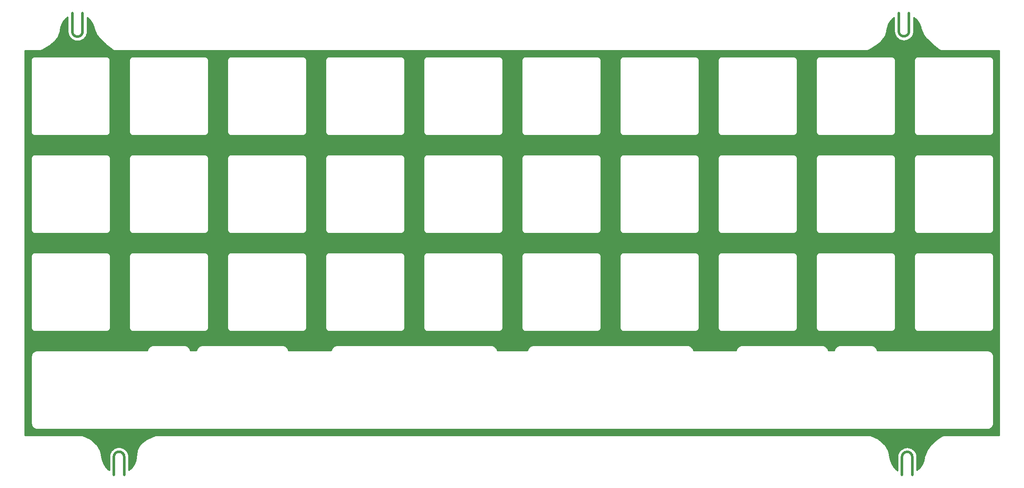
<source format=gbr>
G04 #@! TF.GenerationSoftware,KiCad,Pcbnew,(5.1.5-0-10_14)*
G04 #@! TF.CreationDate,2021-05-22T22:52:06+03:00*
G04 #@! TF.ProjectId,Umo FR4 Plates,556d6f20-4652-4342-9050-6c617465732e,rev?*
G04 #@! TF.SameCoordinates,Original*
G04 #@! TF.FileFunction,Copper,L1,Top*
G04 #@! TF.FilePolarity,Positive*
%FSLAX46Y46*%
G04 Gerber Fmt 4.6, Leading zero omitted, Abs format (unit mm)*
G04 Created by KiCad (PCBNEW (5.1.5-0-10_14)) date 2021-05-22 22:52:06*
%MOMM*%
%LPD*%
G04 APERTURE LIST*
%ADD10C,0.500000*%
%ADD11C,0.254000*%
G04 APERTURE END LIST*
D10*
X59620000Y-41370000D02*
X59620000Y-44905534D01*
X61620000Y-44905498D02*
G75*
G02X59620000Y-44905534I-1000000J-18D01*
G01*
X61620000Y-44905516D02*
X61620000Y-41370000D01*
X220070000Y-41300000D02*
X220070000Y-44835534D01*
X222070000Y-44835498D02*
G75*
G02X220070000Y-44835534I-1000000J-18D01*
G01*
X222070000Y-44835516D02*
X222070000Y-41300000D01*
X222700000Y-131190000D02*
X222700000Y-127654466D01*
X220700000Y-127654502D02*
G75*
G02X222700000Y-127654466I1000000J18D01*
G01*
X220700000Y-127654484D02*
X220700000Y-131190000D01*
X69690000Y-131160000D02*
X69690000Y-127624466D01*
X67690000Y-127624502D02*
G75*
G02X69690000Y-127624466I1000000J18D01*
G01*
X67690000Y-127624484D02*
X67690000Y-131160000D01*
D11*
G36*
X58735001Y-44949011D02*
G01*
X58739323Y-44992891D01*
X58739323Y-45005870D01*
X58740615Y-45018160D01*
X58762373Y-45212109D01*
X58779042Y-45290523D01*
X58794633Y-45369255D01*
X58798288Y-45381059D01*
X58857304Y-45567089D01*
X58888894Y-45640790D01*
X58919470Y-45714969D01*
X58925348Y-45725839D01*
X59019373Y-45896863D01*
X59064677Y-45963025D01*
X59109082Y-46029857D01*
X59116959Y-46039379D01*
X59242412Y-46188882D01*
X59299725Y-46245004D01*
X59356241Y-46301914D01*
X59365817Y-46309724D01*
X59517919Y-46432014D01*
X59585055Y-46475944D01*
X59651536Y-46520785D01*
X59662444Y-46526585D01*
X59662452Y-46526589D01*
X59835405Y-46617003D01*
X59909727Y-46647030D01*
X59983723Y-46678133D01*
X59995553Y-46681704D01*
X60182779Y-46736804D01*
X60261526Y-46751824D01*
X60340143Y-46767961D01*
X60352442Y-46769166D01*
X60546805Y-46786851D01*
X60626958Y-46786290D01*
X60707224Y-46786849D01*
X60719523Y-46785642D01*
X60913620Y-46765238D01*
X60992153Y-46749116D01*
X61070986Y-46734076D01*
X61082816Y-46730504D01*
X61269252Y-46672788D01*
X61343156Y-46641719D01*
X61417560Y-46611657D01*
X61428470Y-46605855D01*
X61600147Y-46513027D01*
X61666619Y-46468189D01*
X61733768Y-46424246D01*
X61743344Y-46416435D01*
X61893719Y-46292028D01*
X61950220Y-46235129D01*
X62007540Y-46178995D01*
X62015417Y-46169473D01*
X62138765Y-46018229D01*
X62183130Y-45951451D01*
X62228470Y-45885232D01*
X62234347Y-45874362D01*
X62325969Y-45702039D01*
X62356531Y-45627885D01*
X62388131Y-45554154D01*
X62391785Y-45542349D01*
X62448191Y-45355512D01*
X62463761Y-45276871D01*
X62480446Y-45198366D01*
X62481737Y-45186076D01*
X62500404Y-44995655D01*
X62505000Y-44948993D01*
X62505000Y-42205253D01*
X62777124Y-42404938D01*
X63214018Y-42881245D01*
X63550081Y-43433346D01*
X63779095Y-44058188D01*
X63831074Y-44300427D01*
X63833371Y-44326009D01*
X63861891Y-44423027D01*
X64202378Y-45265501D01*
X64220975Y-45316945D01*
X64245051Y-45356818D01*
X64266651Y-45398080D01*
X64300980Y-45440654D01*
X64936063Y-46291139D01*
X64947802Y-46311915D01*
X64976317Y-46345046D01*
X64982266Y-46353013D01*
X64998300Y-46370588D01*
X65013768Y-46388560D01*
X65020938Y-46395402D01*
X65050421Y-46427718D01*
X65069648Y-46441880D01*
X66054634Y-47381751D01*
X66077420Y-47403699D01*
X66078672Y-47404688D01*
X66079847Y-47405809D01*
X66105203Y-47425642D01*
X67407552Y-48454243D01*
X67454718Y-48492952D01*
X67490215Y-48511925D01*
X67524082Y-48533648D01*
X67549565Y-48543649D01*
X67573719Y-48556559D01*
X67612236Y-48568243D01*
X67649689Y-48582941D01*
X67676634Y-48587778D01*
X67702842Y-48595728D01*
X67742901Y-48599674D01*
X67782500Y-48606782D01*
X67843444Y-48605640D01*
X213780325Y-48605640D01*
X213791124Y-48607434D01*
X213847654Y-48605640D01*
X213870476Y-48605640D01*
X213881325Y-48604571D01*
X213925989Y-48603154D01*
X213948303Y-48597975D01*
X213971112Y-48595728D01*
X214013899Y-48582749D01*
X214057428Y-48572645D01*
X214078303Y-48563212D01*
X214100235Y-48556559D01*
X214139658Y-48535487D01*
X214149579Y-48531004D01*
X214169328Y-48519628D01*
X214219236Y-48492952D01*
X214227703Y-48486003D01*
X215462613Y-47774674D01*
X215477083Y-47769041D01*
X215520931Y-47741082D01*
X215536756Y-47731967D01*
X215549342Y-47722967D01*
X215562348Y-47714674D01*
X215576668Y-47703426D01*
X215619012Y-47673147D01*
X215629647Y-47661815D01*
X216586313Y-46910415D01*
X216629453Y-46879346D01*
X216662237Y-46844175D01*
X216696979Y-46810890D01*
X216727481Y-46767292D01*
X217318425Y-45993345D01*
X217331757Y-45980248D01*
X217359271Y-45939850D01*
X217368437Y-45927846D01*
X217378225Y-45912021D01*
X217407714Y-45868724D01*
X217413646Y-45854755D01*
X217421631Y-45841845D01*
X217439974Y-45792755D01*
X217447239Y-45775646D01*
X217451746Y-45761250D01*
X217468860Y-45715448D01*
X217471861Y-45696996D01*
X217734804Y-44857088D01*
X217755411Y-44758087D01*
X217755596Y-44737190D01*
X217851536Y-44077119D01*
X218066964Y-43467751D01*
X218396655Y-42911821D01*
X218828045Y-42430521D01*
X219185000Y-42162217D01*
X219185001Y-44879011D01*
X219189323Y-44922891D01*
X219189323Y-44935870D01*
X219190615Y-44948160D01*
X219212373Y-45142109D01*
X219229042Y-45220523D01*
X219244633Y-45299255D01*
X219248288Y-45311059D01*
X219307304Y-45497089D01*
X219338894Y-45570790D01*
X219369470Y-45644969D01*
X219375348Y-45655839D01*
X219469373Y-45826863D01*
X219514677Y-45893025D01*
X219559082Y-45959857D01*
X219566959Y-45969379D01*
X219692412Y-46118882D01*
X219749725Y-46175004D01*
X219806241Y-46231914D01*
X219815817Y-46239724D01*
X219967919Y-46362014D01*
X220035055Y-46405944D01*
X220101536Y-46450785D01*
X220112444Y-46456585D01*
X220112452Y-46456589D01*
X220285405Y-46547003D01*
X220359727Y-46577030D01*
X220433723Y-46608133D01*
X220445553Y-46611704D01*
X220632779Y-46666804D01*
X220711526Y-46681824D01*
X220790143Y-46697961D01*
X220802442Y-46699166D01*
X220996805Y-46716851D01*
X221076958Y-46716290D01*
X221157224Y-46716849D01*
X221169523Y-46715642D01*
X221363620Y-46695238D01*
X221442153Y-46679116D01*
X221520986Y-46664076D01*
X221532816Y-46660504D01*
X221719252Y-46602788D01*
X221793156Y-46571719D01*
X221867560Y-46541657D01*
X221878470Y-46535855D01*
X222050147Y-46443027D01*
X222116619Y-46398189D01*
X222183768Y-46354246D01*
X222193344Y-46346435D01*
X222343719Y-46222028D01*
X222400220Y-46165129D01*
X222457540Y-46108995D01*
X222465417Y-46099473D01*
X222588765Y-45948229D01*
X222633130Y-45881451D01*
X222678470Y-45815232D01*
X222684347Y-45804362D01*
X222775969Y-45632039D01*
X222806531Y-45557885D01*
X222838131Y-45484154D01*
X222841785Y-45472349D01*
X222898191Y-45285512D01*
X222913761Y-45206871D01*
X222930446Y-45128366D01*
X222931737Y-45116076D01*
X222950399Y-44925707D01*
X222955000Y-44878993D01*
X222955000Y-42168566D01*
X223277122Y-42404938D01*
X223714019Y-42881246D01*
X224050080Y-43433345D01*
X224279094Y-44058187D01*
X224331074Y-44300429D01*
X224333371Y-44326009D01*
X224361891Y-44423027D01*
X224702378Y-45265501D01*
X224720975Y-45316945D01*
X224745051Y-45356818D01*
X224766651Y-45398080D01*
X224800980Y-45440654D01*
X225436063Y-46291139D01*
X225447802Y-46311915D01*
X225476317Y-46345046D01*
X225482266Y-46353013D01*
X225498300Y-46370588D01*
X225513768Y-46388560D01*
X225520938Y-46395402D01*
X225550421Y-46427718D01*
X225569648Y-46441880D01*
X226554634Y-47381751D01*
X226577420Y-47403699D01*
X226578672Y-47404688D01*
X226579847Y-47405809D01*
X226605203Y-47425642D01*
X227907552Y-48454243D01*
X227954718Y-48492952D01*
X227990215Y-48511925D01*
X228024082Y-48533648D01*
X228049565Y-48543649D01*
X228073719Y-48556559D01*
X228112236Y-48568243D01*
X228149689Y-48582941D01*
X228176634Y-48587778D01*
X228202842Y-48595728D01*
X228242901Y-48599674D01*
X228282500Y-48606782D01*
X228343444Y-48605640D01*
X239578761Y-48605640D01*
X239578762Y-123435640D01*
X228921429Y-123435640D01*
X228893682Y-123432427D01*
X228854140Y-123435640D01*
X228848263Y-123435640D01*
X228820562Y-123438368D01*
X228759192Y-123443355D01*
X228753513Y-123444972D01*
X228747627Y-123445552D01*
X228688630Y-123463449D01*
X228629418Y-123480310D01*
X228624163Y-123483004D01*
X228618504Y-123484721D01*
X228564161Y-123513768D01*
X228539433Y-123526446D01*
X228534497Y-123529624D01*
X228499503Y-123548328D01*
X228477909Y-123566050D01*
X227435336Y-124237171D01*
X227413293Y-124247724D01*
X227378739Y-124273604D01*
X227370873Y-124278667D01*
X227351840Y-124293750D01*
X227332354Y-124308344D01*
X227325436Y-124314674D01*
X227291618Y-124341473D01*
X227275799Y-124360089D01*
X226414212Y-125148409D01*
X226383084Y-125172519D01*
X226342399Y-125219337D01*
X226301096Y-125265341D01*
X226281032Y-125299176D01*
X225626031Y-126222018D01*
X225603443Y-126248121D01*
X225570551Y-126305970D01*
X225537335Y-126364108D01*
X225526385Y-126396852D01*
X225038260Y-127493384D01*
X225006389Y-127589353D01*
X224998886Y-127649404D01*
X224897231Y-128348764D01*
X224681794Y-128958140D01*
X224352100Y-129514063D01*
X223920706Y-129995360D01*
X223585000Y-130247687D01*
X223585000Y-127610989D01*
X223580677Y-127567099D01*
X223580677Y-127554130D01*
X223579385Y-127541840D01*
X223557627Y-127347891D01*
X223540958Y-127269478D01*
X223525367Y-127190745D01*
X223521712Y-127178941D01*
X223462696Y-126992912D01*
X223431122Y-126919249D01*
X223400530Y-126845030D01*
X223394652Y-126834161D01*
X223300627Y-126663137D01*
X223255323Y-126596975D01*
X223210918Y-126530143D01*
X223203041Y-126520622D01*
X223077588Y-126371118D01*
X223020278Y-126314998D01*
X222963760Y-126258086D01*
X222954183Y-126250276D01*
X222802081Y-126127987D01*
X222735029Y-126084111D01*
X222668465Y-126039215D01*
X222657554Y-126033414D01*
X222484595Y-125942997D01*
X222410287Y-125912976D01*
X222336278Y-125881867D01*
X222324448Y-125878296D01*
X222137221Y-125823196D01*
X222058474Y-125808176D01*
X221979857Y-125792039D01*
X221967559Y-125790834D01*
X221773195Y-125773149D01*
X221693042Y-125773710D01*
X221612776Y-125773151D01*
X221600478Y-125774358D01*
X221406380Y-125794762D01*
X221327854Y-125810883D01*
X221249013Y-125825924D01*
X221237184Y-125829496D01*
X221050748Y-125887212D01*
X220976832Y-125918285D01*
X220902440Y-125948343D01*
X220891530Y-125954145D01*
X220719854Y-126046973D01*
X220653414Y-126091789D01*
X220586232Y-126135754D01*
X220576656Y-126143565D01*
X220426281Y-126267972D01*
X220369799Y-126324852D01*
X220312459Y-126381005D01*
X220304583Y-126390527D01*
X220181235Y-126541771D01*
X220136870Y-126608549D01*
X220091530Y-126674768D01*
X220085653Y-126685638D01*
X219994031Y-126857961D01*
X219963469Y-126932115D01*
X219931869Y-127005846D01*
X219928215Y-127017651D01*
X219871809Y-127204488D01*
X219856239Y-127283129D01*
X219839554Y-127361634D01*
X219838263Y-127373924D01*
X219819605Y-127564251D01*
X219815000Y-127611008D01*
X219815001Y-130272874D01*
X219471644Y-130020918D01*
X219034746Y-129544609D01*
X218698687Y-128992514D01*
X218469672Y-128367673D01*
X218409112Y-128085447D01*
X218128731Y-126760710D01*
X218128727Y-126760426D01*
X218114722Y-126694524D01*
X218107854Y-126662072D01*
X218107766Y-126661795D01*
X218100678Y-126628441D01*
X218087443Y-126597631D01*
X218077319Y-126565670D01*
X218060881Y-126535801D01*
X218060764Y-126535528D01*
X218043979Y-126505088D01*
X218012262Y-126447455D01*
X218012081Y-126447240D01*
X217430942Y-125393328D01*
X217424777Y-125376875D01*
X217398435Y-125334375D01*
X217390608Y-125320181D01*
X217380709Y-125305778D01*
X217353690Y-125262185D01*
X217342563Y-125250270D01*
X217333334Y-125236841D01*
X217296608Y-125201061D01*
X217284671Y-125188279D01*
X217272496Y-125177570D01*
X217236685Y-125142682D01*
X217221950Y-125133112D01*
X216248442Y-124276856D01*
X216206215Y-124237526D01*
X216169123Y-124214603D01*
X216133742Y-124189172D01*
X216081281Y-124165310D01*
X214744695Y-123510795D01*
X214695914Y-123484721D01*
X214651888Y-123471366D01*
X214608807Y-123455288D01*
X214587479Y-123451828D01*
X214566791Y-123445552D01*
X214521005Y-123441042D01*
X214475615Y-123433678D01*
X214420381Y-123435640D01*
X75904723Y-123435640D01*
X75860200Y-123432669D01*
X75804033Y-123439996D01*
X75747627Y-123445552D01*
X75737199Y-123448715D01*
X75726401Y-123450124D01*
X75672728Y-123468272D01*
X75618504Y-123484721D01*
X75579147Y-123505758D01*
X74182222Y-124136710D01*
X74137452Y-124153938D01*
X74092354Y-124182444D01*
X74046159Y-124209042D01*
X74010078Y-124240609D01*
X73016324Y-125014840D01*
X72990595Y-125030731D01*
X72963230Y-125056205D01*
X72960418Y-125058396D01*
X72938661Y-125079077D01*
X72891832Y-125122670D01*
X72889725Y-125125592D01*
X72887124Y-125128064D01*
X72850352Y-125180185D01*
X72832681Y-125204688D01*
X72830880Y-125207786D01*
X72809338Y-125238320D01*
X72797065Y-125265946D01*
X72253218Y-126201342D01*
X72232607Y-126230216D01*
X72205587Y-126290140D01*
X72178223Y-126350050D01*
X72177835Y-126351689D01*
X72177144Y-126353223D01*
X72162300Y-126417413D01*
X72147184Y-126481365D01*
X72145916Y-126516815D01*
X71999104Y-127647948D01*
X71897202Y-128348856D01*
X71681750Y-128958221D01*
X71352042Y-129514132D01*
X70920635Y-129995417D01*
X70575000Y-130255192D01*
X70575000Y-127580989D01*
X70570677Y-127537099D01*
X70570677Y-127524130D01*
X70569385Y-127511840D01*
X70547627Y-127317891D01*
X70530958Y-127239478D01*
X70515367Y-127160745D01*
X70511712Y-127148941D01*
X70452696Y-126962912D01*
X70421122Y-126889249D01*
X70390530Y-126815030D01*
X70384652Y-126804161D01*
X70290627Y-126633137D01*
X70245323Y-126566975D01*
X70200918Y-126500143D01*
X70193041Y-126490622D01*
X70067588Y-126341118D01*
X70010278Y-126284998D01*
X69953760Y-126228086D01*
X69944183Y-126220276D01*
X69792081Y-126097987D01*
X69725029Y-126054111D01*
X69658465Y-126009215D01*
X69647554Y-126003414D01*
X69474595Y-125912997D01*
X69400287Y-125882976D01*
X69326278Y-125851867D01*
X69314448Y-125848296D01*
X69127221Y-125793196D01*
X69048474Y-125778176D01*
X68969857Y-125762039D01*
X68957559Y-125760834D01*
X68763195Y-125743149D01*
X68683042Y-125743710D01*
X68602776Y-125743151D01*
X68590478Y-125744358D01*
X68396380Y-125764762D01*
X68317854Y-125780883D01*
X68239013Y-125795924D01*
X68227184Y-125799496D01*
X68040748Y-125857212D01*
X67966832Y-125888285D01*
X67892440Y-125918343D01*
X67881530Y-125924145D01*
X67709854Y-126016973D01*
X67643414Y-126061789D01*
X67576232Y-126105754D01*
X67566656Y-126113565D01*
X67416281Y-126237972D01*
X67359799Y-126294852D01*
X67302459Y-126351005D01*
X67294583Y-126360527D01*
X67171235Y-126511771D01*
X67126870Y-126578549D01*
X67081530Y-126644768D01*
X67075653Y-126655638D01*
X66984031Y-126827961D01*
X66953469Y-126902115D01*
X66921869Y-126975846D01*
X66918215Y-126987651D01*
X66861809Y-127174488D01*
X66846239Y-127253129D01*
X66829554Y-127331634D01*
X66828263Y-127343924D01*
X66809738Y-127532899D01*
X66805000Y-127581008D01*
X66805001Y-130265536D01*
X66471644Y-130020918D01*
X66034746Y-129544609D01*
X65698687Y-128992514D01*
X65469671Y-128367670D01*
X65409765Y-128088513D01*
X65138681Y-126751078D01*
X65138665Y-126749302D01*
X65125311Y-126685115D01*
X65118949Y-126653729D01*
X65118428Y-126652033D01*
X65111180Y-126617197D01*
X65098656Y-126587698D01*
X65089243Y-126557067D01*
X65072357Y-126525751D01*
X65071663Y-126524115D01*
X65056292Y-126495955D01*
X65025204Y-126438299D01*
X65024074Y-126436932D01*
X64443950Y-125374148D01*
X64436649Y-125354923D01*
X64411691Y-125315051D01*
X64405359Y-125303450D01*
X64393859Y-125286563D01*
X64365057Y-125240548D01*
X64355926Y-125230857D01*
X64348442Y-125219866D01*
X64309760Y-125181857D01*
X64295712Y-125166947D01*
X64285727Y-125158243D01*
X64252196Y-125125295D01*
X64235005Y-125114026D01*
X63254252Y-124259046D01*
X63209842Y-124218611D01*
X63174524Y-124197333D01*
X63140953Y-124173426D01*
X63086232Y-124148827D01*
X61741274Y-123508967D01*
X61695914Y-123484721D01*
X61648174Y-123470239D01*
X61601271Y-123453337D01*
X61583755Y-123450698D01*
X61566791Y-123445552D01*
X61517148Y-123440663D01*
X61467844Y-123433234D01*
X61416491Y-123435640D01*
X50448761Y-123435640D01*
X50448761Y-121150994D01*
X51626983Y-121150994D01*
X51629835Y-121179948D01*
X51629814Y-121182921D01*
X51630747Y-121192440D01*
X51635807Y-121240581D01*
X51636895Y-121251630D01*
X51637007Y-121251998D01*
X51640947Y-121289488D01*
X51653438Y-121350338D01*
X51665065Y-121411290D01*
X51667828Y-121420444D01*
X51667830Y-121420450D01*
X51696685Y-121513665D01*
X51720737Y-121570881D01*
X51744003Y-121628467D01*
X51748493Y-121636912D01*
X51794906Y-121722749D01*
X51829621Y-121774215D01*
X51863619Y-121826169D01*
X51869663Y-121833580D01*
X51931865Y-121908769D01*
X51975913Y-121952510D01*
X52019352Y-121996870D01*
X52026722Y-122002966D01*
X52026727Y-122002971D01*
X52026733Y-122002975D01*
X52102343Y-122064642D01*
X52154024Y-122098980D01*
X52205289Y-122134081D01*
X52213702Y-122138630D01*
X52299863Y-122184442D01*
X52357279Y-122208106D01*
X52414322Y-122232556D01*
X52423458Y-122235384D01*
X52516876Y-122263589D01*
X52577796Y-122275651D01*
X52638513Y-122288557D01*
X52648025Y-122289557D01*
X52745142Y-122299079D01*
X52745146Y-122299079D01*
X52778336Y-122302348D01*
X84832627Y-122302348D01*
X84836888Y-122302714D01*
X84866207Y-122302348D01*
X84895630Y-122302348D01*
X84897194Y-122302194D01*
X86115793Y-122302344D01*
X86115836Y-122302348D01*
X86150506Y-122302348D01*
X86183046Y-122302352D01*
X86183087Y-122302348D01*
X237295630Y-122302348D01*
X237324584Y-122299496D01*
X237327556Y-122299517D01*
X237337075Y-122298584D01*
X237385201Y-122293526D01*
X237396266Y-122292436D01*
X237396635Y-122292324D01*
X237434123Y-122288384D01*
X237494973Y-122275893D01*
X237555925Y-122264266D01*
X237565079Y-122261503D01*
X237565085Y-122261501D01*
X237658300Y-122232646D01*
X237715516Y-122208594D01*
X237773102Y-122185328D01*
X237781547Y-122180838D01*
X237867384Y-122134425D01*
X237918850Y-122099710D01*
X237970804Y-122065712D01*
X237978215Y-122059668D01*
X238053404Y-121997466D01*
X238097145Y-121953418D01*
X238141505Y-121909979D01*
X238147601Y-121902609D01*
X238147606Y-121902604D01*
X238147610Y-121902598D01*
X238209277Y-121826988D01*
X238243615Y-121775307D01*
X238278716Y-121724042D01*
X238283265Y-121715629D01*
X238329077Y-121629468D01*
X238352741Y-121572052D01*
X238377191Y-121515009D01*
X238380019Y-121505873D01*
X238408224Y-121412455D01*
X238420286Y-121351535D01*
X238433192Y-121290818D01*
X238434192Y-121281306D01*
X238443714Y-121184189D01*
X238443714Y-121184185D01*
X238446983Y-121150995D01*
X238446983Y-108083701D01*
X238444131Y-108054747D01*
X238444152Y-108051775D01*
X238443219Y-108042257D01*
X238438162Y-107994138D01*
X238437071Y-107983065D01*
X238436959Y-107982696D01*
X238433019Y-107945208D01*
X238420530Y-107884365D01*
X238408901Y-107823406D01*
X238406137Y-107814250D01*
X238377281Y-107721031D01*
X238353215Y-107663782D01*
X238329962Y-107606229D01*
X238325472Y-107597784D01*
X238279060Y-107511946D01*
X238244333Y-107460463D01*
X238210347Y-107408527D01*
X238204303Y-107401115D01*
X238142101Y-107325927D01*
X238098034Y-107282166D01*
X238054613Y-107237826D01*
X238047244Y-107231729D01*
X237971623Y-107170054D01*
X237919942Y-107135716D01*
X237868677Y-107100615D01*
X237860264Y-107096066D01*
X237774103Y-107050254D01*
X237716687Y-107026590D01*
X237659644Y-107002140D01*
X237650508Y-106999312D01*
X237557090Y-106971107D01*
X237496178Y-106959046D01*
X237435454Y-106946139D01*
X237425942Y-106945139D01*
X237328824Y-106935617D01*
X237328820Y-106935617D01*
X237295630Y-106932348D01*
X215880379Y-106932348D01*
X215870530Y-106884365D01*
X215858901Y-106823406D01*
X215856137Y-106814250D01*
X215827281Y-106721031D01*
X215803215Y-106663782D01*
X215779962Y-106606229D01*
X215775472Y-106597784D01*
X215729060Y-106511946D01*
X215694333Y-106460463D01*
X215660347Y-106408527D01*
X215654303Y-106401115D01*
X215592101Y-106325927D01*
X215548034Y-106282166D01*
X215504613Y-106237826D01*
X215497244Y-106231729D01*
X215421623Y-106170054D01*
X215369942Y-106135716D01*
X215318677Y-106100615D01*
X215310264Y-106096066D01*
X215224103Y-106050254D01*
X215166687Y-106026590D01*
X215109644Y-106002140D01*
X215100508Y-105999312D01*
X215007090Y-105971107D01*
X214946178Y-105959046D01*
X214885454Y-105946139D01*
X214875942Y-105945139D01*
X214778824Y-105935617D01*
X214778820Y-105935617D01*
X214745630Y-105932348D01*
X208678336Y-105932348D01*
X208649382Y-105935200D01*
X208646410Y-105935179D01*
X208636892Y-105936112D01*
X208588773Y-105941169D01*
X208577700Y-105942260D01*
X208577331Y-105942372D01*
X208539843Y-105946312D01*
X208479000Y-105958801D01*
X208418041Y-105970430D01*
X208408885Y-105973194D01*
X208315666Y-106002050D01*
X208258417Y-106026116D01*
X208200864Y-106049369D01*
X208192419Y-106053859D01*
X208106581Y-106100271D01*
X208055098Y-106134998D01*
X208003162Y-106168984D01*
X207995750Y-106175028D01*
X207920562Y-106237230D01*
X207876801Y-106281297D01*
X207832461Y-106324718D01*
X207826364Y-106332087D01*
X207764689Y-106407708D01*
X207730351Y-106459389D01*
X207695250Y-106510654D01*
X207690701Y-106519067D01*
X207644889Y-106605228D01*
X207621225Y-106662644D01*
X207596775Y-106719687D01*
X207593947Y-106728823D01*
X207565742Y-106822241D01*
X207553681Y-106883153D01*
X207543225Y-106932348D01*
X206355379Y-106932348D01*
X206345530Y-106884365D01*
X206333901Y-106823406D01*
X206331137Y-106814250D01*
X206302281Y-106721031D01*
X206278215Y-106663782D01*
X206254962Y-106606229D01*
X206250472Y-106597784D01*
X206204060Y-106511946D01*
X206169333Y-106460463D01*
X206135347Y-106408527D01*
X206129303Y-106401115D01*
X206067101Y-106325927D01*
X206023034Y-106282166D01*
X205979613Y-106237826D01*
X205972244Y-106231729D01*
X205896623Y-106170054D01*
X205844942Y-106135716D01*
X205793677Y-106100615D01*
X205785264Y-106096066D01*
X205699103Y-106050254D01*
X205641687Y-106026590D01*
X205584644Y-106002140D01*
X205575508Y-105999312D01*
X205482090Y-105971107D01*
X205421178Y-105959046D01*
X205360454Y-105946139D01*
X205350942Y-105945139D01*
X205253824Y-105935617D01*
X205253820Y-105935617D01*
X205220630Y-105932348D01*
X189628336Y-105932348D01*
X189599382Y-105935200D01*
X189596410Y-105935179D01*
X189586892Y-105936112D01*
X189538773Y-105941169D01*
X189527700Y-105942260D01*
X189527331Y-105942372D01*
X189489843Y-105946312D01*
X189429000Y-105958801D01*
X189368041Y-105970430D01*
X189358885Y-105973194D01*
X189265666Y-106002050D01*
X189208417Y-106026116D01*
X189150864Y-106049369D01*
X189142419Y-106053859D01*
X189056581Y-106100271D01*
X189005098Y-106134998D01*
X188953162Y-106168984D01*
X188945750Y-106175028D01*
X188870562Y-106237230D01*
X188826801Y-106281297D01*
X188782461Y-106324718D01*
X188776364Y-106332087D01*
X188714689Y-106407708D01*
X188680351Y-106459389D01*
X188645250Y-106510654D01*
X188640701Y-106519067D01*
X188594889Y-106605228D01*
X188571225Y-106662644D01*
X188546775Y-106719687D01*
X188543947Y-106728823D01*
X188515742Y-106822241D01*
X188503681Y-106883153D01*
X188493225Y-106932348D01*
X180193379Y-106932348D01*
X180183530Y-106884365D01*
X180171901Y-106823406D01*
X180169137Y-106814250D01*
X180140281Y-106721031D01*
X180116215Y-106663782D01*
X180092962Y-106606229D01*
X180088472Y-106597784D01*
X180042060Y-106511946D01*
X180007333Y-106460463D01*
X179973347Y-106408527D01*
X179967303Y-106401115D01*
X179905101Y-106325927D01*
X179861034Y-106282166D01*
X179817613Y-106237826D01*
X179810244Y-106231729D01*
X179734623Y-106170054D01*
X179682942Y-106135716D01*
X179631677Y-106100615D01*
X179623264Y-106096066D01*
X179537103Y-106050254D01*
X179479687Y-106026590D01*
X179422644Y-106002140D01*
X179413508Y-105999312D01*
X179320090Y-105971107D01*
X179259178Y-105959046D01*
X179198454Y-105946139D01*
X179188942Y-105945139D01*
X179091824Y-105935617D01*
X179091820Y-105935617D01*
X179058630Y-105932348D01*
X149115336Y-105932348D01*
X149086382Y-105935200D01*
X149083410Y-105935179D01*
X149073892Y-105936112D01*
X149025773Y-105941169D01*
X149014700Y-105942260D01*
X149014331Y-105942372D01*
X148976843Y-105946312D01*
X148916000Y-105958801D01*
X148855041Y-105970430D01*
X148845885Y-105973194D01*
X148752666Y-106002050D01*
X148695417Y-106026116D01*
X148637864Y-106049369D01*
X148629419Y-106053859D01*
X148543581Y-106100271D01*
X148492098Y-106134998D01*
X148440162Y-106168984D01*
X148432750Y-106175028D01*
X148357562Y-106237230D01*
X148313801Y-106281297D01*
X148269461Y-106324718D01*
X148263364Y-106332087D01*
X148201689Y-106407708D01*
X148167351Y-106459389D01*
X148132250Y-106510654D01*
X148127701Y-106519067D01*
X148081889Y-106605228D01*
X148058225Y-106662644D01*
X148033775Y-106719687D01*
X148030947Y-106728823D01*
X148002742Y-106822241D01*
X147990681Y-106883153D01*
X147980225Y-106932348D01*
X142093379Y-106932348D01*
X142083530Y-106884365D01*
X142071901Y-106823406D01*
X142069137Y-106814250D01*
X142040281Y-106721031D01*
X142016215Y-106663782D01*
X141992962Y-106606229D01*
X141988472Y-106597784D01*
X141942060Y-106511946D01*
X141907333Y-106460463D01*
X141873347Y-106408527D01*
X141867303Y-106401115D01*
X141805101Y-106325927D01*
X141761034Y-106282166D01*
X141717613Y-106237826D01*
X141710244Y-106231729D01*
X141634623Y-106170054D01*
X141582942Y-106135716D01*
X141531677Y-106100615D01*
X141523264Y-106096066D01*
X141437103Y-106050254D01*
X141379687Y-106026590D01*
X141322644Y-106002140D01*
X141313508Y-105999312D01*
X141220090Y-105971107D01*
X141159178Y-105959046D01*
X141098454Y-105946139D01*
X141088942Y-105945139D01*
X140991824Y-105935617D01*
X140991820Y-105935617D01*
X140958630Y-105932348D01*
X111015336Y-105932348D01*
X110986382Y-105935200D01*
X110983410Y-105935179D01*
X110973892Y-105936112D01*
X110925773Y-105941169D01*
X110914700Y-105942260D01*
X110914331Y-105942372D01*
X110876843Y-105946312D01*
X110816000Y-105958801D01*
X110755041Y-105970430D01*
X110745885Y-105973194D01*
X110652666Y-106002050D01*
X110595417Y-106026116D01*
X110537864Y-106049369D01*
X110529419Y-106053859D01*
X110443581Y-106100271D01*
X110392098Y-106134998D01*
X110340162Y-106168984D01*
X110332750Y-106175028D01*
X110257562Y-106237230D01*
X110213801Y-106281297D01*
X110169461Y-106324718D01*
X110163364Y-106332087D01*
X110101689Y-106407708D01*
X110067351Y-106459389D01*
X110032250Y-106510654D01*
X110027701Y-106519067D01*
X109981889Y-106605228D01*
X109958225Y-106662644D01*
X109933775Y-106719687D01*
X109930947Y-106728823D01*
X109902742Y-106822241D01*
X109890681Y-106883153D01*
X109880225Y-106932348D01*
X101580379Y-106932348D01*
X101570530Y-106884365D01*
X101558901Y-106823406D01*
X101556137Y-106814250D01*
X101527281Y-106721031D01*
X101503215Y-106663782D01*
X101479962Y-106606229D01*
X101475472Y-106597784D01*
X101429060Y-106511946D01*
X101394333Y-106460463D01*
X101360347Y-106408527D01*
X101354303Y-106401115D01*
X101292101Y-106325927D01*
X101248034Y-106282166D01*
X101204613Y-106237826D01*
X101197244Y-106231729D01*
X101121623Y-106170054D01*
X101069942Y-106135716D01*
X101018677Y-106100615D01*
X101010264Y-106096066D01*
X100924103Y-106050254D01*
X100866687Y-106026590D01*
X100809644Y-106002140D01*
X100800508Y-105999312D01*
X100707090Y-105971107D01*
X100646178Y-105959046D01*
X100585454Y-105946139D01*
X100575942Y-105945139D01*
X100478824Y-105935617D01*
X100478820Y-105935617D01*
X100445630Y-105932348D01*
X84853336Y-105932348D01*
X84824382Y-105935200D01*
X84821410Y-105935179D01*
X84811892Y-105936112D01*
X84763773Y-105941169D01*
X84752700Y-105942260D01*
X84752331Y-105942372D01*
X84714843Y-105946312D01*
X84654000Y-105958801D01*
X84593041Y-105970430D01*
X84583885Y-105973194D01*
X84490666Y-106002050D01*
X84433417Y-106026116D01*
X84375864Y-106049369D01*
X84367419Y-106053859D01*
X84281581Y-106100271D01*
X84230098Y-106134998D01*
X84178162Y-106168984D01*
X84170750Y-106175028D01*
X84095562Y-106237230D01*
X84051801Y-106281297D01*
X84007461Y-106324718D01*
X84001364Y-106332087D01*
X83939689Y-106407708D01*
X83905351Y-106459389D01*
X83870250Y-106510654D01*
X83865701Y-106519067D01*
X83819889Y-106605228D01*
X83796225Y-106662644D01*
X83771775Y-106719687D01*
X83768947Y-106728823D01*
X83740742Y-106822241D01*
X83728681Y-106883153D01*
X83718225Y-106932348D01*
X82530379Y-106932348D01*
X82520530Y-106884365D01*
X82508901Y-106823406D01*
X82506137Y-106814250D01*
X82477281Y-106721031D01*
X82453215Y-106663782D01*
X82429962Y-106606229D01*
X82425472Y-106597784D01*
X82379060Y-106511946D01*
X82344333Y-106460463D01*
X82310347Y-106408527D01*
X82304303Y-106401115D01*
X82242101Y-106325927D01*
X82198034Y-106282166D01*
X82154613Y-106237826D01*
X82147244Y-106231729D01*
X82071623Y-106170054D01*
X82019942Y-106135716D01*
X81968677Y-106100615D01*
X81960264Y-106096066D01*
X81874103Y-106050254D01*
X81816687Y-106026590D01*
X81759644Y-106002140D01*
X81750508Y-105999312D01*
X81657090Y-105971107D01*
X81596178Y-105959046D01*
X81535454Y-105946139D01*
X81525942Y-105945139D01*
X81428824Y-105935617D01*
X81428820Y-105935617D01*
X81395630Y-105932348D01*
X75328336Y-105932348D01*
X75299382Y-105935200D01*
X75296410Y-105935179D01*
X75286892Y-105936112D01*
X75238773Y-105941169D01*
X75227700Y-105942260D01*
X75227331Y-105942372D01*
X75189843Y-105946312D01*
X75129000Y-105958801D01*
X75068041Y-105970430D01*
X75058885Y-105973194D01*
X74965666Y-106002050D01*
X74908417Y-106026116D01*
X74850864Y-106049369D01*
X74842419Y-106053859D01*
X74756581Y-106100271D01*
X74705098Y-106134998D01*
X74653162Y-106168984D01*
X74645750Y-106175028D01*
X74570562Y-106237230D01*
X74526801Y-106281297D01*
X74482461Y-106324718D01*
X74476364Y-106332087D01*
X74414689Y-106407708D01*
X74380351Y-106459389D01*
X74345250Y-106510654D01*
X74340701Y-106519067D01*
X74294889Y-106605228D01*
X74271225Y-106662644D01*
X74246775Y-106719687D01*
X74243947Y-106728823D01*
X74215742Y-106822241D01*
X74203681Y-106883153D01*
X74193225Y-106932348D01*
X52778336Y-106932348D01*
X52749382Y-106935200D01*
X52746410Y-106935179D01*
X52736892Y-106936112D01*
X52688773Y-106941169D01*
X52677700Y-106942260D01*
X52677331Y-106942372D01*
X52639843Y-106946312D01*
X52579000Y-106958801D01*
X52518041Y-106970430D01*
X52508885Y-106973194D01*
X52415666Y-107002050D01*
X52358417Y-107026116D01*
X52300864Y-107049369D01*
X52292419Y-107053859D01*
X52206581Y-107100271D01*
X52155098Y-107134998D01*
X52103162Y-107168984D01*
X52095750Y-107175028D01*
X52020562Y-107237230D01*
X51976801Y-107281297D01*
X51932461Y-107324718D01*
X51926364Y-107332087D01*
X51864689Y-107407708D01*
X51830351Y-107459389D01*
X51795250Y-107510654D01*
X51790701Y-107519067D01*
X51744889Y-107605228D01*
X51721225Y-107662644D01*
X51696775Y-107719687D01*
X51693947Y-107728823D01*
X51665742Y-107822241D01*
X51653681Y-107883153D01*
X51640774Y-107943877D01*
X51639774Y-107953389D01*
X51630252Y-108050507D01*
X51630252Y-108050521D01*
X51626984Y-108083701D01*
X51626983Y-121150994D01*
X50448761Y-121150994D01*
X50448761Y-102543646D01*
X51605000Y-102543646D01*
X51607821Y-102572287D01*
X51607820Y-102572430D01*
X51608753Y-102581948D01*
X51609063Y-102584900D01*
X51614912Y-102644282D01*
X51630498Y-102695664D01*
X51633898Y-102713481D01*
X51636662Y-102722637D01*
X51639549Y-102731959D01*
X51646587Y-102748699D01*
X51654081Y-102773405D01*
X51666983Y-102797543D01*
X51686848Y-102846715D01*
X51691337Y-102855159D01*
X51695978Y-102863743D01*
X51730699Y-102915222D01*
X51764693Y-102967173D01*
X51770738Y-102974585D01*
X51776957Y-102982103D01*
X51821015Y-103025857D01*
X51864476Y-103070234D01*
X51871845Y-103076330D01*
X51879408Y-103082497D01*
X51931108Y-103116844D01*
X51982340Y-103151922D01*
X51990753Y-103156471D01*
X51999369Y-103161052D01*
X52051759Y-103182645D01*
X52076594Y-103195919D01*
X52098230Y-103202482D01*
X52113792Y-103209153D01*
X52122928Y-103211981D01*
X52122966Y-103211992D01*
X52122972Y-103211995D01*
X52122979Y-103211996D01*
X52132270Y-103214803D01*
X52151216Y-103218555D01*
X52205717Y-103235088D01*
X52262636Y-103240694D01*
X52263409Y-103240775D01*
X52263412Y-103240776D01*
X52263414Y-103240776D01*
X52263462Y-103240781D01*
X52273175Y-103241733D01*
X52273183Y-103241733D01*
X52306353Y-103245000D01*
X66273647Y-103245000D01*
X66302288Y-103242179D01*
X66302430Y-103242180D01*
X66311948Y-103241247D01*
X66314885Y-103240938D01*
X66374283Y-103235088D01*
X66425666Y-103219501D01*
X66443481Y-103216102D01*
X66452637Y-103213338D01*
X66461959Y-103210451D01*
X66478697Y-103203415D01*
X66503406Y-103195919D01*
X66527547Y-103183015D01*
X66576715Y-103163152D01*
X66585159Y-103158663D01*
X66593743Y-103154022D01*
X66645222Y-103119301D01*
X66697173Y-103085307D01*
X66704585Y-103079262D01*
X66712103Y-103073043D01*
X66755857Y-103028985D01*
X66800234Y-102985524D01*
X66806330Y-102978155D01*
X66812497Y-102970592D01*
X66846844Y-102918892D01*
X66881922Y-102867660D01*
X66886471Y-102859247D01*
X66891052Y-102850631D01*
X66912645Y-102798241D01*
X66925919Y-102773406D01*
X66932482Y-102751770D01*
X66939153Y-102736208D01*
X66941981Y-102727072D01*
X66941992Y-102727034D01*
X66941995Y-102727028D01*
X66941996Y-102727021D01*
X66944803Y-102717730D01*
X66948555Y-102698784D01*
X66965088Y-102644283D01*
X66970694Y-102587364D01*
X66970781Y-102586538D01*
X66971733Y-102576825D01*
X66971733Y-102576817D01*
X66975000Y-102543647D01*
X66975000Y-102543646D01*
X70655000Y-102543646D01*
X70657821Y-102572287D01*
X70657820Y-102572430D01*
X70658753Y-102581948D01*
X70659063Y-102584900D01*
X70664912Y-102644282D01*
X70680498Y-102695664D01*
X70683898Y-102713481D01*
X70686662Y-102722637D01*
X70689549Y-102731959D01*
X70696587Y-102748699D01*
X70704081Y-102773405D01*
X70716983Y-102797543D01*
X70736848Y-102846715D01*
X70741337Y-102855159D01*
X70745978Y-102863743D01*
X70780699Y-102915222D01*
X70814693Y-102967173D01*
X70820738Y-102974585D01*
X70826957Y-102982103D01*
X70871015Y-103025857D01*
X70914476Y-103070234D01*
X70921845Y-103076330D01*
X70929408Y-103082497D01*
X70981108Y-103116844D01*
X71032340Y-103151922D01*
X71040753Y-103156471D01*
X71049369Y-103161052D01*
X71101759Y-103182645D01*
X71126594Y-103195919D01*
X71148230Y-103202482D01*
X71163792Y-103209153D01*
X71172928Y-103211981D01*
X71172966Y-103211992D01*
X71172972Y-103211995D01*
X71172979Y-103211996D01*
X71182270Y-103214803D01*
X71201216Y-103218555D01*
X71255717Y-103235088D01*
X71312636Y-103240694D01*
X71313409Y-103240775D01*
X71313412Y-103240776D01*
X71313414Y-103240776D01*
X71313462Y-103240781D01*
X71323175Y-103241733D01*
X71323183Y-103241733D01*
X71356353Y-103245000D01*
X85323647Y-103245000D01*
X85352288Y-103242179D01*
X85352430Y-103242180D01*
X85361948Y-103241247D01*
X85364885Y-103240938D01*
X85424283Y-103235088D01*
X85475666Y-103219501D01*
X85493481Y-103216102D01*
X85502637Y-103213338D01*
X85511959Y-103210451D01*
X85528697Y-103203415D01*
X85553406Y-103195919D01*
X85577547Y-103183015D01*
X85626715Y-103163152D01*
X85635159Y-103158663D01*
X85643743Y-103154022D01*
X85695222Y-103119301D01*
X85747173Y-103085307D01*
X85754585Y-103079262D01*
X85762103Y-103073043D01*
X85805857Y-103028985D01*
X85850234Y-102985524D01*
X85856330Y-102978155D01*
X85862497Y-102970592D01*
X85896844Y-102918892D01*
X85931922Y-102867660D01*
X85936471Y-102859247D01*
X85941052Y-102850631D01*
X85962645Y-102798241D01*
X85975919Y-102773406D01*
X85982482Y-102751770D01*
X85989153Y-102736208D01*
X85991981Y-102727072D01*
X85991992Y-102727034D01*
X85991995Y-102727028D01*
X85991996Y-102727021D01*
X85994803Y-102717730D01*
X85998555Y-102698784D01*
X86015088Y-102644283D01*
X86020694Y-102587364D01*
X86020781Y-102586538D01*
X86021733Y-102576825D01*
X86021733Y-102576817D01*
X86025000Y-102543647D01*
X86025000Y-102543646D01*
X89705000Y-102543646D01*
X89707821Y-102572287D01*
X89707820Y-102572430D01*
X89708753Y-102581948D01*
X89709063Y-102584900D01*
X89714912Y-102644282D01*
X89730498Y-102695664D01*
X89733898Y-102713481D01*
X89736662Y-102722637D01*
X89739549Y-102731959D01*
X89746587Y-102748699D01*
X89754081Y-102773405D01*
X89766983Y-102797543D01*
X89786848Y-102846715D01*
X89791337Y-102855159D01*
X89795978Y-102863743D01*
X89830699Y-102915222D01*
X89864693Y-102967173D01*
X89870738Y-102974585D01*
X89876957Y-102982103D01*
X89921015Y-103025857D01*
X89964476Y-103070234D01*
X89971845Y-103076330D01*
X89979408Y-103082497D01*
X90031108Y-103116844D01*
X90082340Y-103151922D01*
X90090753Y-103156471D01*
X90099369Y-103161052D01*
X90151759Y-103182645D01*
X90176594Y-103195919D01*
X90198230Y-103202482D01*
X90213792Y-103209153D01*
X90222928Y-103211981D01*
X90222966Y-103211992D01*
X90222972Y-103211995D01*
X90222979Y-103211996D01*
X90232270Y-103214803D01*
X90251216Y-103218555D01*
X90305717Y-103235088D01*
X90362636Y-103240694D01*
X90363409Y-103240775D01*
X90363412Y-103240776D01*
X90363414Y-103240776D01*
X90363462Y-103240781D01*
X90373175Y-103241733D01*
X90373183Y-103241733D01*
X90406353Y-103245000D01*
X104373647Y-103245000D01*
X104402288Y-103242179D01*
X104402430Y-103242180D01*
X104411948Y-103241247D01*
X104414885Y-103240938D01*
X104474283Y-103235088D01*
X104525666Y-103219501D01*
X104543481Y-103216102D01*
X104552637Y-103213338D01*
X104561959Y-103210451D01*
X104578697Y-103203415D01*
X104603406Y-103195919D01*
X104627547Y-103183015D01*
X104676715Y-103163152D01*
X104685159Y-103158663D01*
X104693743Y-103154022D01*
X104745222Y-103119301D01*
X104797173Y-103085307D01*
X104804585Y-103079262D01*
X104812103Y-103073043D01*
X104855857Y-103028985D01*
X104900234Y-102985524D01*
X104906330Y-102978155D01*
X104912497Y-102970592D01*
X104946844Y-102918892D01*
X104981922Y-102867660D01*
X104986471Y-102859247D01*
X104991052Y-102850631D01*
X105012645Y-102798241D01*
X105025919Y-102773406D01*
X105032482Y-102751770D01*
X105039153Y-102736208D01*
X105041981Y-102727072D01*
X105041992Y-102727034D01*
X105041995Y-102727028D01*
X105041996Y-102727021D01*
X105044803Y-102717730D01*
X105048555Y-102698784D01*
X105065088Y-102644283D01*
X105070694Y-102587364D01*
X105070781Y-102586538D01*
X105071733Y-102576825D01*
X105071733Y-102576817D01*
X105075000Y-102543647D01*
X105075000Y-102543646D01*
X108755000Y-102543646D01*
X108757821Y-102572287D01*
X108757820Y-102572430D01*
X108758753Y-102581948D01*
X108759063Y-102584900D01*
X108764912Y-102644282D01*
X108780498Y-102695664D01*
X108783898Y-102713481D01*
X108786662Y-102722637D01*
X108789549Y-102731959D01*
X108796587Y-102748699D01*
X108804081Y-102773405D01*
X108816983Y-102797543D01*
X108836848Y-102846715D01*
X108841337Y-102855159D01*
X108845978Y-102863743D01*
X108880699Y-102915222D01*
X108914693Y-102967173D01*
X108920738Y-102974585D01*
X108926957Y-102982103D01*
X108971015Y-103025857D01*
X109014476Y-103070234D01*
X109021845Y-103076330D01*
X109029408Y-103082497D01*
X109081108Y-103116844D01*
X109132340Y-103151922D01*
X109140753Y-103156471D01*
X109149369Y-103161052D01*
X109201759Y-103182645D01*
X109226594Y-103195919D01*
X109248230Y-103202482D01*
X109263792Y-103209153D01*
X109272928Y-103211981D01*
X109272966Y-103211992D01*
X109272972Y-103211995D01*
X109272979Y-103211996D01*
X109282270Y-103214803D01*
X109301216Y-103218555D01*
X109355717Y-103235088D01*
X109412636Y-103240694D01*
X109413409Y-103240775D01*
X109413412Y-103240776D01*
X109413414Y-103240776D01*
X109413462Y-103240781D01*
X109423175Y-103241733D01*
X109423183Y-103241733D01*
X109456353Y-103245000D01*
X123423647Y-103245000D01*
X123452288Y-103242179D01*
X123452430Y-103242180D01*
X123461948Y-103241247D01*
X123464885Y-103240938D01*
X123524283Y-103235088D01*
X123575666Y-103219501D01*
X123593481Y-103216102D01*
X123602637Y-103213338D01*
X123611959Y-103210451D01*
X123628697Y-103203415D01*
X123653406Y-103195919D01*
X123677547Y-103183015D01*
X123726715Y-103163152D01*
X123735159Y-103158663D01*
X123743743Y-103154022D01*
X123795222Y-103119301D01*
X123847173Y-103085307D01*
X123854585Y-103079262D01*
X123862103Y-103073043D01*
X123905857Y-103028985D01*
X123950234Y-102985524D01*
X123956330Y-102978155D01*
X123962497Y-102970592D01*
X123996844Y-102918892D01*
X124031922Y-102867660D01*
X124036471Y-102859247D01*
X124041052Y-102850631D01*
X124062645Y-102798241D01*
X124075919Y-102773406D01*
X124082482Y-102751770D01*
X124089153Y-102736208D01*
X124091981Y-102727072D01*
X124091992Y-102727034D01*
X124091995Y-102727028D01*
X124091996Y-102727021D01*
X124094803Y-102717730D01*
X124098555Y-102698784D01*
X124115088Y-102644283D01*
X124120694Y-102587364D01*
X124120781Y-102586538D01*
X124121733Y-102576825D01*
X124121733Y-102576817D01*
X124125000Y-102543647D01*
X124125000Y-102543646D01*
X127805000Y-102543646D01*
X127807821Y-102572287D01*
X127807820Y-102572430D01*
X127808753Y-102581948D01*
X127809063Y-102584900D01*
X127814912Y-102644282D01*
X127830498Y-102695664D01*
X127833898Y-102713481D01*
X127836662Y-102722637D01*
X127839549Y-102731959D01*
X127846587Y-102748699D01*
X127854081Y-102773405D01*
X127866983Y-102797543D01*
X127886848Y-102846715D01*
X127891337Y-102855159D01*
X127895978Y-102863743D01*
X127930699Y-102915222D01*
X127964693Y-102967173D01*
X127970738Y-102974585D01*
X127976957Y-102982103D01*
X128021015Y-103025857D01*
X128064476Y-103070234D01*
X128071845Y-103076330D01*
X128079408Y-103082497D01*
X128131108Y-103116844D01*
X128182340Y-103151922D01*
X128190753Y-103156471D01*
X128199369Y-103161052D01*
X128251759Y-103182645D01*
X128276594Y-103195919D01*
X128298230Y-103202482D01*
X128313792Y-103209153D01*
X128322928Y-103211981D01*
X128322966Y-103211992D01*
X128322972Y-103211995D01*
X128322979Y-103211996D01*
X128332270Y-103214803D01*
X128351216Y-103218555D01*
X128405717Y-103235088D01*
X128462636Y-103240694D01*
X128463409Y-103240775D01*
X128463412Y-103240776D01*
X128463414Y-103240776D01*
X128463462Y-103240781D01*
X128473175Y-103241733D01*
X128473183Y-103241733D01*
X128506353Y-103245000D01*
X142473647Y-103245000D01*
X142502288Y-103242179D01*
X142502430Y-103242180D01*
X142511948Y-103241247D01*
X142514885Y-103240938D01*
X142574283Y-103235088D01*
X142625666Y-103219501D01*
X142643481Y-103216102D01*
X142652637Y-103213338D01*
X142661959Y-103210451D01*
X142678697Y-103203415D01*
X142703406Y-103195919D01*
X142727547Y-103183015D01*
X142776715Y-103163152D01*
X142785159Y-103158663D01*
X142793743Y-103154022D01*
X142845222Y-103119301D01*
X142897173Y-103085307D01*
X142904585Y-103079262D01*
X142912103Y-103073043D01*
X142955857Y-103028985D01*
X143000234Y-102985524D01*
X143006330Y-102978155D01*
X143012497Y-102970592D01*
X143046844Y-102918892D01*
X143081922Y-102867660D01*
X143086471Y-102859247D01*
X143091052Y-102850631D01*
X143112645Y-102798241D01*
X143125919Y-102773406D01*
X143132482Y-102751770D01*
X143139153Y-102736208D01*
X143141981Y-102727072D01*
X143141992Y-102727034D01*
X143141995Y-102727028D01*
X143141996Y-102727021D01*
X143144803Y-102717730D01*
X143148555Y-102698784D01*
X143165088Y-102644283D01*
X143170694Y-102587364D01*
X143170781Y-102586538D01*
X143171733Y-102576825D01*
X143171733Y-102576817D01*
X143175000Y-102543647D01*
X143175000Y-102543646D01*
X146855000Y-102543646D01*
X146857821Y-102572287D01*
X146857820Y-102572430D01*
X146858753Y-102581948D01*
X146859063Y-102584900D01*
X146864912Y-102644282D01*
X146880498Y-102695664D01*
X146883898Y-102713481D01*
X146886662Y-102722637D01*
X146889549Y-102731959D01*
X146896587Y-102748699D01*
X146904081Y-102773405D01*
X146916983Y-102797543D01*
X146936848Y-102846715D01*
X146941337Y-102855159D01*
X146945978Y-102863743D01*
X146980699Y-102915222D01*
X147014693Y-102967173D01*
X147020738Y-102974585D01*
X147026957Y-102982103D01*
X147071015Y-103025857D01*
X147114476Y-103070234D01*
X147121845Y-103076330D01*
X147129408Y-103082497D01*
X147181108Y-103116844D01*
X147232340Y-103151922D01*
X147240753Y-103156471D01*
X147249369Y-103161052D01*
X147301759Y-103182645D01*
X147326594Y-103195919D01*
X147348230Y-103202482D01*
X147363792Y-103209153D01*
X147372928Y-103211981D01*
X147372966Y-103211992D01*
X147372972Y-103211995D01*
X147372979Y-103211996D01*
X147382270Y-103214803D01*
X147401216Y-103218555D01*
X147455717Y-103235088D01*
X147512636Y-103240694D01*
X147513409Y-103240775D01*
X147513412Y-103240776D01*
X147513414Y-103240776D01*
X147513462Y-103240781D01*
X147523175Y-103241733D01*
X147523183Y-103241733D01*
X147556353Y-103245000D01*
X161523647Y-103245000D01*
X161552288Y-103242179D01*
X161552430Y-103242180D01*
X161561948Y-103241247D01*
X161564885Y-103240938D01*
X161624283Y-103235088D01*
X161675666Y-103219501D01*
X161693481Y-103216102D01*
X161702637Y-103213338D01*
X161711959Y-103210451D01*
X161728697Y-103203415D01*
X161753406Y-103195919D01*
X161777547Y-103183015D01*
X161826715Y-103163152D01*
X161835159Y-103158663D01*
X161843743Y-103154022D01*
X161895222Y-103119301D01*
X161947173Y-103085307D01*
X161954585Y-103079262D01*
X161962103Y-103073043D01*
X162005857Y-103028985D01*
X162050234Y-102985524D01*
X162056330Y-102978155D01*
X162062497Y-102970592D01*
X162096844Y-102918892D01*
X162131922Y-102867660D01*
X162136471Y-102859247D01*
X162141052Y-102850631D01*
X162162645Y-102798241D01*
X162175919Y-102773406D01*
X162182482Y-102751770D01*
X162189153Y-102736208D01*
X162191981Y-102727072D01*
X162191992Y-102727034D01*
X162191995Y-102727028D01*
X162191996Y-102727021D01*
X162194803Y-102717730D01*
X162198555Y-102698784D01*
X162215088Y-102644283D01*
X162220694Y-102587364D01*
X162220781Y-102586538D01*
X162221733Y-102576825D01*
X162221733Y-102576817D01*
X162225000Y-102543647D01*
X162225000Y-102543646D01*
X165905000Y-102543646D01*
X165907821Y-102572287D01*
X165907820Y-102572430D01*
X165908753Y-102581948D01*
X165909063Y-102584900D01*
X165914912Y-102644282D01*
X165930498Y-102695664D01*
X165933898Y-102713481D01*
X165936662Y-102722637D01*
X165939549Y-102731959D01*
X165946587Y-102748699D01*
X165954081Y-102773405D01*
X165966983Y-102797543D01*
X165986848Y-102846715D01*
X165991337Y-102855159D01*
X165995978Y-102863743D01*
X166030699Y-102915222D01*
X166064693Y-102967173D01*
X166070738Y-102974585D01*
X166076957Y-102982103D01*
X166121015Y-103025857D01*
X166164476Y-103070234D01*
X166171845Y-103076330D01*
X166179408Y-103082497D01*
X166231108Y-103116844D01*
X166282340Y-103151922D01*
X166290753Y-103156471D01*
X166299369Y-103161052D01*
X166351759Y-103182645D01*
X166376594Y-103195919D01*
X166398230Y-103202482D01*
X166413792Y-103209153D01*
X166422928Y-103211981D01*
X166422966Y-103211992D01*
X166422972Y-103211995D01*
X166422979Y-103211996D01*
X166432270Y-103214803D01*
X166451216Y-103218555D01*
X166505717Y-103235088D01*
X166562636Y-103240694D01*
X166563409Y-103240775D01*
X166563412Y-103240776D01*
X166563414Y-103240776D01*
X166563462Y-103240781D01*
X166573175Y-103241733D01*
X166573183Y-103241733D01*
X166606353Y-103245000D01*
X180573647Y-103245000D01*
X180602288Y-103242179D01*
X180602430Y-103242180D01*
X180611948Y-103241247D01*
X180614885Y-103240938D01*
X180674283Y-103235088D01*
X180725666Y-103219501D01*
X180743481Y-103216102D01*
X180752637Y-103213338D01*
X180761959Y-103210451D01*
X180778697Y-103203415D01*
X180803406Y-103195919D01*
X180827547Y-103183015D01*
X180876715Y-103163152D01*
X180885159Y-103158663D01*
X180893743Y-103154022D01*
X180945222Y-103119301D01*
X180997173Y-103085307D01*
X181004585Y-103079262D01*
X181012103Y-103073043D01*
X181055857Y-103028985D01*
X181100234Y-102985524D01*
X181106330Y-102978155D01*
X181112497Y-102970592D01*
X181146844Y-102918892D01*
X181181922Y-102867660D01*
X181186471Y-102859247D01*
X181191052Y-102850631D01*
X181212645Y-102798241D01*
X181225919Y-102773406D01*
X181232482Y-102751770D01*
X181239153Y-102736208D01*
X181241981Y-102727072D01*
X181241992Y-102727034D01*
X181241995Y-102727028D01*
X181241996Y-102727021D01*
X181244803Y-102717730D01*
X181248555Y-102698784D01*
X181265088Y-102644283D01*
X181270694Y-102587364D01*
X181270781Y-102586538D01*
X181271733Y-102576825D01*
X181271733Y-102576817D01*
X181275000Y-102543647D01*
X181275000Y-102543646D01*
X184955000Y-102543646D01*
X184957821Y-102572287D01*
X184957820Y-102572430D01*
X184958753Y-102581948D01*
X184959063Y-102584900D01*
X184964912Y-102644282D01*
X184980498Y-102695664D01*
X184983898Y-102713481D01*
X184986662Y-102722637D01*
X184989549Y-102731959D01*
X184996587Y-102748699D01*
X185004081Y-102773405D01*
X185016983Y-102797543D01*
X185036848Y-102846715D01*
X185041337Y-102855159D01*
X185045978Y-102863743D01*
X185080699Y-102915222D01*
X185114693Y-102967173D01*
X185120738Y-102974585D01*
X185126957Y-102982103D01*
X185171015Y-103025857D01*
X185214476Y-103070234D01*
X185221845Y-103076330D01*
X185229408Y-103082497D01*
X185281108Y-103116844D01*
X185332340Y-103151922D01*
X185340753Y-103156471D01*
X185349369Y-103161052D01*
X185401759Y-103182645D01*
X185426594Y-103195919D01*
X185448230Y-103202482D01*
X185463792Y-103209153D01*
X185472928Y-103211981D01*
X185472966Y-103211992D01*
X185472972Y-103211995D01*
X185472979Y-103211996D01*
X185482270Y-103214803D01*
X185501216Y-103218555D01*
X185555717Y-103235088D01*
X185612636Y-103240694D01*
X185613409Y-103240775D01*
X185613412Y-103240776D01*
X185613414Y-103240776D01*
X185613462Y-103240781D01*
X185623175Y-103241733D01*
X185623183Y-103241733D01*
X185656353Y-103245000D01*
X199623647Y-103245000D01*
X199652288Y-103242179D01*
X199652430Y-103242180D01*
X199661948Y-103241247D01*
X199664885Y-103240938D01*
X199724283Y-103235088D01*
X199775666Y-103219501D01*
X199793481Y-103216102D01*
X199802637Y-103213338D01*
X199811959Y-103210451D01*
X199828697Y-103203415D01*
X199853406Y-103195919D01*
X199877547Y-103183015D01*
X199926715Y-103163152D01*
X199935159Y-103158663D01*
X199943743Y-103154022D01*
X199995222Y-103119301D01*
X200047173Y-103085307D01*
X200054585Y-103079262D01*
X200062103Y-103073043D01*
X200105857Y-103028985D01*
X200150234Y-102985524D01*
X200156330Y-102978155D01*
X200162497Y-102970592D01*
X200196844Y-102918892D01*
X200231922Y-102867660D01*
X200236471Y-102859247D01*
X200241052Y-102850631D01*
X200262645Y-102798241D01*
X200275919Y-102773406D01*
X200282482Y-102751770D01*
X200289153Y-102736208D01*
X200291981Y-102727072D01*
X200291992Y-102727034D01*
X200291995Y-102727028D01*
X200291996Y-102727021D01*
X200294803Y-102717730D01*
X200298555Y-102698784D01*
X200315088Y-102644283D01*
X200320694Y-102587364D01*
X200320781Y-102586538D01*
X200321733Y-102576825D01*
X200321733Y-102576817D01*
X200325000Y-102543647D01*
X200325000Y-102543646D01*
X204005000Y-102543646D01*
X204007821Y-102572287D01*
X204007820Y-102572430D01*
X204008753Y-102581948D01*
X204009063Y-102584900D01*
X204014912Y-102644282D01*
X204030498Y-102695664D01*
X204033898Y-102713481D01*
X204036662Y-102722637D01*
X204039549Y-102731959D01*
X204046587Y-102748699D01*
X204054081Y-102773405D01*
X204066983Y-102797543D01*
X204086848Y-102846715D01*
X204091337Y-102855159D01*
X204095978Y-102863743D01*
X204130699Y-102915222D01*
X204164693Y-102967173D01*
X204170738Y-102974585D01*
X204176957Y-102982103D01*
X204221015Y-103025857D01*
X204264476Y-103070234D01*
X204271845Y-103076330D01*
X204279408Y-103082497D01*
X204331108Y-103116844D01*
X204382340Y-103151922D01*
X204390753Y-103156471D01*
X204399369Y-103161052D01*
X204451759Y-103182645D01*
X204476594Y-103195919D01*
X204498230Y-103202482D01*
X204513792Y-103209153D01*
X204522928Y-103211981D01*
X204522966Y-103211992D01*
X204522972Y-103211995D01*
X204522979Y-103211996D01*
X204532270Y-103214803D01*
X204551216Y-103218555D01*
X204605717Y-103235088D01*
X204662636Y-103240694D01*
X204663409Y-103240775D01*
X204663412Y-103240776D01*
X204663414Y-103240776D01*
X204663462Y-103240781D01*
X204673175Y-103241733D01*
X204673183Y-103241733D01*
X204706353Y-103245000D01*
X218673647Y-103245000D01*
X218702288Y-103242179D01*
X218702430Y-103242180D01*
X218711948Y-103241247D01*
X218714885Y-103240938D01*
X218774283Y-103235088D01*
X218825666Y-103219501D01*
X218843481Y-103216102D01*
X218852637Y-103213338D01*
X218861959Y-103210451D01*
X218878697Y-103203415D01*
X218903406Y-103195919D01*
X218927547Y-103183015D01*
X218976715Y-103163152D01*
X218985159Y-103158663D01*
X218993743Y-103154022D01*
X219045222Y-103119301D01*
X219097173Y-103085307D01*
X219104585Y-103079262D01*
X219112103Y-103073043D01*
X219155857Y-103028985D01*
X219200234Y-102985524D01*
X219206330Y-102978155D01*
X219212497Y-102970592D01*
X219246844Y-102918892D01*
X219281922Y-102867660D01*
X219286471Y-102859247D01*
X219291052Y-102850631D01*
X219312645Y-102798241D01*
X219325919Y-102773406D01*
X219332482Y-102751770D01*
X219339153Y-102736208D01*
X219341981Y-102727072D01*
X219341992Y-102727034D01*
X219341995Y-102727028D01*
X219341996Y-102727021D01*
X219344803Y-102717730D01*
X219348555Y-102698784D01*
X219365088Y-102644283D01*
X219370694Y-102587364D01*
X219370781Y-102586538D01*
X219371733Y-102576825D01*
X219371733Y-102576817D01*
X219375000Y-102543647D01*
X219375000Y-102543646D01*
X223055000Y-102543646D01*
X223057821Y-102572287D01*
X223057820Y-102572430D01*
X223058753Y-102581948D01*
X223059063Y-102584900D01*
X223064912Y-102644282D01*
X223080498Y-102695664D01*
X223083898Y-102713481D01*
X223086662Y-102722637D01*
X223089549Y-102731959D01*
X223096587Y-102748699D01*
X223104081Y-102773405D01*
X223116983Y-102797543D01*
X223136848Y-102846715D01*
X223141337Y-102855159D01*
X223145978Y-102863743D01*
X223180699Y-102915222D01*
X223214693Y-102967173D01*
X223220738Y-102974585D01*
X223226957Y-102982103D01*
X223271015Y-103025857D01*
X223314476Y-103070234D01*
X223321845Y-103076330D01*
X223329408Y-103082497D01*
X223381108Y-103116844D01*
X223432340Y-103151922D01*
X223440753Y-103156471D01*
X223449369Y-103161052D01*
X223501759Y-103182645D01*
X223526594Y-103195919D01*
X223548230Y-103202482D01*
X223563792Y-103209153D01*
X223572928Y-103211981D01*
X223572966Y-103211992D01*
X223572972Y-103211995D01*
X223572979Y-103211996D01*
X223582270Y-103214803D01*
X223601216Y-103218555D01*
X223655717Y-103235088D01*
X223712636Y-103240694D01*
X223713409Y-103240775D01*
X223713412Y-103240776D01*
X223713414Y-103240776D01*
X223713462Y-103240781D01*
X223723175Y-103241733D01*
X223723183Y-103241733D01*
X223756353Y-103245000D01*
X237723647Y-103245000D01*
X237752288Y-103242179D01*
X237752430Y-103242180D01*
X237761948Y-103241247D01*
X237764885Y-103240938D01*
X237824283Y-103235088D01*
X237875666Y-103219501D01*
X237893481Y-103216102D01*
X237902637Y-103213338D01*
X237911959Y-103210451D01*
X237928697Y-103203415D01*
X237953406Y-103195919D01*
X237977547Y-103183015D01*
X238026715Y-103163152D01*
X238035159Y-103158663D01*
X238043743Y-103154022D01*
X238095222Y-103119301D01*
X238147173Y-103085307D01*
X238154585Y-103079262D01*
X238162103Y-103073043D01*
X238205857Y-103028985D01*
X238250234Y-102985524D01*
X238256330Y-102978155D01*
X238262497Y-102970592D01*
X238296844Y-102918892D01*
X238331922Y-102867660D01*
X238336471Y-102859247D01*
X238341052Y-102850631D01*
X238362645Y-102798241D01*
X238375919Y-102773406D01*
X238382482Y-102751770D01*
X238389153Y-102736208D01*
X238391981Y-102727072D01*
X238391992Y-102727034D01*
X238391995Y-102727028D01*
X238391996Y-102727021D01*
X238394803Y-102717730D01*
X238398555Y-102698784D01*
X238415088Y-102644283D01*
X238420694Y-102587364D01*
X238420781Y-102586538D01*
X238421733Y-102576825D01*
X238421733Y-102576817D01*
X238425000Y-102543647D01*
X238425000Y-88576353D01*
X238422179Y-88547712D01*
X238422180Y-88547570D01*
X238421247Y-88538051D01*
X238420937Y-88535104D01*
X238415088Y-88475717D01*
X238399501Y-88424334D01*
X238396102Y-88406519D01*
X238393338Y-88397363D01*
X238390452Y-88388041D01*
X238383412Y-88371297D01*
X238375919Y-88346594D01*
X238363015Y-88322453D01*
X238343152Y-88273285D01*
X238338662Y-88264840D01*
X238334022Y-88256257D01*
X238299301Y-88204778D01*
X238265307Y-88152827D01*
X238259262Y-88145415D01*
X238253042Y-88137896D01*
X238209001Y-88094160D01*
X238165524Y-88049766D01*
X238158155Y-88043670D01*
X238150593Y-88037503D01*
X238098874Y-88003144D01*
X238047660Y-87968078D01*
X238039247Y-87963529D01*
X238030631Y-87958948D01*
X237978241Y-87937355D01*
X237953406Y-87924081D01*
X237931766Y-87917517D01*
X237916209Y-87910848D01*
X237907072Y-87908019D01*
X237907034Y-87908008D01*
X237907028Y-87908005D01*
X237907021Y-87908004D01*
X237897730Y-87905198D01*
X237878794Y-87901448D01*
X237824283Y-87884912D01*
X237767365Y-87879306D01*
X237766538Y-87879219D01*
X237756826Y-87878267D01*
X237756817Y-87878267D01*
X237723647Y-87875000D01*
X223756353Y-87875000D01*
X223727712Y-87877821D01*
X223727570Y-87877820D01*
X223718051Y-87878753D01*
X223715104Y-87879063D01*
X223655717Y-87884912D01*
X223604334Y-87900499D01*
X223586519Y-87903898D01*
X223577363Y-87906662D01*
X223568041Y-87909548D01*
X223551297Y-87916588D01*
X223526594Y-87924081D01*
X223502453Y-87936985D01*
X223453285Y-87956848D01*
X223444840Y-87961338D01*
X223436257Y-87965978D01*
X223384778Y-88000699D01*
X223332827Y-88034693D01*
X223325415Y-88040738D01*
X223317896Y-88046958D01*
X223274160Y-88090999D01*
X223229766Y-88134476D01*
X223223670Y-88141845D01*
X223217503Y-88149407D01*
X223183144Y-88201126D01*
X223148078Y-88252340D01*
X223143529Y-88260753D01*
X223138948Y-88269369D01*
X223117352Y-88321768D01*
X223104082Y-88346594D01*
X223097520Y-88368226D01*
X223090848Y-88383791D01*
X223088019Y-88392928D01*
X223088008Y-88392966D01*
X223088005Y-88392972D01*
X223088004Y-88392979D01*
X223085198Y-88402270D01*
X223081446Y-88421216D01*
X223064913Y-88475717D01*
X223059322Y-88532484D01*
X223059219Y-88533462D01*
X223058267Y-88543174D01*
X223058267Y-88543193D01*
X223055001Y-88576353D01*
X223055000Y-102543646D01*
X219375000Y-102543646D01*
X219375000Y-88576353D01*
X219372179Y-88547712D01*
X219372180Y-88547570D01*
X219371247Y-88538051D01*
X219370937Y-88535104D01*
X219365088Y-88475717D01*
X219349501Y-88424334D01*
X219346102Y-88406519D01*
X219343338Y-88397363D01*
X219340452Y-88388041D01*
X219333412Y-88371297D01*
X219325919Y-88346594D01*
X219313015Y-88322453D01*
X219293152Y-88273285D01*
X219288662Y-88264840D01*
X219284022Y-88256257D01*
X219249301Y-88204778D01*
X219215307Y-88152827D01*
X219209262Y-88145415D01*
X219203042Y-88137896D01*
X219159001Y-88094160D01*
X219115524Y-88049766D01*
X219108155Y-88043670D01*
X219100593Y-88037503D01*
X219048874Y-88003144D01*
X218997660Y-87968078D01*
X218989247Y-87963529D01*
X218980631Y-87958948D01*
X218928241Y-87937355D01*
X218903406Y-87924081D01*
X218881766Y-87917517D01*
X218866209Y-87910848D01*
X218857072Y-87908019D01*
X218857034Y-87908008D01*
X218857028Y-87908005D01*
X218857021Y-87908004D01*
X218847730Y-87905198D01*
X218828794Y-87901448D01*
X218774283Y-87884912D01*
X218717365Y-87879306D01*
X218716538Y-87879219D01*
X218706826Y-87878267D01*
X218706817Y-87878267D01*
X218673647Y-87875000D01*
X204706353Y-87875000D01*
X204677712Y-87877821D01*
X204677570Y-87877820D01*
X204668051Y-87878753D01*
X204665104Y-87879063D01*
X204605717Y-87884912D01*
X204554334Y-87900499D01*
X204536519Y-87903898D01*
X204527363Y-87906662D01*
X204518041Y-87909548D01*
X204501297Y-87916588D01*
X204476594Y-87924081D01*
X204452453Y-87936985D01*
X204403285Y-87956848D01*
X204394840Y-87961338D01*
X204386257Y-87965978D01*
X204334778Y-88000699D01*
X204282827Y-88034693D01*
X204275415Y-88040738D01*
X204267896Y-88046958D01*
X204224160Y-88090999D01*
X204179766Y-88134476D01*
X204173670Y-88141845D01*
X204167503Y-88149407D01*
X204133144Y-88201126D01*
X204098078Y-88252340D01*
X204093529Y-88260753D01*
X204088948Y-88269369D01*
X204067352Y-88321768D01*
X204054082Y-88346594D01*
X204047520Y-88368226D01*
X204040848Y-88383791D01*
X204038019Y-88392928D01*
X204038008Y-88392966D01*
X204038005Y-88392972D01*
X204038004Y-88392979D01*
X204035198Y-88402270D01*
X204031446Y-88421216D01*
X204014913Y-88475717D01*
X204009322Y-88532484D01*
X204009219Y-88533462D01*
X204008267Y-88543174D01*
X204008267Y-88543193D01*
X204005001Y-88576353D01*
X204005000Y-102543646D01*
X200325000Y-102543646D01*
X200325000Y-88576353D01*
X200322179Y-88547712D01*
X200322180Y-88547570D01*
X200321247Y-88538051D01*
X200320937Y-88535104D01*
X200315088Y-88475717D01*
X200299501Y-88424334D01*
X200296102Y-88406519D01*
X200293338Y-88397363D01*
X200290452Y-88388041D01*
X200283412Y-88371297D01*
X200275919Y-88346594D01*
X200263015Y-88322453D01*
X200243152Y-88273285D01*
X200238662Y-88264840D01*
X200234022Y-88256257D01*
X200199301Y-88204778D01*
X200165307Y-88152827D01*
X200159262Y-88145415D01*
X200153042Y-88137896D01*
X200109001Y-88094160D01*
X200065524Y-88049766D01*
X200058155Y-88043670D01*
X200050593Y-88037503D01*
X199998874Y-88003144D01*
X199947660Y-87968078D01*
X199939247Y-87963529D01*
X199930631Y-87958948D01*
X199878241Y-87937355D01*
X199853406Y-87924081D01*
X199831766Y-87917517D01*
X199816209Y-87910848D01*
X199807072Y-87908019D01*
X199807034Y-87908008D01*
X199807028Y-87908005D01*
X199807021Y-87908004D01*
X199797730Y-87905198D01*
X199778794Y-87901448D01*
X199724283Y-87884912D01*
X199667365Y-87879306D01*
X199666538Y-87879219D01*
X199656826Y-87878267D01*
X199656817Y-87878267D01*
X199623647Y-87875000D01*
X185656353Y-87875000D01*
X185627712Y-87877821D01*
X185627570Y-87877820D01*
X185618051Y-87878753D01*
X185615104Y-87879063D01*
X185555717Y-87884912D01*
X185504334Y-87900499D01*
X185486519Y-87903898D01*
X185477363Y-87906662D01*
X185468041Y-87909548D01*
X185451297Y-87916588D01*
X185426594Y-87924081D01*
X185402453Y-87936985D01*
X185353285Y-87956848D01*
X185344840Y-87961338D01*
X185336257Y-87965978D01*
X185284778Y-88000699D01*
X185232827Y-88034693D01*
X185225415Y-88040738D01*
X185217896Y-88046958D01*
X185174160Y-88090999D01*
X185129766Y-88134476D01*
X185123670Y-88141845D01*
X185117503Y-88149407D01*
X185083144Y-88201126D01*
X185048078Y-88252340D01*
X185043529Y-88260753D01*
X185038948Y-88269369D01*
X185017352Y-88321768D01*
X185004082Y-88346594D01*
X184997520Y-88368226D01*
X184990848Y-88383791D01*
X184988019Y-88392928D01*
X184988008Y-88392966D01*
X184988005Y-88392972D01*
X184988004Y-88392979D01*
X184985198Y-88402270D01*
X184981446Y-88421216D01*
X184964913Y-88475717D01*
X184959322Y-88532484D01*
X184959219Y-88533462D01*
X184958267Y-88543174D01*
X184958267Y-88543193D01*
X184955001Y-88576353D01*
X184955000Y-102543646D01*
X181275000Y-102543646D01*
X181275000Y-88576353D01*
X181272179Y-88547712D01*
X181272180Y-88547570D01*
X181271247Y-88538051D01*
X181270937Y-88535104D01*
X181265088Y-88475717D01*
X181249501Y-88424334D01*
X181246102Y-88406519D01*
X181243338Y-88397363D01*
X181240452Y-88388041D01*
X181233412Y-88371297D01*
X181225919Y-88346594D01*
X181213015Y-88322453D01*
X181193152Y-88273285D01*
X181188662Y-88264840D01*
X181184022Y-88256257D01*
X181149301Y-88204778D01*
X181115307Y-88152827D01*
X181109262Y-88145415D01*
X181103042Y-88137896D01*
X181059001Y-88094160D01*
X181015524Y-88049766D01*
X181008155Y-88043670D01*
X181000593Y-88037503D01*
X180948874Y-88003144D01*
X180897660Y-87968078D01*
X180889247Y-87963529D01*
X180880631Y-87958948D01*
X180828241Y-87937355D01*
X180803406Y-87924081D01*
X180781766Y-87917517D01*
X180766209Y-87910848D01*
X180757072Y-87908019D01*
X180757034Y-87908008D01*
X180757028Y-87908005D01*
X180757021Y-87908004D01*
X180747730Y-87905198D01*
X180728794Y-87901448D01*
X180674283Y-87884912D01*
X180617365Y-87879306D01*
X180616538Y-87879219D01*
X180606826Y-87878267D01*
X180606817Y-87878267D01*
X180573647Y-87875000D01*
X166606353Y-87875000D01*
X166577712Y-87877821D01*
X166577570Y-87877820D01*
X166568051Y-87878753D01*
X166565104Y-87879063D01*
X166505717Y-87884912D01*
X166454334Y-87900499D01*
X166436519Y-87903898D01*
X166427363Y-87906662D01*
X166418041Y-87909548D01*
X166401297Y-87916588D01*
X166376594Y-87924081D01*
X166352453Y-87936985D01*
X166303285Y-87956848D01*
X166294840Y-87961338D01*
X166286257Y-87965978D01*
X166234778Y-88000699D01*
X166182827Y-88034693D01*
X166175415Y-88040738D01*
X166167896Y-88046958D01*
X166124160Y-88090999D01*
X166079766Y-88134476D01*
X166073670Y-88141845D01*
X166067503Y-88149407D01*
X166033144Y-88201126D01*
X165998078Y-88252340D01*
X165993529Y-88260753D01*
X165988948Y-88269369D01*
X165967352Y-88321768D01*
X165954082Y-88346594D01*
X165947520Y-88368226D01*
X165940848Y-88383791D01*
X165938019Y-88392928D01*
X165938008Y-88392966D01*
X165938005Y-88392972D01*
X165938004Y-88392979D01*
X165935198Y-88402270D01*
X165931446Y-88421216D01*
X165914913Y-88475717D01*
X165909322Y-88532484D01*
X165909219Y-88533462D01*
X165908267Y-88543174D01*
X165908267Y-88543193D01*
X165905001Y-88576353D01*
X165905000Y-102543646D01*
X162225000Y-102543646D01*
X162225000Y-88576353D01*
X162222179Y-88547712D01*
X162222180Y-88547570D01*
X162221247Y-88538051D01*
X162220937Y-88535104D01*
X162215088Y-88475717D01*
X162199501Y-88424334D01*
X162196102Y-88406519D01*
X162193338Y-88397363D01*
X162190452Y-88388041D01*
X162183412Y-88371297D01*
X162175919Y-88346594D01*
X162163015Y-88322453D01*
X162143152Y-88273285D01*
X162138662Y-88264840D01*
X162134022Y-88256257D01*
X162099301Y-88204778D01*
X162065307Y-88152827D01*
X162059262Y-88145415D01*
X162053042Y-88137896D01*
X162009001Y-88094160D01*
X161965524Y-88049766D01*
X161958155Y-88043670D01*
X161950593Y-88037503D01*
X161898874Y-88003144D01*
X161847660Y-87968078D01*
X161839247Y-87963529D01*
X161830631Y-87958948D01*
X161778241Y-87937355D01*
X161753406Y-87924081D01*
X161731766Y-87917517D01*
X161716209Y-87910848D01*
X161707072Y-87908019D01*
X161707034Y-87908008D01*
X161707028Y-87908005D01*
X161707021Y-87908004D01*
X161697730Y-87905198D01*
X161678794Y-87901448D01*
X161624283Y-87884912D01*
X161567365Y-87879306D01*
X161566538Y-87879219D01*
X161556826Y-87878267D01*
X161556817Y-87878267D01*
X161523647Y-87875000D01*
X147556353Y-87875000D01*
X147527712Y-87877821D01*
X147527570Y-87877820D01*
X147518051Y-87878753D01*
X147515104Y-87879063D01*
X147455717Y-87884912D01*
X147404334Y-87900499D01*
X147386519Y-87903898D01*
X147377363Y-87906662D01*
X147368041Y-87909548D01*
X147351297Y-87916588D01*
X147326594Y-87924081D01*
X147302453Y-87936985D01*
X147253285Y-87956848D01*
X147244840Y-87961338D01*
X147236257Y-87965978D01*
X147184778Y-88000699D01*
X147132827Y-88034693D01*
X147125415Y-88040738D01*
X147117896Y-88046958D01*
X147074160Y-88090999D01*
X147029766Y-88134476D01*
X147023670Y-88141845D01*
X147017503Y-88149407D01*
X146983144Y-88201126D01*
X146948078Y-88252340D01*
X146943529Y-88260753D01*
X146938948Y-88269369D01*
X146917352Y-88321768D01*
X146904082Y-88346594D01*
X146897520Y-88368226D01*
X146890848Y-88383791D01*
X146888019Y-88392928D01*
X146888008Y-88392966D01*
X146888005Y-88392972D01*
X146888004Y-88392979D01*
X146885198Y-88402270D01*
X146881446Y-88421216D01*
X146864913Y-88475717D01*
X146859322Y-88532484D01*
X146859219Y-88533462D01*
X146858267Y-88543174D01*
X146858267Y-88543193D01*
X146855001Y-88576353D01*
X146855000Y-102543646D01*
X143175000Y-102543646D01*
X143175000Y-88576353D01*
X143172179Y-88547712D01*
X143172180Y-88547570D01*
X143171247Y-88538051D01*
X143170937Y-88535104D01*
X143165088Y-88475717D01*
X143149501Y-88424334D01*
X143146102Y-88406519D01*
X143143338Y-88397363D01*
X143140452Y-88388041D01*
X143133412Y-88371297D01*
X143125919Y-88346594D01*
X143113015Y-88322453D01*
X143093152Y-88273285D01*
X143088662Y-88264840D01*
X143084022Y-88256257D01*
X143049301Y-88204778D01*
X143015307Y-88152827D01*
X143009262Y-88145415D01*
X143003042Y-88137896D01*
X142959001Y-88094160D01*
X142915524Y-88049766D01*
X142908155Y-88043670D01*
X142900593Y-88037503D01*
X142848874Y-88003144D01*
X142797660Y-87968078D01*
X142789247Y-87963529D01*
X142780631Y-87958948D01*
X142728241Y-87937355D01*
X142703406Y-87924081D01*
X142681766Y-87917517D01*
X142666209Y-87910848D01*
X142657072Y-87908019D01*
X142657034Y-87908008D01*
X142657028Y-87908005D01*
X142657021Y-87908004D01*
X142647730Y-87905198D01*
X142628794Y-87901448D01*
X142574283Y-87884912D01*
X142517365Y-87879306D01*
X142516538Y-87879219D01*
X142506826Y-87878267D01*
X142506817Y-87878267D01*
X142473647Y-87875000D01*
X128506353Y-87875000D01*
X128477712Y-87877821D01*
X128477570Y-87877820D01*
X128468051Y-87878753D01*
X128465104Y-87879063D01*
X128405717Y-87884912D01*
X128354334Y-87900499D01*
X128336519Y-87903898D01*
X128327363Y-87906662D01*
X128318041Y-87909548D01*
X128301297Y-87916588D01*
X128276594Y-87924081D01*
X128252453Y-87936985D01*
X128203285Y-87956848D01*
X128194840Y-87961338D01*
X128186257Y-87965978D01*
X128134778Y-88000699D01*
X128082827Y-88034693D01*
X128075415Y-88040738D01*
X128067896Y-88046958D01*
X128024160Y-88090999D01*
X127979766Y-88134476D01*
X127973670Y-88141845D01*
X127967503Y-88149407D01*
X127933144Y-88201126D01*
X127898078Y-88252340D01*
X127893529Y-88260753D01*
X127888948Y-88269369D01*
X127867352Y-88321768D01*
X127854082Y-88346594D01*
X127847520Y-88368226D01*
X127840848Y-88383791D01*
X127838019Y-88392928D01*
X127838008Y-88392966D01*
X127838005Y-88392972D01*
X127838004Y-88392979D01*
X127835198Y-88402270D01*
X127831446Y-88421216D01*
X127814913Y-88475717D01*
X127809322Y-88532484D01*
X127809219Y-88533462D01*
X127808267Y-88543174D01*
X127808267Y-88543193D01*
X127805001Y-88576353D01*
X127805000Y-102543646D01*
X124125000Y-102543646D01*
X124125000Y-88576353D01*
X124122179Y-88547712D01*
X124122180Y-88547570D01*
X124121247Y-88538051D01*
X124120937Y-88535104D01*
X124115088Y-88475717D01*
X124099501Y-88424334D01*
X124096102Y-88406519D01*
X124093338Y-88397363D01*
X124090452Y-88388041D01*
X124083412Y-88371297D01*
X124075919Y-88346594D01*
X124063015Y-88322453D01*
X124043152Y-88273285D01*
X124038662Y-88264840D01*
X124034022Y-88256257D01*
X123999301Y-88204778D01*
X123965307Y-88152827D01*
X123959262Y-88145415D01*
X123953042Y-88137896D01*
X123909001Y-88094160D01*
X123865524Y-88049766D01*
X123858155Y-88043670D01*
X123850593Y-88037503D01*
X123798874Y-88003144D01*
X123747660Y-87968078D01*
X123739247Y-87963529D01*
X123730631Y-87958948D01*
X123678241Y-87937355D01*
X123653406Y-87924081D01*
X123631766Y-87917517D01*
X123616209Y-87910848D01*
X123607072Y-87908019D01*
X123607034Y-87908008D01*
X123607028Y-87908005D01*
X123607021Y-87908004D01*
X123597730Y-87905198D01*
X123578794Y-87901448D01*
X123524283Y-87884912D01*
X123467365Y-87879306D01*
X123466538Y-87879219D01*
X123456826Y-87878267D01*
X123456817Y-87878267D01*
X123423647Y-87875000D01*
X109456353Y-87875000D01*
X109427712Y-87877821D01*
X109427570Y-87877820D01*
X109418051Y-87878753D01*
X109415104Y-87879063D01*
X109355717Y-87884912D01*
X109304334Y-87900499D01*
X109286519Y-87903898D01*
X109277363Y-87906662D01*
X109268041Y-87909548D01*
X109251297Y-87916588D01*
X109226594Y-87924081D01*
X109202453Y-87936985D01*
X109153285Y-87956848D01*
X109144840Y-87961338D01*
X109136257Y-87965978D01*
X109084778Y-88000699D01*
X109032827Y-88034693D01*
X109025415Y-88040738D01*
X109017896Y-88046958D01*
X108974160Y-88090999D01*
X108929766Y-88134476D01*
X108923670Y-88141845D01*
X108917503Y-88149407D01*
X108883144Y-88201126D01*
X108848078Y-88252340D01*
X108843529Y-88260753D01*
X108838948Y-88269369D01*
X108817352Y-88321768D01*
X108804082Y-88346594D01*
X108797520Y-88368226D01*
X108790848Y-88383791D01*
X108788019Y-88392928D01*
X108788008Y-88392966D01*
X108788005Y-88392972D01*
X108788004Y-88392979D01*
X108785198Y-88402270D01*
X108781446Y-88421216D01*
X108764913Y-88475717D01*
X108759322Y-88532484D01*
X108759219Y-88533462D01*
X108758267Y-88543174D01*
X108758267Y-88543193D01*
X108755001Y-88576353D01*
X108755000Y-102543646D01*
X105075000Y-102543646D01*
X105075000Y-88576353D01*
X105072179Y-88547712D01*
X105072180Y-88547570D01*
X105071247Y-88538051D01*
X105070937Y-88535104D01*
X105065088Y-88475717D01*
X105049501Y-88424334D01*
X105046102Y-88406519D01*
X105043338Y-88397363D01*
X105040452Y-88388041D01*
X105033412Y-88371297D01*
X105025919Y-88346594D01*
X105013015Y-88322453D01*
X104993152Y-88273285D01*
X104988662Y-88264840D01*
X104984022Y-88256257D01*
X104949301Y-88204778D01*
X104915307Y-88152827D01*
X104909262Y-88145415D01*
X104903042Y-88137896D01*
X104859001Y-88094160D01*
X104815524Y-88049766D01*
X104808155Y-88043670D01*
X104800593Y-88037503D01*
X104748874Y-88003144D01*
X104697660Y-87968078D01*
X104689247Y-87963529D01*
X104680631Y-87958948D01*
X104628241Y-87937355D01*
X104603406Y-87924081D01*
X104581766Y-87917517D01*
X104566209Y-87910848D01*
X104557072Y-87908019D01*
X104557034Y-87908008D01*
X104557028Y-87908005D01*
X104557021Y-87908004D01*
X104547730Y-87905198D01*
X104528794Y-87901448D01*
X104474283Y-87884912D01*
X104417365Y-87879306D01*
X104416538Y-87879219D01*
X104406826Y-87878267D01*
X104406817Y-87878267D01*
X104373647Y-87875000D01*
X90406353Y-87875000D01*
X90377712Y-87877821D01*
X90377570Y-87877820D01*
X90368051Y-87878753D01*
X90365104Y-87879063D01*
X90305717Y-87884912D01*
X90254334Y-87900499D01*
X90236519Y-87903898D01*
X90227363Y-87906662D01*
X90218041Y-87909548D01*
X90201297Y-87916588D01*
X90176594Y-87924081D01*
X90152453Y-87936985D01*
X90103285Y-87956848D01*
X90094840Y-87961338D01*
X90086257Y-87965978D01*
X90034778Y-88000699D01*
X89982827Y-88034693D01*
X89975415Y-88040738D01*
X89967896Y-88046958D01*
X89924160Y-88090999D01*
X89879766Y-88134476D01*
X89873670Y-88141845D01*
X89867503Y-88149407D01*
X89833144Y-88201126D01*
X89798078Y-88252340D01*
X89793529Y-88260753D01*
X89788948Y-88269369D01*
X89767352Y-88321768D01*
X89754082Y-88346594D01*
X89747520Y-88368226D01*
X89740848Y-88383791D01*
X89738019Y-88392928D01*
X89738008Y-88392966D01*
X89738005Y-88392972D01*
X89738004Y-88392979D01*
X89735198Y-88402270D01*
X89731446Y-88421216D01*
X89714913Y-88475717D01*
X89709322Y-88532484D01*
X89709219Y-88533462D01*
X89708267Y-88543174D01*
X89708267Y-88543193D01*
X89705001Y-88576353D01*
X89705000Y-102543646D01*
X86025000Y-102543646D01*
X86025000Y-88576353D01*
X86022179Y-88547712D01*
X86022180Y-88547570D01*
X86021247Y-88538051D01*
X86020937Y-88535104D01*
X86015088Y-88475717D01*
X85999501Y-88424334D01*
X85996102Y-88406519D01*
X85993338Y-88397363D01*
X85990452Y-88388041D01*
X85983412Y-88371297D01*
X85975919Y-88346594D01*
X85963015Y-88322453D01*
X85943152Y-88273285D01*
X85938662Y-88264840D01*
X85934022Y-88256257D01*
X85899301Y-88204778D01*
X85865307Y-88152827D01*
X85859262Y-88145415D01*
X85853042Y-88137896D01*
X85809001Y-88094160D01*
X85765524Y-88049766D01*
X85758155Y-88043670D01*
X85750593Y-88037503D01*
X85698874Y-88003144D01*
X85647660Y-87968078D01*
X85639247Y-87963529D01*
X85630631Y-87958948D01*
X85578241Y-87937355D01*
X85553406Y-87924081D01*
X85531766Y-87917517D01*
X85516209Y-87910848D01*
X85507072Y-87908019D01*
X85507034Y-87908008D01*
X85507028Y-87908005D01*
X85507021Y-87908004D01*
X85497730Y-87905198D01*
X85478794Y-87901448D01*
X85424283Y-87884912D01*
X85367365Y-87879306D01*
X85366538Y-87879219D01*
X85356826Y-87878267D01*
X85356817Y-87878267D01*
X85323647Y-87875000D01*
X71356353Y-87875000D01*
X71327712Y-87877821D01*
X71327570Y-87877820D01*
X71318051Y-87878753D01*
X71315104Y-87879063D01*
X71255717Y-87884912D01*
X71204334Y-87900499D01*
X71186519Y-87903898D01*
X71177363Y-87906662D01*
X71168041Y-87909548D01*
X71151297Y-87916588D01*
X71126594Y-87924081D01*
X71102453Y-87936985D01*
X71053285Y-87956848D01*
X71044840Y-87961338D01*
X71036257Y-87965978D01*
X70984778Y-88000699D01*
X70932827Y-88034693D01*
X70925415Y-88040738D01*
X70917896Y-88046958D01*
X70874160Y-88090999D01*
X70829766Y-88134476D01*
X70823670Y-88141845D01*
X70817503Y-88149407D01*
X70783144Y-88201126D01*
X70748078Y-88252340D01*
X70743529Y-88260753D01*
X70738948Y-88269369D01*
X70717352Y-88321768D01*
X70704082Y-88346594D01*
X70697520Y-88368226D01*
X70690848Y-88383791D01*
X70688019Y-88392928D01*
X70688008Y-88392966D01*
X70688005Y-88392972D01*
X70688004Y-88392979D01*
X70685198Y-88402270D01*
X70681446Y-88421216D01*
X70664913Y-88475717D01*
X70659322Y-88532484D01*
X70659219Y-88533462D01*
X70658267Y-88543174D01*
X70658267Y-88543193D01*
X70655001Y-88576353D01*
X70655000Y-102543646D01*
X66975000Y-102543646D01*
X66975000Y-88576353D01*
X66972179Y-88547712D01*
X66972180Y-88547570D01*
X66971247Y-88538051D01*
X66970937Y-88535104D01*
X66965088Y-88475717D01*
X66949501Y-88424334D01*
X66946102Y-88406519D01*
X66943338Y-88397363D01*
X66940452Y-88388041D01*
X66933412Y-88371297D01*
X66925919Y-88346594D01*
X66913015Y-88322453D01*
X66893152Y-88273285D01*
X66888662Y-88264840D01*
X66884022Y-88256257D01*
X66849301Y-88204778D01*
X66815307Y-88152827D01*
X66809262Y-88145415D01*
X66803042Y-88137896D01*
X66759001Y-88094160D01*
X66715524Y-88049766D01*
X66708155Y-88043670D01*
X66700593Y-88037503D01*
X66648874Y-88003144D01*
X66597660Y-87968078D01*
X66589247Y-87963529D01*
X66580631Y-87958948D01*
X66528241Y-87937355D01*
X66503406Y-87924081D01*
X66481766Y-87917517D01*
X66466209Y-87910848D01*
X66457072Y-87908019D01*
X66457034Y-87908008D01*
X66457028Y-87908005D01*
X66457021Y-87908004D01*
X66447730Y-87905198D01*
X66428794Y-87901448D01*
X66374283Y-87884912D01*
X66317365Y-87879306D01*
X66316538Y-87879219D01*
X66306826Y-87878267D01*
X66306817Y-87878267D01*
X66273647Y-87875000D01*
X52306353Y-87875000D01*
X52277712Y-87877821D01*
X52277570Y-87877820D01*
X52268051Y-87878753D01*
X52265104Y-87879063D01*
X52205717Y-87884912D01*
X52154334Y-87900499D01*
X52136519Y-87903898D01*
X52127363Y-87906662D01*
X52118041Y-87909548D01*
X52101297Y-87916588D01*
X52076594Y-87924081D01*
X52052453Y-87936985D01*
X52003285Y-87956848D01*
X51994840Y-87961338D01*
X51986257Y-87965978D01*
X51934778Y-88000699D01*
X51882827Y-88034693D01*
X51875415Y-88040738D01*
X51867896Y-88046958D01*
X51824160Y-88090999D01*
X51779766Y-88134476D01*
X51773670Y-88141845D01*
X51767503Y-88149407D01*
X51733144Y-88201126D01*
X51698078Y-88252340D01*
X51693529Y-88260753D01*
X51688948Y-88269369D01*
X51667352Y-88321768D01*
X51654082Y-88346594D01*
X51647520Y-88368226D01*
X51640848Y-88383791D01*
X51638019Y-88392928D01*
X51638008Y-88392966D01*
X51638005Y-88392972D01*
X51638004Y-88392979D01*
X51635198Y-88402270D01*
X51631446Y-88421216D01*
X51614913Y-88475717D01*
X51609322Y-88532484D01*
X51609219Y-88533462D01*
X51608267Y-88543174D01*
X51608267Y-88543193D01*
X51605001Y-88576353D01*
X51605000Y-102543646D01*
X50448761Y-102543646D01*
X50448761Y-83493646D01*
X51605000Y-83493646D01*
X51607821Y-83522287D01*
X51607820Y-83522430D01*
X51608753Y-83531948D01*
X51609063Y-83534900D01*
X51614912Y-83594282D01*
X51630498Y-83645664D01*
X51633898Y-83663481D01*
X51636662Y-83672637D01*
X51639549Y-83681959D01*
X51646587Y-83698699D01*
X51654081Y-83723405D01*
X51666983Y-83747543D01*
X51686848Y-83796715D01*
X51691337Y-83805159D01*
X51695978Y-83813743D01*
X51730699Y-83865222D01*
X51764693Y-83917173D01*
X51770738Y-83924585D01*
X51776957Y-83932103D01*
X51821015Y-83975857D01*
X51864476Y-84020234D01*
X51871845Y-84026330D01*
X51879408Y-84032497D01*
X51931108Y-84066844D01*
X51982340Y-84101922D01*
X51990753Y-84106471D01*
X51999369Y-84111052D01*
X52051759Y-84132645D01*
X52076594Y-84145919D01*
X52098230Y-84152482D01*
X52113792Y-84159153D01*
X52122928Y-84161981D01*
X52122966Y-84161992D01*
X52122972Y-84161995D01*
X52122979Y-84161996D01*
X52132270Y-84164803D01*
X52151216Y-84168555D01*
X52205717Y-84185088D01*
X52262636Y-84190694D01*
X52263409Y-84190775D01*
X52263412Y-84190776D01*
X52263414Y-84190776D01*
X52263462Y-84190781D01*
X52273175Y-84191733D01*
X52273183Y-84191733D01*
X52306353Y-84195000D01*
X66273647Y-84195000D01*
X66302288Y-84192179D01*
X66302430Y-84192180D01*
X66311948Y-84191247D01*
X66314885Y-84190938D01*
X66374283Y-84185088D01*
X66425666Y-84169501D01*
X66443481Y-84166102D01*
X66452637Y-84163338D01*
X66461959Y-84160451D01*
X66478697Y-84153415D01*
X66503406Y-84145919D01*
X66527547Y-84133015D01*
X66576715Y-84113152D01*
X66585159Y-84108663D01*
X66593743Y-84104022D01*
X66645222Y-84069301D01*
X66697173Y-84035307D01*
X66704585Y-84029262D01*
X66712103Y-84023043D01*
X66755857Y-83978985D01*
X66800234Y-83935524D01*
X66806330Y-83928155D01*
X66812497Y-83920592D01*
X66846844Y-83868892D01*
X66881922Y-83817660D01*
X66886471Y-83809247D01*
X66891052Y-83800631D01*
X66912645Y-83748241D01*
X66925919Y-83723406D01*
X66932482Y-83701770D01*
X66939153Y-83686208D01*
X66941981Y-83677072D01*
X66941992Y-83677034D01*
X66941995Y-83677028D01*
X66941996Y-83677021D01*
X66944803Y-83667730D01*
X66948555Y-83648784D01*
X66965088Y-83594283D01*
X66970694Y-83537364D01*
X66970781Y-83536538D01*
X66971733Y-83526825D01*
X66971733Y-83526817D01*
X66975000Y-83493647D01*
X66975000Y-83493646D01*
X70655000Y-83493646D01*
X70657821Y-83522287D01*
X70657820Y-83522430D01*
X70658753Y-83531948D01*
X70659063Y-83534900D01*
X70664912Y-83594282D01*
X70680498Y-83645664D01*
X70683898Y-83663481D01*
X70686662Y-83672637D01*
X70689549Y-83681959D01*
X70696587Y-83698699D01*
X70704081Y-83723405D01*
X70716983Y-83747543D01*
X70736848Y-83796715D01*
X70741337Y-83805159D01*
X70745978Y-83813743D01*
X70780699Y-83865222D01*
X70814693Y-83917173D01*
X70820738Y-83924585D01*
X70826957Y-83932103D01*
X70871015Y-83975857D01*
X70914476Y-84020234D01*
X70921845Y-84026330D01*
X70929408Y-84032497D01*
X70981108Y-84066844D01*
X71032340Y-84101922D01*
X71040753Y-84106471D01*
X71049369Y-84111052D01*
X71101759Y-84132645D01*
X71126594Y-84145919D01*
X71148230Y-84152482D01*
X71163792Y-84159153D01*
X71172928Y-84161981D01*
X71172966Y-84161992D01*
X71172972Y-84161995D01*
X71172979Y-84161996D01*
X71182270Y-84164803D01*
X71201216Y-84168555D01*
X71255717Y-84185088D01*
X71312636Y-84190694D01*
X71313409Y-84190775D01*
X71313412Y-84190776D01*
X71313414Y-84190776D01*
X71313462Y-84190781D01*
X71323175Y-84191733D01*
X71323183Y-84191733D01*
X71356353Y-84195000D01*
X85323647Y-84195000D01*
X85352288Y-84192179D01*
X85352430Y-84192180D01*
X85361948Y-84191247D01*
X85364885Y-84190938D01*
X85424283Y-84185088D01*
X85475666Y-84169501D01*
X85493481Y-84166102D01*
X85502637Y-84163338D01*
X85511959Y-84160451D01*
X85528697Y-84153415D01*
X85553406Y-84145919D01*
X85577547Y-84133015D01*
X85626715Y-84113152D01*
X85635159Y-84108663D01*
X85643743Y-84104022D01*
X85695222Y-84069301D01*
X85747173Y-84035307D01*
X85754585Y-84029262D01*
X85762103Y-84023043D01*
X85805857Y-83978985D01*
X85850234Y-83935524D01*
X85856330Y-83928155D01*
X85862497Y-83920592D01*
X85896844Y-83868892D01*
X85931922Y-83817660D01*
X85936471Y-83809247D01*
X85941052Y-83800631D01*
X85962645Y-83748241D01*
X85975919Y-83723406D01*
X85982482Y-83701770D01*
X85989153Y-83686208D01*
X85991981Y-83677072D01*
X85991992Y-83677034D01*
X85991995Y-83677028D01*
X85991996Y-83677021D01*
X85994803Y-83667730D01*
X85998555Y-83648784D01*
X86015088Y-83594283D01*
X86020694Y-83537364D01*
X86020781Y-83536538D01*
X86021733Y-83526825D01*
X86021733Y-83526817D01*
X86025000Y-83493647D01*
X86025000Y-83493646D01*
X89705000Y-83493646D01*
X89707821Y-83522287D01*
X89707820Y-83522430D01*
X89708753Y-83531948D01*
X89709063Y-83534900D01*
X89714912Y-83594282D01*
X89730498Y-83645664D01*
X89733898Y-83663481D01*
X89736662Y-83672637D01*
X89739549Y-83681959D01*
X89746587Y-83698699D01*
X89754081Y-83723405D01*
X89766983Y-83747543D01*
X89786848Y-83796715D01*
X89791337Y-83805159D01*
X89795978Y-83813743D01*
X89830699Y-83865222D01*
X89864693Y-83917173D01*
X89870738Y-83924585D01*
X89876957Y-83932103D01*
X89921015Y-83975857D01*
X89964476Y-84020234D01*
X89971845Y-84026330D01*
X89979408Y-84032497D01*
X90031108Y-84066844D01*
X90082340Y-84101922D01*
X90090753Y-84106471D01*
X90099369Y-84111052D01*
X90151759Y-84132645D01*
X90176594Y-84145919D01*
X90198230Y-84152482D01*
X90213792Y-84159153D01*
X90222928Y-84161981D01*
X90222966Y-84161992D01*
X90222972Y-84161995D01*
X90222979Y-84161996D01*
X90232270Y-84164803D01*
X90251216Y-84168555D01*
X90305717Y-84185088D01*
X90362636Y-84190694D01*
X90363409Y-84190775D01*
X90363412Y-84190776D01*
X90363414Y-84190776D01*
X90363462Y-84190781D01*
X90373175Y-84191733D01*
X90373183Y-84191733D01*
X90406353Y-84195000D01*
X104373647Y-84195000D01*
X104402288Y-84192179D01*
X104402430Y-84192180D01*
X104411948Y-84191247D01*
X104414885Y-84190938D01*
X104474283Y-84185088D01*
X104525666Y-84169501D01*
X104543481Y-84166102D01*
X104552637Y-84163338D01*
X104561959Y-84160451D01*
X104578697Y-84153415D01*
X104603406Y-84145919D01*
X104627547Y-84133015D01*
X104676715Y-84113152D01*
X104685159Y-84108663D01*
X104693743Y-84104022D01*
X104745222Y-84069301D01*
X104797173Y-84035307D01*
X104804585Y-84029262D01*
X104812103Y-84023043D01*
X104855857Y-83978985D01*
X104900234Y-83935524D01*
X104906330Y-83928155D01*
X104912497Y-83920592D01*
X104946844Y-83868892D01*
X104981922Y-83817660D01*
X104986471Y-83809247D01*
X104991052Y-83800631D01*
X105012645Y-83748241D01*
X105025919Y-83723406D01*
X105032482Y-83701770D01*
X105039153Y-83686208D01*
X105041981Y-83677072D01*
X105041992Y-83677034D01*
X105041995Y-83677028D01*
X105041996Y-83677021D01*
X105044803Y-83667730D01*
X105048555Y-83648784D01*
X105065088Y-83594283D01*
X105070694Y-83537364D01*
X105070781Y-83536538D01*
X105071733Y-83526825D01*
X105071733Y-83526817D01*
X105075000Y-83493647D01*
X105075000Y-83493646D01*
X108755000Y-83493646D01*
X108757821Y-83522287D01*
X108757820Y-83522430D01*
X108758753Y-83531948D01*
X108759063Y-83534900D01*
X108764912Y-83594282D01*
X108780498Y-83645664D01*
X108783898Y-83663481D01*
X108786662Y-83672637D01*
X108789549Y-83681959D01*
X108796587Y-83698699D01*
X108804081Y-83723405D01*
X108816983Y-83747543D01*
X108836848Y-83796715D01*
X108841337Y-83805159D01*
X108845978Y-83813743D01*
X108880699Y-83865222D01*
X108914693Y-83917173D01*
X108920738Y-83924585D01*
X108926957Y-83932103D01*
X108971015Y-83975857D01*
X109014476Y-84020234D01*
X109021845Y-84026330D01*
X109029408Y-84032497D01*
X109081108Y-84066844D01*
X109132340Y-84101922D01*
X109140753Y-84106471D01*
X109149369Y-84111052D01*
X109201759Y-84132645D01*
X109226594Y-84145919D01*
X109248230Y-84152482D01*
X109263792Y-84159153D01*
X109272928Y-84161981D01*
X109272966Y-84161992D01*
X109272972Y-84161995D01*
X109272979Y-84161996D01*
X109282270Y-84164803D01*
X109301216Y-84168555D01*
X109355717Y-84185088D01*
X109412636Y-84190694D01*
X109413409Y-84190775D01*
X109413412Y-84190776D01*
X109413414Y-84190776D01*
X109413462Y-84190781D01*
X109423175Y-84191733D01*
X109423183Y-84191733D01*
X109456353Y-84195000D01*
X123423647Y-84195000D01*
X123452288Y-84192179D01*
X123452430Y-84192180D01*
X123461948Y-84191247D01*
X123464885Y-84190938D01*
X123524283Y-84185088D01*
X123575666Y-84169501D01*
X123593481Y-84166102D01*
X123602637Y-84163338D01*
X123611959Y-84160451D01*
X123628697Y-84153415D01*
X123653406Y-84145919D01*
X123677547Y-84133015D01*
X123726715Y-84113152D01*
X123735159Y-84108663D01*
X123743743Y-84104022D01*
X123795222Y-84069301D01*
X123847173Y-84035307D01*
X123854585Y-84029262D01*
X123862103Y-84023043D01*
X123905857Y-83978985D01*
X123950234Y-83935524D01*
X123956330Y-83928155D01*
X123962497Y-83920592D01*
X123996844Y-83868892D01*
X124031922Y-83817660D01*
X124036471Y-83809247D01*
X124041052Y-83800631D01*
X124062645Y-83748241D01*
X124075919Y-83723406D01*
X124082482Y-83701770D01*
X124089153Y-83686208D01*
X124091981Y-83677072D01*
X124091992Y-83677034D01*
X124091995Y-83677028D01*
X124091996Y-83677021D01*
X124094803Y-83667730D01*
X124098555Y-83648784D01*
X124115088Y-83594283D01*
X124120694Y-83537364D01*
X124120781Y-83536538D01*
X124121733Y-83526825D01*
X124121733Y-83526817D01*
X124125000Y-83493647D01*
X124125000Y-83493646D01*
X127805000Y-83493646D01*
X127807821Y-83522287D01*
X127807820Y-83522430D01*
X127808753Y-83531948D01*
X127809063Y-83534900D01*
X127814912Y-83594282D01*
X127830498Y-83645664D01*
X127833898Y-83663481D01*
X127836662Y-83672637D01*
X127839549Y-83681959D01*
X127846587Y-83698699D01*
X127854081Y-83723405D01*
X127866983Y-83747543D01*
X127886848Y-83796715D01*
X127891337Y-83805159D01*
X127895978Y-83813743D01*
X127930699Y-83865222D01*
X127964693Y-83917173D01*
X127970738Y-83924585D01*
X127976957Y-83932103D01*
X128021015Y-83975857D01*
X128064476Y-84020234D01*
X128071845Y-84026330D01*
X128079408Y-84032497D01*
X128131108Y-84066844D01*
X128182340Y-84101922D01*
X128190753Y-84106471D01*
X128199369Y-84111052D01*
X128251759Y-84132645D01*
X128276594Y-84145919D01*
X128298230Y-84152482D01*
X128313792Y-84159153D01*
X128322928Y-84161981D01*
X128322966Y-84161992D01*
X128322972Y-84161995D01*
X128322979Y-84161996D01*
X128332270Y-84164803D01*
X128351216Y-84168555D01*
X128405717Y-84185088D01*
X128462636Y-84190694D01*
X128463409Y-84190775D01*
X128463412Y-84190776D01*
X128463414Y-84190776D01*
X128463462Y-84190781D01*
X128473175Y-84191733D01*
X128473183Y-84191733D01*
X128506353Y-84195000D01*
X142473647Y-84195000D01*
X142502288Y-84192179D01*
X142502430Y-84192180D01*
X142511948Y-84191247D01*
X142514885Y-84190938D01*
X142574283Y-84185088D01*
X142625666Y-84169501D01*
X142643481Y-84166102D01*
X142652637Y-84163338D01*
X142661959Y-84160451D01*
X142678697Y-84153415D01*
X142703406Y-84145919D01*
X142727547Y-84133015D01*
X142776715Y-84113152D01*
X142785159Y-84108663D01*
X142793743Y-84104022D01*
X142845222Y-84069301D01*
X142897173Y-84035307D01*
X142904585Y-84029262D01*
X142912103Y-84023043D01*
X142955857Y-83978985D01*
X143000234Y-83935524D01*
X143006330Y-83928155D01*
X143012497Y-83920592D01*
X143046844Y-83868892D01*
X143081922Y-83817660D01*
X143086471Y-83809247D01*
X143091052Y-83800631D01*
X143112645Y-83748241D01*
X143125919Y-83723406D01*
X143132482Y-83701770D01*
X143139153Y-83686208D01*
X143141981Y-83677072D01*
X143141992Y-83677034D01*
X143141995Y-83677028D01*
X143141996Y-83677021D01*
X143144803Y-83667730D01*
X143148555Y-83648784D01*
X143165088Y-83594283D01*
X143170694Y-83537364D01*
X143170781Y-83536538D01*
X143171733Y-83526825D01*
X143171733Y-83526817D01*
X143175000Y-83493647D01*
X143175000Y-83493646D01*
X146855000Y-83493646D01*
X146857821Y-83522287D01*
X146857820Y-83522430D01*
X146858753Y-83531948D01*
X146859063Y-83534900D01*
X146864912Y-83594282D01*
X146880498Y-83645664D01*
X146883898Y-83663481D01*
X146886662Y-83672637D01*
X146889549Y-83681959D01*
X146896587Y-83698699D01*
X146904081Y-83723405D01*
X146916983Y-83747543D01*
X146936848Y-83796715D01*
X146941337Y-83805159D01*
X146945978Y-83813743D01*
X146980699Y-83865222D01*
X147014693Y-83917173D01*
X147020738Y-83924585D01*
X147026957Y-83932103D01*
X147071015Y-83975857D01*
X147114476Y-84020234D01*
X147121845Y-84026330D01*
X147129408Y-84032497D01*
X147181108Y-84066844D01*
X147232340Y-84101922D01*
X147240753Y-84106471D01*
X147249369Y-84111052D01*
X147301759Y-84132645D01*
X147326594Y-84145919D01*
X147348230Y-84152482D01*
X147363792Y-84159153D01*
X147372928Y-84161981D01*
X147372966Y-84161992D01*
X147372972Y-84161995D01*
X147372979Y-84161996D01*
X147382270Y-84164803D01*
X147401216Y-84168555D01*
X147455717Y-84185088D01*
X147512636Y-84190694D01*
X147513409Y-84190775D01*
X147513412Y-84190776D01*
X147513414Y-84190776D01*
X147513462Y-84190781D01*
X147523175Y-84191733D01*
X147523183Y-84191733D01*
X147556353Y-84195000D01*
X161523647Y-84195000D01*
X161552288Y-84192179D01*
X161552430Y-84192180D01*
X161561948Y-84191247D01*
X161564885Y-84190938D01*
X161624283Y-84185088D01*
X161675666Y-84169501D01*
X161693481Y-84166102D01*
X161702637Y-84163338D01*
X161711959Y-84160451D01*
X161728697Y-84153415D01*
X161753406Y-84145919D01*
X161777547Y-84133015D01*
X161826715Y-84113152D01*
X161835159Y-84108663D01*
X161843743Y-84104022D01*
X161895222Y-84069301D01*
X161947173Y-84035307D01*
X161954585Y-84029262D01*
X161962103Y-84023043D01*
X162005857Y-83978985D01*
X162050234Y-83935524D01*
X162056330Y-83928155D01*
X162062497Y-83920592D01*
X162096844Y-83868892D01*
X162131922Y-83817660D01*
X162136471Y-83809247D01*
X162141052Y-83800631D01*
X162162645Y-83748241D01*
X162175919Y-83723406D01*
X162182482Y-83701770D01*
X162189153Y-83686208D01*
X162191981Y-83677072D01*
X162191992Y-83677034D01*
X162191995Y-83677028D01*
X162191996Y-83677021D01*
X162194803Y-83667730D01*
X162198555Y-83648784D01*
X162215088Y-83594283D01*
X162220694Y-83537364D01*
X162220781Y-83536538D01*
X162221733Y-83526825D01*
X162221733Y-83526817D01*
X162225000Y-83493647D01*
X162225000Y-83493646D01*
X165905000Y-83493646D01*
X165907821Y-83522287D01*
X165907820Y-83522430D01*
X165908753Y-83531948D01*
X165909063Y-83534900D01*
X165914912Y-83594282D01*
X165930498Y-83645664D01*
X165933898Y-83663481D01*
X165936662Y-83672637D01*
X165939549Y-83681959D01*
X165946587Y-83698699D01*
X165954081Y-83723405D01*
X165966983Y-83747543D01*
X165986848Y-83796715D01*
X165991337Y-83805159D01*
X165995978Y-83813743D01*
X166030699Y-83865222D01*
X166064693Y-83917173D01*
X166070738Y-83924585D01*
X166076957Y-83932103D01*
X166121015Y-83975857D01*
X166164476Y-84020234D01*
X166171845Y-84026330D01*
X166179408Y-84032497D01*
X166231108Y-84066844D01*
X166282340Y-84101922D01*
X166290753Y-84106471D01*
X166299369Y-84111052D01*
X166351759Y-84132645D01*
X166376594Y-84145919D01*
X166398230Y-84152482D01*
X166413792Y-84159153D01*
X166422928Y-84161981D01*
X166422966Y-84161992D01*
X166422972Y-84161995D01*
X166422979Y-84161996D01*
X166432270Y-84164803D01*
X166451216Y-84168555D01*
X166505717Y-84185088D01*
X166562636Y-84190694D01*
X166563409Y-84190775D01*
X166563412Y-84190776D01*
X166563414Y-84190776D01*
X166563462Y-84190781D01*
X166573175Y-84191733D01*
X166573183Y-84191733D01*
X166606353Y-84195000D01*
X180573647Y-84195000D01*
X180602288Y-84192179D01*
X180602430Y-84192180D01*
X180611948Y-84191247D01*
X180614885Y-84190938D01*
X180674283Y-84185088D01*
X180725666Y-84169501D01*
X180743481Y-84166102D01*
X180752637Y-84163338D01*
X180761959Y-84160451D01*
X180778697Y-84153415D01*
X180803406Y-84145919D01*
X180827547Y-84133015D01*
X180876715Y-84113152D01*
X180885159Y-84108663D01*
X180893743Y-84104022D01*
X180945222Y-84069301D01*
X180997173Y-84035307D01*
X181004585Y-84029262D01*
X181012103Y-84023043D01*
X181055857Y-83978985D01*
X181100234Y-83935524D01*
X181106330Y-83928155D01*
X181112497Y-83920592D01*
X181146844Y-83868892D01*
X181181922Y-83817660D01*
X181186471Y-83809247D01*
X181191052Y-83800631D01*
X181212645Y-83748241D01*
X181225919Y-83723406D01*
X181232482Y-83701770D01*
X181239153Y-83686208D01*
X181241981Y-83677072D01*
X181241992Y-83677034D01*
X181241995Y-83677028D01*
X181241996Y-83677021D01*
X181244803Y-83667730D01*
X181248555Y-83648784D01*
X181265088Y-83594283D01*
X181270694Y-83537364D01*
X181270781Y-83536538D01*
X181271733Y-83526825D01*
X181271733Y-83526817D01*
X181275000Y-83493647D01*
X181275000Y-83493646D01*
X184955000Y-83493646D01*
X184957821Y-83522287D01*
X184957820Y-83522430D01*
X184958753Y-83531948D01*
X184959063Y-83534900D01*
X184964912Y-83594282D01*
X184980498Y-83645664D01*
X184983898Y-83663481D01*
X184986662Y-83672637D01*
X184989549Y-83681959D01*
X184996587Y-83698699D01*
X185004081Y-83723405D01*
X185016983Y-83747543D01*
X185036848Y-83796715D01*
X185041337Y-83805159D01*
X185045978Y-83813743D01*
X185080699Y-83865222D01*
X185114693Y-83917173D01*
X185120738Y-83924585D01*
X185126957Y-83932103D01*
X185171015Y-83975857D01*
X185214476Y-84020234D01*
X185221845Y-84026330D01*
X185229408Y-84032497D01*
X185281108Y-84066844D01*
X185332340Y-84101922D01*
X185340753Y-84106471D01*
X185349369Y-84111052D01*
X185401759Y-84132645D01*
X185426594Y-84145919D01*
X185448230Y-84152482D01*
X185463792Y-84159153D01*
X185472928Y-84161981D01*
X185472966Y-84161992D01*
X185472972Y-84161995D01*
X185472979Y-84161996D01*
X185482270Y-84164803D01*
X185501216Y-84168555D01*
X185555717Y-84185088D01*
X185612636Y-84190694D01*
X185613409Y-84190775D01*
X185613412Y-84190776D01*
X185613414Y-84190776D01*
X185613462Y-84190781D01*
X185623175Y-84191733D01*
X185623183Y-84191733D01*
X185656353Y-84195000D01*
X199623647Y-84195000D01*
X199652288Y-84192179D01*
X199652430Y-84192180D01*
X199661948Y-84191247D01*
X199664885Y-84190938D01*
X199724283Y-84185088D01*
X199775666Y-84169501D01*
X199793481Y-84166102D01*
X199802637Y-84163338D01*
X199811959Y-84160451D01*
X199828697Y-84153415D01*
X199853406Y-84145919D01*
X199877547Y-84133015D01*
X199926715Y-84113152D01*
X199935159Y-84108663D01*
X199943743Y-84104022D01*
X199995222Y-84069301D01*
X200047173Y-84035307D01*
X200054585Y-84029262D01*
X200062103Y-84023043D01*
X200105857Y-83978985D01*
X200150234Y-83935524D01*
X200156330Y-83928155D01*
X200162497Y-83920592D01*
X200196844Y-83868892D01*
X200231922Y-83817660D01*
X200236471Y-83809247D01*
X200241052Y-83800631D01*
X200262645Y-83748241D01*
X200275919Y-83723406D01*
X200282482Y-83701770D01*
X200289153Y-83686208D01*
X200291981Y-83677072D01*
X200291992Y-83677034D01*
X200291995Y-83677028D01*
X200291996Y-83677021D01*
X200294803Y-83667730D01*
X200298555Y-83648784D01*
X200315088Y-83594283D01*
X200320694Y-83537364D01*
X200320781Y-83536538D01*
X200321733Y-83526825D01*
X200321733Y-83526817D01*
X200325000Y-83493647D01*
X200325000Y-83493646D01*
X204005000Y-83493646D01*
X204007821Y-83522287D01*
X204007820Y-83522430D01*
X204008753Y-83531948D01*
X204009063Y-83534900D01*
X204014912Y-83594282D01*
X204030498Y-83645664D01*
X204033898Y-83663481D01*
X204036662Y-83672637D01*
X204039549Y-83681959D01*
X204046587Y-83698699D01*
X204054081Y-83723405D01*
X204066983Y-83747543D01*
X204086848Y-83796715D01*
X204091337Y-83805159D01*
X204095978Y-83813743D01*
X204130699Y-83865222D01*
X204164693Y-83917173D01*
X204170738Y-83924585D01*
X204176957Y-83932103D01*
X204221015Y-83975857D01*
X204264476Y-84020234D01*
X204271845Y-84026330D01*
X204279408Y-84032497D01*
X204331108Y-84066844D01*
X204382340Y-84101922D01*
X204390753Y-84106471D01*
X204399369Y-84111052D01*
X204451759Y-84132645D01*
X204476594Y-84145919D01*
X204498230Y-84152482D01*
X204513792Y-84159153D01*
X204522928Y-84161981D01*
X204522966Y-84161992D01*
X204522972Y-84161995D01*
X204522979Y-84161996D01*
X204532270Y-84164803D01*
X204551216Y-84168555D01*
X204605717Y-84185088D01*
X204662636Y-84190694D01*
X204663409Y-84190775D01*
X204663412Y-84190776D01*
X204663414Y-84190776D01*
X204663462Y-84190781D01*
X204673175Y-84191733D01*
X204673183Y-84191733D01*
X204706353Y-84195000D01*
X218673647Y-84195000D01*
X218702288Y-84192179D01*
X218702430Y-84192180D01*
X218711948Y-84191247D01*
X218714885Y-84190938D01*
X218774283Y-84185088D01*
X218825666Y-84169501D01*
X218843481Y-84166102D01*
X218852637Y-84163338D01*
X218861959Y-84160451D01*
X218878697Y-84153415D01*
X218903406Y-84145919D01*
X218927547Y-84133015D01*
X218976715Y-84113152D01*
X218985159Y-84108663D01*
X218993743Y-84104022D01*
X219045222Y-84069301D01*
X219097173Y-84035307D01*
X219104585Y-84029262D01*
X219112103Y-84023043D01*
X219155857Y-83978985D01*
X219200234Y-83935524D01*
X219206330Y-83928155D01*
X219212497Y-83920592D01*
X219246844Y-83868892D01*
X219281922Y-83817660D01*
X219286471Y-83809247D01*
X219291052Y-83800631D01*
X219312645Y-83748241D01*
X219325919Y-83723406D01*
X219332482Y-83701770D01*
X219339153Y-83686208D01*
X219341981Y-83677072D01*
X219341992Y-83677034D01*
X219341995Y-83677028D01*
X219341996Y-83677021D01*
X219344803Y-83667730D01*
X219348555Y-83648784D01*
X219365088Y-83594283D01*
X219370694Y-83537364D01*
X219370781Y-83536538D01*
X219371733Y-83526825D01*
X219371733Y-83526817D01*
X219375000Y-83493647D01*
X219375000Y-83493646D01*
X223055000Y-83493646D01*
X223057821Y-83522287D01*
X223057820Y-83522430D01*
X223058753Y-83531948D01*
X223059063Y-83534900D01*
X223064912Y-83594282D01*
X223080498Y-83645664D01*
X223083898Y-83663481D01*
X223086662Y-83672637D01*
X223089549Y-83681959D01*
X223096587Y-83698699D01*
X223104081Y-83723405D01*
X223116983Y-83747543D01*
X223136848Y-83796715D01*
X223141337Y-83805159D01*
X223145978Y-83813743D01*
X223180699Y-83865222D01*
X223214693Y-83917173D01*
X223220738Y-83924585D01*
X223226957Y-83932103D01*
X223271015Y-83975857D01*
X223314476Y-84020234D01*
X223321845Y-84026330D01*
X223329408Y-84032497D01*
X223381108Y-84066844D01*
X223432340Y-84101922D01*
X223440753Y-84106471D01*
X223449369Y-84111052D01*
X223501759Y-84132645D01*
X223526594Y-84145919D01*
X223548230Y-84152482D01*
X223563792Y-84159153D01*
X223572928Y-84161981D01*
X223572966Y-84161992D01*
X223572972Y-84161995D01*
X223572979Y-84161996D01*
X223582270Y-84164803D01*
X223601216Y-84168555D01*
X223655717Y-84185088D01*
X223712636Y-84190694D01*
X223713409Y-84190775D01*
X223713412Y-84190776D01*
X223713414Y-84190776D01*
X223713462Y-84190781D01*
X223723175Y-84191733D01*
X223723183Y-84191733D01*
X223756353Y-84195000D01*
X237723647Y-84195000D01*
X237752288Y-84192179D01*
X237752430Y-84192180D01*
X237761948Y-84191247D01*
X237764885Y-84190938D01*
X237824283Y-84185088D01*
X237875666Y-84169501D01*
X237893481Y-84166102D01*
X237902637Y-84163338D01*
X237911959Y-84160451D01*
X237928697Y-84153415D01*
X237953406Y-84145919D01*
X237977547Y-84133015D01*
X238026715Y-84113152D01*
X238035159Y-84108663D01*
X238043743Y-84104022D01*
X238095222Y-84069301D01*
X238147173Y-84035307D01*
X238154585Y-84029262D01*
X238162103Y-84023043D01*
X238205857Y-83978985D01*
X238250234Y-83935524D01*
X238256330Y-83928155D01*
X238262497Y-83920592D01*
X238296844Y-83868892D01*
X238331922Y-83817660D01*
X238336471Y-83809247D01*
X238341052Y-83800631D01*
X238362645Y-83748241D01*
X238375919Y-83723406D01*
X238382482Y-83701770D01*
X238389153Y-83686208D01*
X238391981Y-83677072D01*
X238391992Y-83677034D01*
X238391995Y-83677028D01*
X238391996Y-83677021D01*
X238394803Y-83667730D01*
X238398555Y-83648784D01*
X238415088Y-83594283D01*
X238420694Y-83537364D01*
X238420781Y-83536538D01*
X238421733Y-83526825D01*
X238421733Y-83526817D01*
X238425000Y-83493647D01*
X238425000Y-69526353D01*
X238422179Y-69497712D01*
X238422180Y-69497570D01*
X238421247Y-69488051D01*
X238420937Y-69485104D01*
X238415088Y-69425717D01*
X238399501Y-69374334D01*
X238396102Y-69356519D01*
X238393338Y-69347363D01*
X238390452Y-69338041D01*
X238383412Y-69321297D01*
X238375919Y-69296594D01*
X238363015Y-69272453D01*
X238343152Y-69223285D01*
X238338662Y-69214840D01*
X238334022Y-69206257D01*
X238299301Y-69154778D01*
X238265307Y-69102827D01*
X238259262Y-69095415D01*
X238253042Y-69087896D01*
X238209001Y-69044160D01*
X238165524Y-68999766D01*
X238158155Y-68993670D01*
X238150593Y-68987503D01*
X238098874Y-68953144D01*
X238047660Y-68918078D01*
X238039247Y-68913529D01*
X238030631Y-68908948D01*
X237978241Y-68887355D01*
X237953406Y-68874081D01*
X237931766Y-68867517D01*
X237916209Y-68860848D01*
X237907072Y-68858019D01*
X237907034Y-68858008D01*
X237907028Y-68858005D01*
X237907021Y-68858004D01*
X237897730Y-68855198D01*
X237878794Y-68851448D01*
X237824283Y-68834912D01*
X237767365Y-68829306D01*
X237766538Y-68829219D01*
X237756826Y-68828267D01*
X237756817Y-68828267D01*
X237723647Y-68825000D01*
X223756353Y-68825000D01*
X223727712Y-68827821D01*
X223727570Y-68827820D01*
X223718051Y-68828753D01*
X223715104Y-68829063D01*
X223655717Y-68834912D01*
X223604334Y-68850499D01*
X223586519Y-68853898D01*
X223577363Y-68856662D01*
X223568041Y-68859548D01*
X223551297Y-68866588D01*
X223526594Y-68874081D01*
X223502453Y-68886985D01*
X223453285Y-68906848D01*
X223444840Y-68911338D01*
X223436257Y-68915978D01*
X223384778Y-68950699D01*
X223332827Y-68984693D01*
X223325415Y-68990738D01*
X223317896Y-68996958D01*
X223274160Y-69040999D01*
X223229766Y-69084476D01*
X223223670Y-69091845D01*
X223217503Y-69099407D01*
X223183144Y-69151126D01*
X223148078Y-69202340D01*
X223143529Y-69210753D01*
X223138948Y-69219369D01*
X223117352Y-69271768D01*
X223104082Y-69296594D01*
X223097520Y-69318226D01*
X223090848Y-69333791D01*
X223088019Y-69342928D01*
X223088008Y-69342966D01*
X223088005Y-69342972D01*
X223088004Y-69342979D01*
X223085198Y-69352270D01*
X223081446Y-69371216D01*
X223064913Y-69425717D01*
X223059322Y-69482484D01*
X223059219Y-69483462D01*
X223058267Y-69493174D01*
X223058267Y-69493193D01*
X223055001Y-69526353D01*
X223055000Y-83493646D01*
X219375000Y-83493646D01*
X219375000Y-69526353D01*
X219372179Y-69497712D01*
X219372180Y-69497570D01*
X219371247Y-69488051D01*
X219370937Y-69485104D01*
X219365088Y-69425717D01*
X219349501Y-69374334D01*
X219346102Y-69356519D01*
X219343338Y-69347363D01*
X219340452Y-69338041D01*
X219333412Y-69321297D01*
X219325919Y-69296594D01*
X219313015Y-69272453D01*
X219293152Y-69223285D01*
X219288662Y-69214840D01*
X219284022Y-69206257D01*
X219249301Y-69154778D01*
X219215307Y-69102827D01*
X219209262Y-69095415D01*
X219203042Y-69087896D01*
X219159001Y-69044160D01*
X219115524Y-68999766D01*
X219108155Y-68993670D01*
X219100593Y-68987503D01*
X219048874Y-68953144D01*
X218997660Y-68918078D01*
X218989247Y-68913529D01*
X218980631Y-68908948D01*
X218928241Y-68887355D01*
X218903406Y-68874081D01*
X218881766Y-68867517D01*
X218866209Y-68860848D01*
X218857072Y-68858019D01*
X218857034Y-68858008D01*
X218857028Y-68858005D01*
X218857021Y-68858004D01*
X218847730Y-68855198D01*
X218828794Y-68851448D01*
X218774283Y-68834912D01*
X218717365Y-68829306D01*
X218716538Y-68829219D01*
X218706826Y-68828267D01*
X218706817Y-68828267D01*
X218673647Y-68825000D01*
X204706353Y-68825000D01*
X204677712Y-68827821D01*
X204677570Y-68827820D01*
X204668051Y-68828753D01*
X204665104Y-68829063D01*
X204605717Y-68834912D01*
X204554334Y-68850499D01*
X204536519Y-68853898D01*
X204527363Y-68856662D01*
X204518041Y-68859548D01*
X204501297Y-68866588D01*
X204476594Y-68874081D01*
X204452453Y-68886985D01*
X204403285Y-68906848D01*
X204394840Y-68911338D01*
X204386257Y-68915978D01*
X204334778Y-68950699D01*
X204282827Y-68984693D01*
X204275415Y-68990738D01*
X204267896Y-68996958D01*
X204224160Y-69040999D01*
X204179766Y-69084476D01*
X204173670Y-69091845D01*
X204167503Y-69099407D01*
X204133144Y-69151126D01*
X204098078Y-69202340D01*
X204093529Y-69210753D01*
X204088948Y-69219369D01*
X204067352Y-69271768D01*
X204054082Y-69296594D01*
X204047520Y-69318226D01*
X204040848Y-69333791D01*
X204038019Y-69342928D01*
X204038008Y-69342966D01*
X204038005Y-69342972D01*
X204038004Y-69342979D01*
X204035198Y-69352270D01*
X204031446Y-69371216D01*
X204014913Y-69425717D01*
X204009322Y-69482484D01*
X204009219Y-69483462D01*
X204008267Y-69493174D01*
X204008267Y-69493193D01*
X204005001Y-69526353D01*
X204005000Y-83493646D01*
X200325000Y-83493646D01*
X200325000Y-69526353D01*
X200322179Y-69497712D01*
X200322180Y-69497570D01*
X200321247Y-69488051D01*
X200320937Y-69485104D01*
X200315088Y-69425717D01*
X200299501Y-69374334D01*
X200296102Y-69356519D01*
X200293338Y-69347363D01*
X200290452Y-69338041D01*
X200283412Y-69321297D01*
X200275919Y-69296594D01*
X200263015Y-69272453D01*
X200243152Y-69223285D01*
X200238662Y-69214840D01*
X200234022Y-69206257D01*
X200199301Y-69154778D01*
X200165307Y-69102827D01*
X200159262Y-69095415D01*
X200153042Y-69087896D01*
X200109001Y-69044160D01*
X200065524Y-68999766D01*
X200058155Y-68993670D01*
X200050593Y-68987503D01*
X199998874Y-68953144D01*
X199947660Y-68918078D01*
X199939247Y-68913529D01*
X199930631Y-68908948D01*
X199878241Y-68887355D01*
X199853406Y-68874081D01*
X199831766Y-68867517D01*
X199816209Y-68860848D01*
X199807072Y-68858019D01*
X199807034Y-68858008D01*
X199807028Y-68858005D01*
X199807021Y-68858004D01*
X199797730Y-68855198D01*
X199778794Y-68851448D01*
X199724283Y-68834912D01*
X199667365Y-68829306D01*
X199666538Y-68829219D01*
X199656826Y-68828267D01*
X199656817Y-68828267D01*
X199623647Y-68825000D01*
X185656353Y-68825000D01*
X185627712Y-68827821D01*
X185627570Y-68827820D01*
X185618051Y-68828753D01*
X185615104Y-68829063D01*
X185555717Y-68834912D01*
X185504334Y-68850499D01*
X185486519Y-68853898D01*
X185477363Y-68856662D01*
X185468041Y-68859548D01*
X185451297Y-68866588D01*
X185426594Y-68874081D01*
X185402453Y-68886985D01*
X185353285Y-68906848D01*
X185344840Y-68911338D01*
X185336257Y-68915978D01*
X185284778Y-68950699D01*
X185232827Y-68984693D01*
X185225415Y-68990738D01*
X185217896Y-68996958D01*
X185174160Y-69040999D01*
X185129766Y-69084476D01*
X185123670Y-69091845D01*
X185117503Y-69099407D01*
X185083144Y-69151126D01*
X185048078Y-69202340D01*
X185043529Y-69210753D01*
X185038948Y-69219369D01*
X185017352Y-69271768D01*
X185004082Y-69296594D01*
X184997520Y-69318226D01*
X184990848Y-69333791D01*
X184988019Y-69342928D01*
X184988008Y-69342966D01*
X184988005Y-69342972D01*
X184988004Y-69342979D01*
X184985198Y-69352270D01*
X184981446Y-69371216D01*
X184964913Y-69425717D01*
X184959322Y-69482484D01*
X184959219Y-69483462D01*
X184958267Y-69493174D01*
X184958267Y-69493193D01*
X184955001Y-69526353D01*
X184955000Y-83493646D01*
X181275000Y-83493646D01*
X181275000Y-69526353D01*
X181272179Y-69497712D01*
X181272180Y-69497570D01*
X181271247Y-69488051D01*
X181270937Y-69485104D01*
X181265088Y-69425717D01*
X181249501Y-69374334D01*
X181246102Y-69356519D01*
X181243338Y-69347363D01*
X181240452Y-69338041D01*
X181233412Y-69321297D01*
X181225919Y-69296594D01*
X181213015Y-69272453D01*
X181193152Y-69223285D01*
X181188662Y-69214840D01*
X181184022Y-69206257D01*
X181149301Y-69154778D01*
X181115307Y-69102827D01*
X181109262Y-69095415D01*
X181103042Y-69087896D01*
X181059001Y-69044160D01*
X181015524Y-68999766D01*
X181008155Y-68993670D01*
X181000593Y-68987503D01*
X180948874Y-68953144D01*
X180897660Y-68918078D01*
X180889247Y-68913529D01*
X180880631Y-68908948D01*
X180828241Y-68887355D01*
X180803406Y-68874081D01*
X180781766Y-68867517D01*
X180766209Y-68860848D01*
X180757072Y-68858019D01*
X180757034Y-68858008D01*
X180757028Y-68858005D01*
X180757021Y-68858004D01*
X180747730Y-68855198D01*
X180728794Y-68851448D01*
X180674283Y-68834912D01*
X180617365Y-68829306D01*
X180616538Y-68829219D01*
X180606826Y-68828267D01*
X180606817Y-68828267D01*
X180573647Y-68825000D01*
X166606353Y-68825000D01*
X166577712Y-68827821D01*
X166577570Y-68827820D01*
X166568051Y-68828753D01*
X166565104Y-68829063D01*
X166505717Y-68834912D01*
X166454334Y-68850499D01*
X166436519Y-68853898D01*
X166427363Y-68856662D01*
X166418041Y-68859548D01*
X166401297Y-68866588D01*
X166376594Y-68874081D01*
X166352453Y-68886985D01*
X166303285Y-68906848D01*
X166294840Y-68911338D01*
X166286257Y-68915978D01*
X166234778Y-68950699D01*
X166182827Y-68984693D01*
X166175415Y-68990738D01*
X166167896Y-68996958D01*
X166124160Y-69040999D01*
X166079766Y-69084476D01*
X166073670Y-69091845D01*
X166067503Y-69099407D01*
X166033144Y-69151126D01*
X165998078Y-69202340D01*
X165993529Y-69210753D01*
X165988948Y-69219369D01*
X165967352Y-69271768D01*
X165954082Y-69296594D01*
X165947520Y-69318226D01*
X165940848Y-69333791D01*
X165938019Y-69342928D01*
X165938008Y-69342966D01*
X165938005Y-69342972D01*
X165938004Y-69342979D01*
X165935198Y-69352270D01*
X165931446Y-69371216D01*
X165914913Y-69425717D01*
X165909322Y-69482484D01*
X165909219Y-69483462D01*
X165908267Y-69493174D01*
X165908267Y-69493193D01*
X165905001Y-69526353D01*
X165905000Y-83493646D01*
X162225000Y-83493646D01*
X162225000Y-69526353D01*
X162222179Y-69497712D01*
X162222180Y-69497570D01*
X162221247Y-69488051D01*
X162220937Y-69485104D01*
X162215088Y-69425717D01*
X162199501Y-69374334D01*
X162196102Y-69356519D01*
X162193338Y-69347363D01*
X162190452Y-69338041D01*
X162183412Y-69321297D01*
X162175919Y-69296594D01*
X162163015Y-69272453D01*
X162143152Y-69223285D01*
X162138662Y-69214840D01*
X162134022Y-69206257D01*
X162099301Y-69154778D01*
X162065307Y-69102827D01*
X162059262Y-69095415D01*
X162053042Y-69087896D01*
X162009001Y-69044160D01*
X161965524Y-68999766D01*
X161958155Y-68993670D01*
X161950593Y-68987503D01*
X161898874Y-68953144D01*
X161847660Y-68918078D01*
X161839247Y-68913529D01*
X161830631Y-68908948D01*
X161778241Y-68887355D01*
X161753406Y-68874081D01*
X161731766Y-68867517D01*
X161716209Y-68860848D01*
X161707072Y-68858019D01*
X161707034Y-68858008D01*
X161707028Y-68858005D01*
X161707021Y-68858004D01*
X161697730Y-68855198D01*
X161678794Y-68851448D01*
X161624283Y-68834912D01*
X161567365Y-68829306D01*
X161566538Y-68829219D01*
X161556826Y-68828267D01*
X161556817Y-68828267D01*
X161523647Y-68825000D01*
X147556353Y-68825000D01*
X147527712Y-68827821D01*
X147527570Y-68827820D01*
X147518051Y-68828753D01*
X147515104Y-68829063D01*
X147455717Y-68834912D01*
X147404334Y-68850499D01*
X147386519Y-68853898D01*
X147377363Y-68856662D01*
X147368041Y-68859548D01*
X147351297Y-68866588D01*
X147326594Y-68874081D01*
X147302453Y-68886985D01*
X147253285Y-68906848D01*
X147244840Y-68911338D01*
X147236257Y-68915978D01*
X147184778Y-68950699D01*
X147132827Y-68984693D01*
X147125415Y-68990738D01*
X147117896Y-68996958D01*
X147074160Y-69040999D01*
X147029766Y-69084476D01*
X147023670Y-69091845D01*
X147017503Y-69099407D01*
X146983144Y-69151126D01*
X146948078Y-69202340D01*
X146943529Y-69210753D01*
X146938948Y-69219369D01*
X146917352Y-69271768D01*
X146904082Y-69296594D01*
X146897520Y-69318226D01*
X146890848Y-69333791D01*
X146888019Y-69342928D01*
X146888008Y-69342966D01*
X146888005Y-69342972D01*
X146888004Y-69342979D01*
X146885198Y-69352270D01*
X146881446Y-69371216D01*
X146864913Y-69425717D01*
X146859322Y-69482484D01*
X146859219Y-69483462D01*
X146858267Y-69493174D01*
X146858267Y-69493193D01*
X146855001Y-69526353D01*
X146855000Y-83493646D01*
X143175000Y-83493646D01*
X143175000Y-69526353D01*
X143172179Y-69497712D01*
X143172180Y-69497570D01*
X143171247Y-69488051D01*
X143170937Y-69485104D01*
X143165088Y-69425717D01*
X143149501Y-69374334D01*
X143146102Y-69356519D01*
X143143338Y-69347363D01*
X143140452Y-69338041D01*
X143133412Y-69321297D01*
X143125919Y-69296594D01*
X143113015Y-69272453D01*
X143093152Y-69223285D01*
X143088662Y-69214840D01*
X143084022Y-69206257D01*
X143049301Y-69154778D01*
X143015307Y-69102827D01*
X143009262Y-69095415D01*
X143003042Y-69087896D01*
X142959001Y-69044160D01*
X142915524Y-68999766D01*
X142908155Y-68993670D01*
X142900593Y-68987503D01*
X142848874Y-68953144D01*
X142797660Y-68918078D01*
X142789247Y-68913529D01*
X142780631Y-68908948D01*
X142728241Y-68887355D01*
X142703406Y-68874081D01*
X142681766Y-68867517D01*
X142666209Y-68860848D01*
X142657072Y-68858019D01*
X142657034Y-68858008D01*
X142657028Y-68858005D01*
X142657021Y-68858004D01*
X142647730Y-68855198D01*
X142628794Y-68851448D01*
X142574283Y-68834912D01*
X142517365Y-68829306D01*
X142516538Y-68829219D01*
X142506826Y-68828267D01*
X142506817Y-68828267D01*
X142473647Y-68825000D01*
X128506353Y-68825000D01*
X128477712Y-68827821D01*
X128477570Y-68827820D01*
X128468051Y-68828753D01*
X128465104Y-68829063D01*
X128405717Y-68834912D01*
X128354334Y-68850499D01*
X128336519Y-68853898D01*
X128327363Y-68856662D01*
X128318041Y-68859548D01*
X128301297Y-68866588D01*
X128276594Y-68874081D01*
X128252453Y-68886985D01*
X128203285Y-68906848D01*
X128194840Y-68911338D01*
X128186257Y-68915978D01*
X128134778Y-68950699D01*
X128082827Y-68984693D01*
X128075415Y-68990738D01*
X128067896Y-68996958D01*
X128024160Y-69040999D01*
X127979766Y-69084476D01*
X127973670Y-69091845D01*
X127967503Y-69099407D01*
X127933144Y-69151126D01*
X127898078Y-69202340D01*
X127893529Y-69210753D01*
X127888948Y-69219369D01*
X127867352Y-69271768D01*
X127854082Y-69296594D01*
X127847520Y-69318226D01*
X127840848Y-69333791D01*
X127838019Y-69342928D01*
X127838008Y-69342966D01*
X127838005Y-69342972D01*
X127838004Y-69342979D01*
X127835198Y-69352270D01*
X127831446Y-69371216D01*
X127814913Y-69425717D01*
X127809322Y-69482484D01*
X127809219Y-69483462D01*
X127808267Y-69493174D01*
X127808267Y-69493193D01*
X127805001Y-69526353D01*
X127805000Y-83493646D01*
X124125000Y-83493646D01*
X124125000Y-69526353D01*
X124122179Y-69497712D01*
X124122180Y-69497570D01*
X124121247Y-69488051D01*
X124120937Y-69485104D01*
X124115088Y-69425717D01*
X124099501Y-69374334D01*
X124096102Y-69356519D01*
X124093338Y-69347363D01*
X124090452Y-69338041D01*
X124083412Y-69321297D01*
X124075919Y-69296594D01*
X124063015Y-69272453D01*
X124043152Y-69223285D01*
X124038662Y-69214840D01*
X124034022Y-69206257D01*
X123999301Y-69154778D01*
X123965307Y-69102827D01*
X123959262Y-69095415D01*
X123953042Y-69087896D01*
X123909001Y-69044160D01*
X123865524Y-68999766D01*
X123858155Y-68993670D01*
X123850593Y-68987503D01*
X123798874Y-68953144D01*
X123747660Y-68918078D01*
X123739247Y-68913529D01*
X123730631Y-68908948D01*
X123678241Y-68887355D01*
X123653406Y-68874081D01*
X123631766Y-68867517D01*
X123616209Y-68860848D01*
X123607072Y-68858019D01*
X123607034Y-68858008D01*
X123607028Y-68858005D01*
X123607021Y-68858004D01*
X123597730Y-68855198D01*
X123578794Y-68851448D01*
X123524283Y-68834912D01*
X123467365Y-68829306D01*
X123466538Y-68829219D01*
X123456826Y-68828267D01*
X123456817Y-68828267D01*
X123423647Y-68825000D01*
X109456353Y-68825000D01*
X109427712Y-68827821D01*
X109427570Y-68827820D01*
X109418051Y-68828753D01*
X109415104Y-68829063D01*
X109355717Y-68834912D01*
X109304334Y-68850499D01*
X109286519Y-68853898D01*
X109277363Y-68856662D01*
X109268041Y-68859548D01*
X109251297Y-68866588D01*
X109226594Y-68874081D01*
X109202453Y-68886985D01*
X109153285Y-68906848D01*
X109144840Y-68911338D01*
X109136257Y-68915978D01*
X109084778Y-68950699D01*
X109032827Y-68984693D01*
X109025415Y-68990738D01*
X109017896Y-68996958D01*
X108974160Y-69040999D01*
X108929766Y-69084476D01*
X108923670Y-69091845D01*
X108917503Y-69099407D01*
X108883144Y-69151126D01*
X108848078Y-69202340D01*
X108843529Y-69210753D01*
X108838948Y-69219369D01*
X108817352Y-69271768D01*
X108804082Y-69296594D01*
X108797520Y-69318226D01*
X108790848Y-69333791D01*
X108788019Y-69342928D01*
X108788008Y-69342966D01*
X108788005Y-69342972D01*
X108788004Y-69342979D01*
X108785198Y-69352270D01*
X108781446Y-69371216D01*
X108764913Y-69425717D01*
X108759322Y-69482484D01*
X108759219Y-69483462D01*
X108758267Y-69493174D01*
X108758267Y-69493193D01*
X108755001Y-69526353D01*
X108755000Y-83493646D01*
X105075000Y-83493646D01*
X105075000Y-69526353D01*
X105072179Y-69497712D01*
X105072180Y-69497570D01*
X105071247Y-69488051D01*
X105070937Y-69485104D01*
X105065088Y-69425717D01*
X105049501Y-69374334D01*
X105046102Y-69356519D01*
X105043338Y-69347363D01*
X105040452Y-69338041D01*
X105033412Y-69321297D01*
X105025919Y-69296594D01*
X105013015Y-69272453D01*
X104993152Y-69223285D01*
X104988662Y-69214840D01*
X104984022Y-69206257D01*
X104949301Y-69154778D01*
X104915307Y-69102827D01*
X104909262Y-69095415D01*
X104903042Y-69087896D01*
X104859001Y-69044160D01*
X104815524Y-68999766D01*
X104808155Y-68993670D01*
X104800593Y-68987503D01*
X104748874Y-68953144D01*
X104697660Y-68918078D01*
X104689247Y-68913529D01*
X104680631Y-68908948D01*
X104628241Y-68887355D01*
X104603406Y-68874081D01*
X104581766Y-68867517D01*
X104566209Y-68860848D01*
X104557072Y-68858019D01*
X104557034Y-68858008D01*
X104557028Y-68858005D01*
X104557021Y-68858004D01*
X104547730Y-68855198D01*
X104528794Y-68851448D01*
X104474283Y-68834912D01*
X104417365Y-68829306D01*
X104416538Y-68829219D01*
X104406826Y-68828267D01*
X104406817Y-68828267D01*
X104373647Y-68825000D01*
X90406353Y-68825000D01*
X90377712Y-68827821D01*
X90377570Y-68827820D01*
X90368051Y-68828753D01*
X90365104Y-68829063D01*
X90305717Y-68834912D01*
X90254334Y-68850499D01*
X90236519Y-68853898D01*
X90227363Y-68856662D01*
X90218041Y-68859548D01*
X90201297Y-68866588D01*
X90176594Y-68874081D01*
X90152453Y-68886985D01*
X90103285Y-68906848D01*
X90094840Y-68911338D01*
X90086257Y-68915978D01*
X90034778Y-68950699D01*
X89982827Y-68984693D01*
X89975415Y-68990738D01*
X89967896Y-68996958D01*
X89924160Y-69040999D01*
X89879766Y-69084476D01*
X89873670Y-69091845D01*
X89867503Y-69099407D01*
X89833144Y-69151126D01*
X89798078Y-69202340D01*
X89793529Y-69210753D01*
X89788948Y-69219369D01*
X89767352Y-69271768D01*
X89754082Y-69296594D01*
X89747520Y-69318226D01*
X89740848Y-69333791D01*
X89738019Y-69342928D01*
X89738008Y-69342966D01*
X89738005Y-69342972D01*
X89738004Y-69342979D01*
X89735198Y-69352270D01*
X89731446Y-69371216D01*
X89714913Y-69425717D01*
X89709322Y-69482484D01*
X89709219Y-69483462D01*
X89708267Y-69493174D01*
X89708267Y-69493193D01*
X89705001Y-69526353D01*
X89705000Y-83493646D01*
X86025000Y-83493646D01*
X86025000Y-69526353D01*
X86022179Y-69497712D01*
X86022180Y-69497570D01*
X86021247Y-69488051D01*
X86020937Y-69485104D01*
X86015088Y-69425717D01*
X85999501Y-69374334D01*
X85996102Y-69356519D01*
X85993338Y-69347363D01*
X85990452Y-69338041D01*
X85983412Y-69321297D01*
X85975919Y-69296594D01*
X85963015Y-69272453D01*
X85943152Y-69223285D01*
X85938662Y-69214840D01*
X85934022Y-69206257D01*
X85899301Y-69154778D01*
X85865307Y-69102827D01*
X85859262Y-69095415D01*
X85853042Y-69087896D01*
X85809001Y-69044160D01*
X85765524Y-68999766D01*
X85758155Y-68993670D01*
X85750593Y-68987503D01*
X85698874Y-68953144D01*
X85647660Y-68918078D01*
X85639247Y-68913529D01*
X85630631Y-68908948D01*
X85578241Y-68887355D01*
X85553406Y-68874081D01*
X85531766Y-68867517D01*
X85516209Y-68860848D01*
X85507072Y-68858019D01*
X85507034Y-68858008D01*
X85507028Y-68858005D01*
X85507021Y-68858004D01*
X85497730Y-68855198D01*
X85478794Y-68851448D01*
X85424283Y-68834912D01*
X85367365Y-68829306D01*
X85366538Y-68829219D01*
X85356826Y-68828267D01*
X85356817Y-68828267D01*
X85323647Y-68825000D01*
X71356353Y-68825000D01*
X71327712Y-68827821D01*
X71327570Y-68827820D01*
X71318051Y-68828753D01*
X71315104Y-68829063D01*
X71255717Y-68834912D01*
X71204334Y-68850499D01*
X71186519Y-68853898D01*
X71177363Y-68856662D01*
X71168041Y-68859548D01*
X71151297Y-68866588D01*
X71126594Y-68874081D01*
X71102453Y-68886985D01*
X71053285Y-68906848D01*
X71044840Y-68911338D01*
X71036257Y-68915978D01*
X70984778Y-68950699D01*
X70932827Y-68984693D01*
X70925415Y-68990738D01*
X70917896Y-68996958D01*
X70874160Y-69040999D01*
X70829766Y-69084476D01*
X70823670Y-69091845D01*
X70817503Y-69099407D01*
X70783144Y-69151126D01*
X70748078Y-69202340D01*
X70743529Y-69210753D01*
X70738948Y-69219369D01*
X70717352Y-69271768D01*
X70704082Y-69296594D01*
X70697520Y-69318226D01*
X70690848Y-69333791D01*
X70688019Y-69342928D01*
X70688008Y-69342966D01*
X70688005Y-69342972D01*
X70688004Y-69342979D01*
X70685198Y-69352270D01*
X70681446Y-69371216D01*
X70664913Y-69425717D01*
X70659322Y-69482484D01*
X70659219Y-69483462D01*
X70658267Y-69493174D01*
X70658267Y-69493193D01*
X70655001Y-69526353D01*
X70655000Y-83493646D01*
X66975000Y-83493646D01*
X66975000Y-69526353D01*
X66972179Y-69497712D01*
X66972180Y-69497570D01*
X66971247Y-69488051D01*
X66970937Y-69485104D01*
X66965088Y-69425717D01*
X66949501Y-69374334D01*
X66946102Y-69356519D01*
X66943338Y-69347363D01*
X66940452Y-69338041D01*
X66933412Y-69321297D01*
X66925919Y-69296594D01*
X66913015Y-69272453D01*
X66893152Y-69223285D01*
X66888662Y-69214840D01*
X66884022Y-69206257D01*
X66849301Y-69154778D01*
X66815307Y-69102827D01*
X66809262Y-69095415D01*
X66803042Y-69087896D01*
X66759001Y-69044160D01*
X66715524Y-68999766D01*
X66708155Y-68993670D01*
X66700593Y-68987503D01*
X66648874Y-68953144D01*
X66597660Y-68918078D01*
X66589247Y-68913529D01*
X66580631Y-68908948D01*
X66528241Y-68887355D01*
X66503406Y-68874081D01*
X66481766Y-68867517D01*
X66466209Y-68860848D01*
X66457072Y-68858019D01*
X66457034Y-68858008D01*
X66457028Y-68858005D01*
X66457021Y-68858004D01*
X66447730Y-68855198D01*
X66428794Y-68851448D01*
X66374283Y-68834912D01*
X66317365Y-68829306D01*
X66316538Y-68829219D01*
X66306826Y-68828267D01*
X66306817Y-68828267D01*
X66273647Y-68825000D01*
X52306353Y-68825000D01*
X52277712Y-68827821D01*
X52277570Y-68827820D01*
X52268051Y-68828753D01*
X52265104Y-68829063D01*
X52205717Y-68834912D01*
X52154334Y-68850499D01*
X52136519Y-68853898D01*
X52127363Y-68856662D01*
X52118041Y-68859548D01*
X52101297Y-68866588D01*
X52076594Y-68874081D01*
X52052453Y-68886985D01*
X52003285Y-68906848D01*
X51994840Y-68911338D01*
X51986257Y-68915978D01*
X51934778Y-68950699D01*
X51882827Y-68984693D01*
X51875415Y-68990738D01*
X51867896Y-68996958D01*
X51824160Y-69040999D01*
X51779766Y-69084476D01*
X51773670Y-69091845D01*
X51767503Y-69099407D01*
X51733144Y-69151126D01*
X51698078Y-69202340D01*
X51693529Y-69210753D01*
X51688948Y-69219369D01*
X51667352Y-69271768D01*
X51654082Y-69296594D01*
X51647520Y-69318226D01*
X51640848Y-69333791D01*
X51638019Y-69342928D01*
X51638008Y-69342966D01*
X51638005Y-69342972D01*
X51638004Y-69342979D01*
X51635198Y-69352270D01*
X51631446Y-69371216D01*
X51614913Y-69425717D01*
X51609322Y-69482484D01*
X51609219Y-69483462D01*
X51608267Y-69493174D01*
X51608267Y-69493193D01*
X51605001Y-69526353D01*
X51605000Y-83493646D01*
X50448761Y-83493646D01*
X50448761Y-64436711D01*
X51581708Y-64436711D01*
X51584529Y-64465352D01*
X51584528Y-64465495D01*
X51585461Y-64475013D01*
X51585771Y-64477965D01*
X51591620Y-64537347D01*
X51607206Y-64588729D01*
X51610606Y-64606546D01*
X51613370Y-64615702D01*
X51616257Y-64625024D01*
X51623295Y-64641764D01*
X51630789Y-64666470D01*
X51643691Y-64690608D01*
X51663556Y-64739780D01*
X51668045Y-64748224D01*
X51672686Y-64756808D01*
X51707407Y-64808287D01*
X51741401Y-64860238D01*
X51747446Y-64867650D01*
X51753665Y-64875168D01*
X51797723Y-64918922D01*
X51841184Y-64963299D01*
X51848553Y-64969395D01*
X51856116Y-64975562D01*
X51907816Y-65009909D01*
X51959048Y-65044987D01*
X51967461Y-65049536D01*
X51976077Y-65054117D01*
X52028467Y-65075710D01*
X52053302Y-65088984D01*
X52074938Y-65095547D01*
X52090500Y-65102218D01*
X52099636Y-65105046D01*
X52099674Y-65105057D01*
X52099680Y-65105060D01*
X52099687Y-65105061D01*
X52108978Y-65107868D01*
X52127924Y-65111620D01*
X52182425Y-65128153D01*
X52239344Y-65133759D01*
X52240117Y-65133840D01*
X52240120Y-65133841D01*
X52240122Y-65133841D01*
X52240170Y-65133846D01*
X52249883Y-65134798D01*
X52249891Y-65134798D01*
X52283061Y-65138065D01*
X66250355Y-65138065D01*
X66278996Y-65135244D01*
X66279138Y-65135245D01*
X66288656Y-65134312D01*
X66291593Y-65134003D01*
X66350991Y-65128153D01*
X66402374Y-65112566D01*
X66420189Y-65109167D01*
X66429345Y-65106403D01*
X66438667Y-65103516D01*
X66455405Y-65096480D01*
X66480114Y-65088984D01*
X66504255Y-65076080D01*
X66553423Y-65056217D01*
X66561867Y-65051728D01*
X66570451Y-65047087D01*
X66621930Y-65012366D01*
X66673881Y-64978372D01*
X66681293Y-64972327D01*
X66688811Y-64966108D01*
X66732565Y-64922050D01*
X66776942Y-64878589D01*
X66783038Y-64871220D01*
X66789205Y-64863657D01*
X66823552Y-64811957D01*
X66858630Y-64760725D01*
X66863179Y-64752312D01*
X66867760Y-64743696D01*
X66889353Y-64691306D01*
X66902627Y-64666471D01*
X66909190Y-64644835D01*
X66915861Y-64629273D01*
X66918689Y-64620137D01*
X66918700Y-64620099D01*
X66918703Y-64620093D01*
X66918704Y-64620086D01*
X66921511Y-64610795D01*
X66925263Y-64591849D01*
X66941796Y-64537348D01*
X66947402Y-64480429D01*
X66947489Y-64479603D01*
X66948441Y-64469890D01*
X66948441Y-64469882D01*
X66951025Y-64443646D01*
X70655000Y-64443646D01*
X70657821Y-64472287D01*
X70657820Y-64472430D01*
X70658753Y-64481948D01*
X70659063Y-64484900D01*
X70664912Y-64544282D01*
X70680498Y-64595664D01*
X70683898Y-64613481D01*
X70686662Y-64622637D01*
X70689549Y-64631959D01*
X70696587Y-64648699D01*
X70704081Y-64673405D01*
X70716983Y-64697543D01*
X70736848Y-64746715D01*
X70741337Y-64755159D01*
X70745978Y-64763743D01*
X70780699Y-64815222D01*
X70814693Y-64867173D01*
X70820738Y-64874585D01*
X70826957Y-64882103D01*
X70871015Y-64925857D01*
X70914476Y-64970234D01*
X70921845Y-64976330D01*
X70929408Y-64982497D01*
X70981108Y-65016844D01*
X71032340Y-65051922D01*
X71040753Y-65056471D01*
X71049369Y-65061052D01*
X71101759Y-65082645D01*
X71126594Y-65095919D01*
X71148230Y-65102482D01*
X71163792Y-65109153D01*
X71172928Y-65111981D01*
X71172966Y-65111992D01*
X71172972Y-65111995D01*
X71172979Y-65111996D01*
X71182270Y-65114803D01*
X71201216Y-65118555D01*
X71255717Y-65135088D01*
X71312636Y-65140694D01*
X71313409Y-65140775D01*
X71313412Y-65140776D01*
X71313414Y-65140776D01*
X71313462Y-65140781D01*
X71323175Y-65141733D01*
X71323183Y-65141733D01*
X71356353Y-65145000D01*
X85323647Y-65145000D01*
X85352288Y-65142179D01*
X85352430Y-65142180D01*
X85361948Y-65141247D01*
X85364885Y-65140938D01*
X85424283Y-65135088D01*
X85475666Y-65119501D01*
X85493481Y-65116102D01*
X85502637Y-65113338D01*
X85511959Y-65110451D01*
X85528697Y-65103415D01*
X85553406Y-65095919D01*
X85577547Y-65083015D01*
X85626715Y-65063152D01*
X85635159Y-65058663D01*
X85643743Y-65054022D01*
X85695222Y-65019301D01*
X85747173Y-64985307D01*
X85754585Y-64979262D01*
X85762103Y-64973043D01*
X85805857Y-64928985D01*
X85850234Y-64885524D01*
X85856330Y-64878155D01*
X85862497Y-64870592D01*
X85896844Y-64818892D01*
X85931922Y-64767660D01*
X85936471Y-64759247D01*
X85941052Y-64750631D01*
X85962645Y-64698241D01*
X85975919Y-64673406D01*
X85982482Y-64651770D01*
X85989153Y-64636208D01*
X85991981Y-64627072D01*
X85991992Y-64627034D01*
X85991995Y-64627028D01*
X85991996Y-64627021D01*
X85994803Y-64617730D01*
X85998555Y-64598784D01*
X86015088Y-64544283D01*
X86020694Y-64487364D01*
X86020781Y-64486538D01*
X86021733Y-64476825D01*
X86021733Y-64476817D01*
X86025000Y-64443647D01*
X86025000Y-64443646D01*
X89705000Y-64443646D01*
X89707821Y-64472287D01*
X89707820Y-64472430D01*
X89708753Y-64481948D01*
X89709063Y-64484900D01*
X89714912Y-64544282D01*
X89730498Y-64595664D01*
X89733898Y-64613481D01*
X89736662Y-64622637D01*
X89739549Y-64631959D01*
X89746587Y-64648699D01*
X89754081Y-64673405D01*
X89766983Y-64697543D01*
X89786848Y-64746715D01*
X89791337Y-64755159D01*
X89795978Y-64763743D01*
X89830699Y-64815222D01*
X89864693Y-64867173D01*
X89870738Y-64874585D01*
X89876957Y-64882103D01*
X89921015Y-64925857D01*
X89964476Y-64970234D01*
X89971845Y-64976330D01*
X89979408Y-64982497D01*
X90031108Y-65016844D01*
X90082340Y-65051922D01*
X90090753Y-65056471D01*
X90099369Y-65061052D01*
X90151759Y-65082645D01*
X90176594Y-65095919D01*
X90198230Y-65102482D01*
X90213792Y-65109153D01*
X90222928Y-65111981D01*
X90222966Y-65111992D01*
X90222972Y-65111995D01*
X90222979Y-65111996D01*
X90232270Y-65114803D01*
X90251216Y-65118555D01*
X90305717Y-65135088D01*
X90362636Y-65140694D01*
X90363409Y-65140775D01*
X90363412Y-65140776D01*
X90363414Y-65140776D01*
X90363462Y-65140781D01*
X90373175Y-65141733D01*
X90373183Y-65141733D01*
X90406353Y-65145000D01*
X104373647Y-65145000D01*
X104402288Y-65142179D01*
X104402430Y-65142180D01*
X104411948Y-65141247D01*
X104414885Y-65140938D01*
X104474283Y-65135088D01*
X104525666Y-65119501D01*
X104543481Y-65116102D01*
X104552637Y-65113338D01*
X104561959Y-65110451D01*
X104578697Y-65103415D01*
X104603406Y-65095919D01*
X104627547Y-65083015D01*
X104676715Y-65063152D01*
X104685159Y-65058663D01*
X104693743Y-65054022D01*
X104745222Y-65019301D01*
X104797173Y-64985307D01*
X104804585Y-64979262D01*
X104812103Y-64973043D01*
X104855857Y-64928985D01*
X104900234Y-64885524D01*
X104906330Y-64878155D01*
X104912497Y-64870592D01*
X104946844Y-64818892D01*
X104981922Y-64767660D01*
X104986471Y-64759247D01*
X104991052Y-64750631D01*
X105012645Y-64698241D01*
X105025919Y-64673406D01*
X105032482Y-64651770D01*
X105039153Y-64636208D01*
X105041981Y-64627072D01*
X105041992Y-64627034D01*
X105041995Y-64627028D01*
X105041996Y-64627021D01*
X105044803Y-64617730D01*
X105048555Y-64598784D01*
X105065088Y-64544283D01*
X105070694Y-64487364D01*
X105070781Y-64486538D01*
X105071733Y-64476825D01*
X105071733Y-64476817D01*
X105075000Y-64443647D01*
X105075000Y-64443646D01*
X108755000Y-64443646D01*
X108757821Y-64472287D01*
X108757820Y-64472430D01*
X108758753Y-64481948D01*
X108759063Y-64484900D01*
X108764912Y-64544282D01*
X108780498Y-64595664D01*
X108783898Y-64613481D01*
X108786662Y-64622637D01*
X108789549Y-64631959D01*
X108796587Y-64648699D01*
X108804081Y-64673405D01*
X108816983Y-64697543D01*
X108836848Y-64746715D01*
X108841337Y-64755159D01*
X108845978Y-64763743D01*
X108880699Y-64815222D01*
X108914693Y-64867173D01*
X108920738Y-64874585D01*
X108926957Y-64882103D01*
X108971015Y-64925857D01*
X109014476Y-64970234D01*
X109021845Y-64976330D01*
X109029408Y-64982497D01*
X109081108Y-65016844D01*
X109132340Y-65051922D01*
X109140753Y-65056471D01*
X109149369Y-65061052D01*
X109201759Y-65082645D01*
X109226594Y-65095919D01*
X109248230Y-65102482D01*
X109263792Y-65109153D01*
X109272928Y-65111981D01*
X109272966Y-65111992D01*
X109272972Y-65111995D01*
X109272979Y-65111996D01*
X109282270Y-65114803D01*
X109301216Y-65118555D01*
X109355717Y-65135088D01*
X109412636Y-65140694D01*
X109413409Y-65140775D01*
X109413412Y-65140776D01*
X109413414Y-65140776D01*
X109413462Y-65140781D01*
X109423175Y-65141733D01*
X109423183Y-65141733D01*
X109456353Y-65145000D01*
X123423647Y-65145000D01*
X123452288Y-65142179D01*
X123452430Y-65142180D01*
X123461948Y-65141247D01*
X123464885Y-65140938D01*
X123524283Y-65135088D01*
X123575666Y-65119501D01*
X123593481Y-65116102D01*
X123602637Y-65113338D01*
X123611959Y-65110451D01*
X123628697Y-65103415D01*
X123653406Y-65095919D01*
X123677547Y-65083015D01*
X123726715Y-65063152D01*
X123735159Y-65058663D01*
X123743743Y-65054022D01*
X123795222Y-65019301D01*
X123847173Y-64985307D01*
X123854585Y-64979262D01*
X123862103Y-64973043D01*
X123905857Y-64928985D01*
X123950234Y-64885524D01*
X123956330Y-64878155D01*
X123962497Y-64870592D01*
X123996844Y-64818892D01*
X124031922Y-64767660D01*
X124036471Y-64759247D01*
X124041052Y-64750631D01*
X124062645Y-64698241D01*
X124075919Y-64673406D01*
X124082482Y-64651770D01*
X124089153Y-64636208D01*
X124091981Y-64627072D01*
X124091992Y-64627034D01*
X124091995Y-64627028D01*
X124091996Y-64627021D01*
X124094803Y-64617730D01*
X124098555Y-64598784D01*
X124115088Y-64544283D01*
X124120694Y-64487364D01*
X124120781Y-64486538D01*
X124121733Y-64476825D01*
X124121733Y-64476817D01*
X124125000Y-64443647D01*
X124125000Y-64443646D01*
X127805000Y-64443646D01*
X127807821Y-64472287D01*
X127807820Y-64472430D01*
X127808753Y-64481948D01*
X127809063Y-64484900D01*
X127814912Y-64544282D01*
X127830498Y-64595664D01*
X127833898Y-64613481D01*
X127836662Y-64622637D01*
X127839549Y-64631959D01*
X127846587Y-64648699D01*
X127854081Y-64673405D01*
X127866983Y-64697543D01*
X127886848Y-64746715D01*
X127891337Y-64755159D01*
X127895978Y-64763743D01*
X127930699Y-64815222D01*
X127964693Y-64867173D01*
X127970738Y-64874585D01*
X127976957Y-64882103D01*
X128021015Y-64925857D01*
X128064476Y-64970234D01*
X128071845Y-64976330D01*
X128079408Y-64982497D01*
X128131108Y-65016844D01*
X128182340Y-65051922D01*
X128190753Y-65056471D01*
X128199369Y-65061052D01*
X128251759Y-65082645D01*
X128276594Y-65095919D01*
X128298230Y-65102482D01*
X128313792Y-65109153D01*
X128322928Y-65111981D01*
X128322966Y-65111992D01*
X128322972Y-65111995D01*
X128322979Y-65111996D01*
X128332270Y-65114803D01*
X128351216Y-65118555D01*
X128405717Y-65135088D01*
X128462636Y-65140694D01*
X128463409Y-65140775D01*
X128463412Y-65140776D01*
X128463414Y-65140776D01*
X128463462Y-65140781D01*
X128473175Y-65141733D01*
X128473183Y-65141733D01*
X128506353Y-65145000D01*
X142473647Y-65145000D01*
X142502288Y-65142179D01*
X142502430Y-65142180D01*
X142511948Y-65141247D01*
X142514885Y-65140938D01*
X142574283Y-65135088D01*
X142625666Y-65119501D01*
X142643481Y-65116102D01*
X142652637Y-65113338D01*
X142661959Y-65110451D01*
X142678697Y-65103415D01*
X142703406Y-65095919D01*
X142727547Y-65083015D01*
X142776715Y-65063152D01*
X142785159Y-65058663D01*
X142793743Y-65054022D01*
X142845222Y-65019301D01*
X142897173Y-64985307D01*
X142904585Y-64979262D01*
X142912103Y-64973043D01*
X142955857Y-64928985D01*
X143000234Y-64885524D01*
X143006330Y-64878155D01*
X143012497Y-64870592D01*
X143046844Y-64818892D01*
X143081922Y-64767660D01*
X143086471Y-64759247D01*
X143091052Y-64750631D01*
X143112645Y-64698241D01*
X143125919Y-64673406D01*
X143132482Y-64651770D01*
X143139153Y-64636208D01*
X143141981Y-64627072D01*
X143141992Y-64627034D01*
X143141995Y-64627028D01*
X143141996Y-64627021D01*
X143144803Y-64617730D01*
X143148555Y-64598784D01*
X143165088Y-64544283D01*
X143170694Y-64487364D01*
X143170781Y-64486538D01*
X143171733Y-64476825D01*
X143171733Y-64476817D01*
X143175000Y-64443647D01*
X143175000Y-64443646D01*
X146855000Y-64443646D01*
X146857821Y-64472287D01*
X146857820Y-64472430D01*
X146858753Y-64481948D01*
X146859063Y-64484900D01*
X146864912Y-64544282D01*
X146880498Y-64595664D01*
X146883898Y-64613481D01*
X146886662Y-64622637D01*
X146889549Y-64631959D01*
X146896587Y-64648699D01*
X146904081Y-64673405D01*
X146916983Y-64697543D01*
X146936848Y-64746715D01*
X146941337Y-64755159D01*
X146945978Y-64763743D01*
X146980699Y-64815222D01*
X147014693Y-64867173D01*
X147020738Y-64874585D01*
X147026957Y-64882103D01*
X147071015Y-64925857D01*
X147114476Y-64970234D01*
X147121845Y-64976330D01*
X147129408Y-64982497D01*
X147181108Y-65016844D01*
X147232340Y-65051922D01*
X147240753Y-65056471D01*
X147249369Y-65061052D01*
X147301759Y-65082645D01*
X147326594Y-65095919D01*
X147348230Y-65102482D01*
X147363792Y-65109153D01*
X147372928Y-65111981D01*
X147372966Y-65111992D01*
X147372972Y-65111995D01*
X147372979Y-65111996D01*
X147382270Y-65114803D01*
X147401216Y-65118555D01*
X147455717Y-65135088D01*
X147512636Y-65140694D01*
X147513409Y-65140775D01*
X147513412Y-65140776D01*
X147513414Y-65140776D01*
X147513462Y-65140781D01*
X147523175Y-65141733D01*
X147523183Y-65141733D01*
X147556353Y-65145000D01*
X161523647Y-65145000D01*
X161552288Y-65142179D01*
X161552430Y-65142180D01*
X161561948Y-65141247D01*
X161564885Y-65140938D01*
X161624283Y-65135088D01*
X161675666Y-65119501D01*
X161693481Y-65116102D01*
X161702637Y-65113338D01*
X161711959Y-65110451D01*
X161728697Y-65103415D01*
X161753406Y-65095919D01*
X161777547Y-65083015D01*
X161826715Y-65063152D01*
X161835159Y-65058663D01*
X161843743Y-65054022D01*
X161895222Y-65019301D01*
X161947173Y-64985307D01*
X161954585Y-64979262D01*
X161962103Y-64973043D01*
X162005857Y-64928985D01*
X162050234Y-64885524D01*
X162056330Y-64878155D01*
X162062497Y-64870592D01*
X162096844Y-64818892D01*
X162131922Y-64767660D01*
X162136471Y-64759247D01*
X162141052Y-64750631D01*
X162162645Y-64698241D01*
X162175919Y-64673406D01*
X162182482Y-64651770D01*
X162189153Y-64636208D01*
X162191981Y-64627072D01*
X162191992Y-64627034D01*
X162191995Y-64627028D01*
X162191996Y-64627021D01*
X162194803Y-64617730D01*
X162198555Y-64598784D01*
X162215088Y-64544283D01*
X162220694Y-64487364D01*
X162220781Y-64486538D01*
X162221733Y-64476825D01*
X162221733Y-64476817D01*
X162225000Y-64443647D01*
X162225000Y-64443646D01*
X165905000Y-64443646D01*
X165907821Y-64472287D01*
X165907820Y-64472430D01*
X165908753Y-64481948D01*
X165909063Y-64484900D01*
X165914912Y-64544282D01*
X165930498Y-64595664D01*
X165933898Y-64613481D01*
X165936662Y-64622637D01*
X165939549Y-64631959D01*
X165946587Y-64648699D01*
X165954081Y-64673405D01*
X165966983Y-64697543D01*
X165986848Y-64746715D01*
X165991337Y-64755159D01*
X165995978Y-64763743D01*
X166030699Y-64815222D01*
X166064693Y-64867173D01*
X166070738Y-64874585D01*
X166076957Y-64882103D01*
X166121015Y-64925857D01*
X166164476Y-64970234D01*
X166171845Y-64976330D01*
X166179408Y-64982497D01*
X166231108Y-65016844D01*
X166282340Y-65051922D01*
X166290753Y-65056471D01*
X166299369Y-65061052D01*
X166351759Y-65082645D01*
X166376594Y-65095919D01*
X166398230Y-65102482D01*
X166413792Y-65109153D01*
X166422928Y-65111981D01*
X166422966Y-65111992D01*
X166422972Y-65111995D01*
X166422979Y-65111996D01*
X166432270Y-65114803D01*
X166451216Y-65118555D01*
X166505717Y-65135088D01*
X166562636Y-65140694D01*
X166563409Y-65140775D01*
X166563412Y-65140776D01*
X166563414Y-65140776D01*
X166563462Y-65140781D01*
X166573175Y-65141733D01*
X166573183Y-65141733D01*
X166606353Y-65145000D01*
X180573647Y-65145000D01*
X180602288Y-65142179D01*
X180602430Y-65142180D01*
X180611948Y-65141247D01*
X180614885Y-65140938D01*
X180674283Y-65135088D01*
X180725666Y-65119501D01*
X180743481Y-65116102D01*
X180752637Y-65113338D01*
X180761959Y-65110451D01*
X180778697Y-65103415D01*
X180803406Y-65095919D01*
X180827547Y-65083015D01*
X180876715Y-65063152D01*
X180885159Y-65058663D01*
X180893743Y-65054022D01*
X180945222Y-65019301D01*
X180997173Y-64985307D01*
X181004585Y-64979262D01*
X181012103Y-64973043D01*
X181055857Y-64928985D01*
X181100234Y-64885524D01*
X181106330Y-64878155D01*
X181112497Y-64870592D01*
X181146844Y-64818892D01*
X181181922Y-64767660D01*
X181186471Y-64759247D01*
X181191052Y-64750631D01*
X181212645Y-64698241D01*
X181225919Y-64673406D01*
X181232482Y-64651770D01*
X181239153Y-64636208D01*
X181241981Y-64627072D01*
X181241992Y-64627034D01*
X181241995Y-64627028D01*
X181241996Y-64627021D01*
X181244803Y-64617730D01*
X181248555Y-64598784D01*
X181265088Y-64544283D01*
X181270694Y-64487364D01*
X181270781Y-64486538D01*
X181271733Y-64476825D01*
X181271733Y-64476817D01*
X181275000Y-64443647D01*
X181275000Y-64443646D01*
X184955000Y-64443646D01*
X184957821Y-64472287D01*
X184957820Y-64472430D01*
X184958753Y-64481948D01*
X184959063Y-64484900D01*
X184964912Y-64544282D01*
X184980498Y-64595664D01*
X184983898Y-64613481D01*
X184986662Y-64622637D01*
X184989549Y-64631959D01*
X184996587Y-64648699D01*
X185004081Y-64673405D01*
X185016983Y-64697543D01*
X185036848Y-64746715D01*
X185041337Y-64755159D01*
X185045978Y-64763743D01*
X185080699Y-64815222D01*
X185114693Y-64867173D01*
X185120738Y-64874585D01*
X185126957Y-64882103D01*
X185171015Y-64925857D01*
X185214476Y-64970234D01*
X185221845Y-64976330D01*
X185229408Y-64982497D01*
X185281108Y-65016844D01*
X185332340Y-65051922D01*
X185340753Y-65056471D01*
X185349369Y-65061052D01*
X185401759Y-65082645D01*
X185426594Y-65095919D01*
X185448230Y-65102482D01*
X185463792Y-65109153D01*
X185472928Y-65111981D01*
X185472966Y-65111992D01*
X185472972Y-65111995D01*
X185472979Y-65111996D01*
X185482270Y-65114803D01*
X185501216Y-65118555D01*
X185555717Y-65135088D01*
X185612636Y-65140694D01*
X185613409Y-65140775D01*
X185613412Y-65140776D01*
X185613414Y-65140776D01*
X185613462Y-65140781D01*
X185623175Y-65141733D01*
X185623183Y-65141733D01*
X185656353Y-65145000D01*
X199623647Y-65145000D01*
X199652288Y-65142179D01*
X199652430Y-65142180D01*
X199661948Y-65141247D01*
X199664885Y-65140938D01*
X199724283Y-65135088D01*
X199775666Y-65119501D01*
X199793481Y-65116102D01*
X199802637Y-65113338D01*
X199811959Y-65110451D01*
X199828697Y-65103415D01*
X199853406Y-65095919D01*
X199877547Y-65083015D01*
X199926715Y-65063152D01*
X199935159Y-65058663D01*
X199943743Y-65054022D01*
X199995222Y-65019301D01*
X200047173Y-64985307D01*
X200054585Y-64979262D01*
X200062103Y-64973043D01*
X200105857Y-64928985D01*
X200150234Y-64885524D01*
X200156330Y-64878155D01*
X200162497Y-64870592D01*
X200196844Y-64818892D01*
X200231922Y-64767660D01*
X200236471Y-64759247D01*
X200241052Y-64750631D01*
X200262645Y-64698241D01*
X200275919Y-64673406D01*
X200282482Y-64651770D01*
X200289153Y-64636208D01*
X200291981Y-64627072D01*
X200291992Y-64627034D01*
X200291995Y-64627028D01*
X200291996Y-64627021D01*
X200294803Y-64617730D01*
X200298555Y-64598784D01*
X200315088Y-64544283D01*
X200320694Y-64487364D01*
X200320781Y-64486538D01*
X200321733Y-64476825D01*
X200321733Y-64476817D01*
X200325000Y-64443647D01*
X200325000Y-64443646D01*
X204005000Y-64443646D01*
X204007821Y-64472287D01*
X204007820Y-64472430D01*
X204008753Y-64481948D01*
X204009063Y-64484900D01*
X204014912Y-64544282D01*
X204030498Y-64595664D01*
X204033898Y-64613481D01*
X204036662Y-64622637D01*
X204039549Y-64631959D01*
X204046587Y-64648699D01*
X204054081Y-64673405D01*
X204066983Y-64697543D01*
X204086848Y-64746715D01*
X204091337Y-64755159D01*
X204095978Y-64763743D01*
X204130699Y-64815222D01*
X204164693Y-64867173D01*
X204170738Y-64874585D01*
X204176957Y-64882103D01*
X204221015Y-64925857D01*
X204264476Y-64970234D01*
X204271845Y-64976330D01*
X204279408Y-64982497D01*
X204331108Y-65016844D01*
X204382340Y-65051922D01*
X204390753Y-65056471D01*
X204399369Y-65061052D01*
X204451759Y-65082645D01*
X204476594Y-65095919D01*
X204498230Y-65102482D01*
X204513792Y-65109153D01*
X204522928Y-65111981D01*
X204522966Y-65111992D01*
X204522972Y-65111995D01*
X204522979Y-65111996D01*
X204532270Y-65114803D01*
X204551216Y-65118555D01*
X204605717Y-65135088D01*
X204662636Y-65140694D01*
X204663409Y-65140775D01*
X204663412Y-65140776D01*
X204663414Y-65140776D01*
X204663462Y-65140781D01*
X204673175Y-65141733D01*
X204673183Y-65141733D01*
X204706353Y-65145000D01*
X218673647Y-65145000D01*
X218702288Y-65142179D01*
X218702430Y-65142180D01*
X218711948Y-65141247D01*
X218714885Y-65140938D01*
X218774283Y-65135088D01*
X218825666Y-65119501D01*
X218843481Y-65116102D01*
X218852637Y-65113338D01*
X218861959Y-65110451D01*
X218878697Y-65103415D01*
X218903406Y-65095919D01*
X218927547Y-65083015D01*
X218976715Y-65063152D01*
X218985159Y-65058663D01*
X218993743Y-65054022D01*
X219045222Y-65019301D01*
X219097173Y-64985307D01*
X219104585Y-64979262D01*
X219112103Y-64973043D01*
X219155857Y-64928985D01*
X219200234Y-64885524D01*
X219206330Y-64878155D01*
X219212497Y-64870592D01*
X219246844Y-64818892D01*
X219281922Y-64767660D01*
X219286471Y-64759247D01*
X219291052Y-64750631D01*
X219312645Y-64698241D01*
X219325919Y-64673406D01*
X219332482Y-64651770D01*
X219339153Y-64636208D01*
X219341981Y-64627072D01*
X219341992Y-64627034D01*
X219341995Y-64627028D01*
X219341996Y-64627021D01*
X219344803Y-64617730D01*
X219348555Y-64598784D01*
X219365088Y-64544283D01*
X219370694Y-64487364D01*
X219370781Y-64486538D01*
X219371733Y-64476825D01*
X219371733Y-64476817D01*
X219375000Y-64443647D01*
X219375000Y-64443646D01*
X223055000Y-64443646D01*
X223057821Y-64472287D01*
X223057820Y-64472430D01*
X223058753Y-64481948D01*
X223059063Y-64484900D01*
X223064912Y-64544282D01*
X223080498Y-64595664D01*
X223083898Y-64613481D01*
X223086662Y-64622637D01*
X223089549Y-64631959D01*
X223096587Y-64648699D01*
X223104081Y-64673405D01*
X223116983Y-64697543D01*
X223136848Y-64746715D01*
X223141337Y-64755159D01*
X223145978Y-64763743D01*
X223180699Y-64815222D01*
X223214693Y-64867173D01*
X223220738Y-64874585D01*
X223226957Y-64882103D01*
X223271015Y-64925857D01*
X223314476Y-64970234D01*
X223321845Y-64976330D01*
X223329408Y-64982497D01*
X223381108Y-65016844D01*
X223432340Y-65051922D01*
X223440753Y-65056471D01*
X223449369Y-65061052D01*
X223501759Y-65082645D01*
X223526594Y-65095919D01*
X223548230Y-65102482D01*
X223563792Y-65109153D01*
X223572928Y-65111981D01*
X223572966Y-65111992D01*
X223572972Y-65111995D01*
X223572979Y-65111996D01*
X223582270Y-65114803D01*
X223601216Y-65118555D01*
X223655717Y-65135088D01*
X223712636Y-65140694D01*
X223713409Y-65140775D01*
X223713412Y-65140776D01*
X223713414Y-65140776D01*
X223713462Y-65140781D01*
X223723175Y-65141733D01*
X223723183Y-65141733D01*
X223756353Y-65145000D01*
X237723647Y-65145000D01*
X237752288Y-65142179D01*
X237752430Y-65142180D01*
X237761948Y-65141247D01*
X237764885Y-65140938D01*
X237824283Y-65135088D01*
X237875666Y-65119501D01*
X237893481Y-65116102D01*
X237902637Y-65113338D01*
X237911959Y-65110451D01*
X237928697Y-65103415D01*
X237953406Y-65095919D01*
X237977547Y-65083015D01*
X238026715Y-65063152D01*
X238035159Y-65058663D01*
X238043743Y-65054022D01*
X238095222Y-65019301D01*
X238147173Y-64985307D01*
X238154585Y-64979262D01*
X238162103Y-64973043D01*
X238205857Y-64928985D01*
X238250234Y-64885524D01*
X238256330Y-64878155D01*
X238262497Y-64870592D01*
X238296844Y-64818892D01*
X238331922Y-64767660D01*
X238336471Y-64759247D01*
X238341052Y-64750631D01*
X238362645Y-64698241D01*
X238375919Y-64673406D01*
X238382482Y-64651770D01*
X238389153Y-64636208D01*
X238391981Y-64627072D01*
X238391992Y-64627034D01*
X238391995Y-64627028D01*
X238391996Y-64627021D01*
X238394803Y-64617730D01*
X238398555Y-64598784D01*
X238415088Y-64544283D01*
X238420694Y-64487364D01*
X238420781Y-64486538D01*
X238421733Y-64476825D01*
X238421733Y-64476817D01*
X238425000Y-64443647D01*
X238425000Y-50476353D01*
X238422179Y-50447712D01*
X238422180Y-50447570D01*
X238421247Y-50438051D01*
X238420937Y-50435104D01*
X238415088Y-50375717D01*
X238399501Y-50324334D01*
X238396102Y-50306519D01*
X238393338Y-50297363D01*
X238390452Y-50288041D01*
X238383412Y-50271297D01*
X238375919Y-50246594D01*
X238363015Y-50222453D01*
X238343152Y-50173285D01*
X238338662Y-50164840D01*
X238334022Y-50156257D01*
X238299301Y-50104778D01*
X238265307Y-50052827D01*
X238259262Y-50045415D01*
X238253042Y-50037896D01*
X238209001Y-49994160D01*
X238165524Y-49949766D01*
X238158155Y-49943670D01*
X238150593Y-49937503D01*
X238098874Y-49903144D01*
X238047660Y-49868078D01*
X238039247Y-49863529D01*
X238030631Y-49858948D01*
X237978241Y-49837355D01*
X237953406Y-49824081D01*
X237931766Y-49817517D01*
X237916209Y-49810848D01*
X237907072Y-49808019D01*
X237907034Y-49808008D01*
X237907028Y-49808005D01*
X237907021Y-49808004D01*
X237897730Y-49805198D01*
X237878794Y-49801448D01*
X237824283Y-49784912D01*
X237767365Y-49779306D01*
X237766538Y-49779219D01*
X237756826Y-49778267D01*
X237756817Y-49778267D01*
X237723647Y-49775000D01*
X223756353Y-49775000D01*
X223727712Y-49777821D01*
X223727570Y-49777820D01*
X223718051Y-49778753D01*
X223715104Y-49779063D01*
X223655717Y-49784912D01*
X223604334Y-49800499D01*
X223586519Y-49803898D01*
X223577363Y-49806662D01*
X223568041Y-49809548D01*
X223551297Y-49816588D01*
X223526594Y-49824081D01*
X223502453Y-49836985D01*
X223453285Y-49856848D01*
X223444840Y-49861338D01*
X223436257Y-49865978D01*
X223384778Y-49900699D01*
X223332827Y-49934693D01*
X223325415Y-49940738D01*
X223317896Y-49946958D01*
X223274160Y-49990999D01*
X223229766Y-50034476D01*
X223223670Y-50041845D01*
X223217503Y-50049407D01*
X223183144Y-50101126D01*
X223148078Y-50152340D01*
X223143529Y-50160753D01*
X223138948Y-50169369D01*
X223117352Y-50221768D01*
X223104082Y-50246594D01*
X223097520Y-50268226D01*
X223090848Y-50283791D01*
X223088019Y-50292928D01*
X223088008Y-50292966D01*
X223088005Y-50292972D01*
X223088004Y-50292979D01*
X223085198Y-50302270D01*
X223081446Y-50321216D01*
X223064913Y-50375717D01*
X223059322Y-50432484D01*
X223059219Y-50433462D01*
X223058267Y-50443174D01*
X223058267Y-50443193D01*
X223055001Y-50476353D01*
X223055000Y-64443646D01*
X219375000Y-64443646D01*
X219375000Y-50476353D01*
X219372179Y-50447712D01*
X219372180Y-50447570D01*
X219371247Y-50438051D01*
X219370937Y-50435104D01*
X219365088Y-50375717D01*
X219349501Y-50324334D01*
X219346102Y-50306519D01*
X219343338Y-50297363D01*
X219340452Y-50288041D01*
X219333412Y-50271297D01*
X219325919Y-50246594D01*
X219313015Y-50222453D01*
X219293152Y-50173285D01*
X219288662Y-50164840D01*
X219284022Y-50156257D01*
X219249301Y-50104778D01*
X219215307Y-50052827D01*
X219209262Y-50045415D01*
X219203042Y-50037896D01*
X219159001Y-49994160D01*
X219115524Y-49949766D01*
X219108155Y-49943670D01*
X219100593Y-49937503D01*
X219048874Y-49903144D01*
X218997660Y-49868078D01*
X218989247Y-49863529D01*
X218980631Y-49858948D01*
X218928241Y-49837355D01*
X218903406Y-49824081D01*
X218881766Y-49817517D01*
X218866209Y-49810848D01*
X218857072Y-49808019D01*
X218857034Y-49808008D01*
X218857028Y-49808005D01*
X218857021Y-49808004D01*
X218847730Y-49805198D01*
X218828794Y-49801448D01*
X218774283Y-49784912D01*
X218717365Y-49779306D01*
X218716538Y-49779219D01*
X218706826Y-49778267D01*
X218706817Y-49778267D01*
X218673647Y-49775000D01*
X204706353Y-49775000D01*
X204677712Y-49777821D01*
X204677570Y-49777820D01*
X204668051Y-49778753D01*
X204665104Y-49779063D01*
X204605717Y-49784912D01*
X204554334Y-49800499D01*
X204536519Y-49803898D01*
X204527363Y-49806662D01*
X204518041Y-49809548D01*
X204501297Y-49816588D01*
X204476594Y-49824081D01*
X204452453Y-49836985D01*
X204403285Y-49856848D01*
X204394840Y-49861338D01*
X204386257Y-49865978D01*
X204334778Y-49900699D01*
X204282827Y-49934693D01*
X204275415Y-49940738D01*
X204267896Y-49946958D01*
X204224160Y-49990999D01*
X204179766Y-50034476D01*
X204173670Y-50041845D01*
X204167503Y-50049407D01*
X204133144Y-50101126D01*
X204098078Y-50152340D01*
X204093529Y-50160753D01*
X204088948Y-50169369D01*
X204067352Y-50221768D01*
X204054082Y-50246594D01*
X204047520Y-50268226D01*
X204040848Y-50283791D01*
X204038019Y-50292928D01*
X204038008Y-50292966D01*
X204038005Y-50292972D01*
X204038004Y-50292979D01*
X204035198Y-50302270D01*
X204031446Y-50321216D01*
X204014913Y-50375717D01*
X204009322Y-50432484D01*
X204009219Y-50433462D01*
X204008267Y-50443174D01*
X204008267Y-50443193D01*
X204005001Y-50476353D01*
X204005000Y-64443646D01*
X200325000Y-64443646D01*
X200325000Y-50476353D01*
X200322179Y-50447712D01*
X200322180Y-50447570D01*
X200321247Y-50438051D01*
X200320937Y-50435104D01*
X200315088Y-50375717D01*
X200299501Y-50324334D01*
X200296102Y-50306519D01*
X200293338Y-50297363D01*
X200290452Y-50288041D01*
X200283412Y-50271297D01*
X200275919Y-50246594D01*
X200263015Y-50222453D01*
X200243152Y-50173285D01*
X200238662Y-50164840D01*
X200234022Y-50156257D01*
X200199301Y-50104778D01*
X200165307Y-50052827D01*
X200159262Y-50045415D01*
X200153042Y-50037896D01*
X200109001Y-49994160D01*
X200065524Y-49949766D01*
X200058155Y-49943670D01*
X200050593Y-49937503D01*
X199998874Y-49903144D01*
X199947660Y-49868078D01*
X199939247Y-49863529D01*
X199930631Y-49858948D01*
X199878241Y-49837355D01*
X199853406Y-49824081D01*
X199831766Y-49817517D01*
X199816209Y-49810848D01*
X199807072Y-49808019D01*
X199807034Y-49808008D01*
X199807028Y-49808005D01*
X199807021Y-49808004D01*
X199797730Y-49805198D01*
X199778794Y-49801448D01*
X199724283Y-49784912D01*
X199667365Y-49779306D01*
X199666538Y-49779219D01*
X199656826Y-49778267D01*
X199656817Y-49778267D01*
X199623647Y-49775000D01*
X185656353Y-49775000D01*
X185627712Y-49777821D01*
X185627570Y-49777820D01*
X185618051Y-49778753D01*
X185615104Y-49779063D01*
X185555717Y-49784912D01*
X185504334Y-49800499D01*
X185486519Y-49803898D01*
X185477363Y-49806662D01*
X185468041Y-49809548D01*
X185451297Y-49816588D01*
X185426594Y-49824081D01*
X185402453Y-49836985D01*
X185353285Y-49856848D01*
X185344840Y-49861338D01*
X185336257Y-49865978D01*
X185284778Y-49900699D01*
X185232827Y-49934693D01*
X185225415Y-49940738D01*
X185217896Y-49946958D01*
X185174160Y-49990999D01*
X185129766Y-50034476D01*
X185123670Y-50041845D01*
X185117503Y-50049407D01*
X185083144Y-50101126D01*
X185048078Y-50152340D01*
X185043529Y-50160753D01*
X185038948Y-50169369D01*
X185017352Y-50221768D01*
X185004082Y-50246594D01*
X184997520Y-50268226D01*
X184990848Y-50283791D01*
X184988019Y-50292928D01*
X184988008Y-50292966D01*
X184988005Y-50292972D01*
X184988004Y-50292979D01*
X184985198Y-50302270D01*
X184981446Y-50321216D01*
X184964913Y-50375717D01*
X184959322Y-50432484D01*
X184959219Y-50433462D01*
X184958267Y-50443174D01*
X184958267Y-50443193D01*
X184955001Y-50476353D01*
X184955000Y-64443646D01*
X181275000Y-64443646D01*
X181275000Y-50476353D01*
X181272179Y-50447712D01*
X181272180Y-50447570D01*
X181271247Y-50438051D01*
X181270937Y-50435104D01*
X181265088Y-50375717D01*
X181249501Y-50324334D01*
X181246102Y-50306519D01*
X181243338Y-50297363D01*
X181240452Y-50288041D01*
X181233412Y-50271297D01*
X181225919Y-50246594D01*
X181213015Y-50222453D01*
X181193152Y-50173285D01*
X181188662Y-50164840D01*
X181184022Y-50156257D01*
X181149301Y-50104778D01*
X181115307Y-50052827D01*
X181109262Y-50045415D01*
X181103042Y-50037896D01*
X181059001Y-49994160D01*
X181015524Y-49949766D01*
X181008155Y-49943670D01*
X181000593Y-49937503D01*
X180948874Y-49903144D01*
X180897660Y-49868078D01*
X180889247Y-49863529D01*
X180880631Y-49858948D01*
X180828241Y-49837355D01*
X180803406Y-49824081D01*
X180781766Y-49817517D01*
X180766209Y-49810848D01*
X180757072Y-49808019D01*
X180757034Y-49808008D01*
X180757028Y-49808005D01*
X180757021Y-49808004D01*
X180747730Y-49805198D01*
X180728794Y-49801448D01*
X180674283Y-49784912D01*
X180617365Y-49779306D01*
X180616538Y-49779219D01*
X180606826Y-49778267D01*
X180606817Y-49778267D01*
X180573647Y-49775000D01*
X166606353Y-49775000D01*
X166577712Y-49777821D01*
X166577570Y-49777820D01*
X166568051Y-49778753D01*
X166565104Y-49779063D01*
X166505717Y-49784912D01*
X166454334Y-49800499D01*
X166436519Y-49803898D01*
X166427363Y-49806662D01*
X166418041Y-49809548D01*
X166401297Y-49816588D01*
X166376594Y-49824081D01*
X166352453Y-49836985D01*
X166303285Y-49856848D01*
X166294840Y-49861338D01*
X166286257Y-49865978D01*
X166234778Y-49900699D01*
X166182827Y-49934693D01*
X166175415Y-49940738D01*
X166167896Y-49946958D01*
X166124160Y-49990999D01*
X166079766Y-50034476D01*
X166073670Y-50041845D01*
X166067503Y-50049407D01*
X166033144Y-50101126D01*
X165998078Y-50152340D01*
X165993529Y-50160753D01*
X165988948Y-50169369D01*
X165967352Y-50221768D01*
X165954082Y-50246594D01*
X165947520Y-50268226D01*
X165940848Y-50283791D01*
X165938019Y-50292928D01*
X165938008Y-50292966D01*
X165938005Y-50292972D01*
X165938004Y-50292979D01*
X165935198Y-50302270D01*
X165931446Y-50321216D01*
X165914913Y-50375717D01*
X165909322Y-50432484D01*
X165909219Y-50433462D01*
X165908267Y-50443174D01*
X165908267Y-50443193D01*
X165905001Y-50476353D01*
X165905000Y-64443646D01*
X162225000Y-64443646D01*
X162225000Y-50476353D01*
X162222179Y-50447712D01*
X162222180Y-50447570D01*
X162221247Y-50438051D01*
X162220937Y-50435104D01*
X162215088Y-50375717D01*
X162199501Y-50324334D01*
X162196102Y-50306519D01*
X162193338Y-50297363D01*
X162190452Y-50288041D01*
X162183412Y-50271297D01*
X162175919Y-50246594D01*
X162163015Y-50222453D01*
X162143152Y-50173285D01*
X162138662Y-50164840D01*
X162134022Y-50156257D01*
X162099301Y-50104778D01*
X162065307Y-50052827D01*
X162059262Y-50045415D01*
X162053042Y-50037896D01*
X162009001Y-49994160D01*
X161965524Y-49949766D01*
X161958155Y-49943670D01*
X161950593Y-49937503D01*
X161898874Y-49903144D01*
X161847660Y-49868078D01*
X161839247Y-49863529D01*
X161830631Y-49858948D01*
X161778241Y-49837355D01*
X161753406Y-49824081D01*
X161731766Y-49817517D01*
X161716209Y-49810848D01*
X161707072Y-49808019D01*
X161707034Y-49808008D01*
X161707028Y-49808005D01*
X161707021Y-49808004D01*
X161697730Y-49805198D01*
X161678794Y-49801448D01*
X161624283Y-49784912D01*
X161567365Y-49779306D01*
X161566538Y-49779219D01*
X161556826Y-49778267D01*
X161556817Y-49778267D01*
X161523647Y-49775000D01*
X147556353Y-49775000D01*
X147527712Y-49777821D01*
X147527570Y-49777820D01*
X147518051Y-49778753D01*
X147515104Y-49779063D01*
X147455717Y-49784912D01*
X147404334Y-49800499D01*
X147386519Y-49803898D01*
X147377363Y-49806662D01*
X147368041Y-49809548D01*
X147351297Y-49816588D01*
X147326594Y-49824081D01*
X147302453Y-49836985D01*
X147253285Y-49856848D01*
X147244840Y-49861338D01*
X147236257Y-49865978D01*
X147184778Y-49900699D01*
X147132827Y-49934693D01*
X147125415Y-49940738D01*
X147117896Y-49946958D01*
X147074160Y-49990999D01*
X147029766Y-50034476D01*
X147023670Y-50041845D01*
X147017503Y-50049407D01*
X146983144Y-50101126D01*
X146948078Y-50152340D01*
X146943529Y-50160753D01*
X146938948Y-50169369D01*
X146917352Y-50221768D01*
X146904082Y-50246594D01*
X146897520Y-50268226D01*
X146890848Y-50283791D01*
X146888019Y-50292928D01*
X146888008Y-50292966D01*
X146888005Y-50292972D01*
X146888004Y-50292979D01*
X146885198Y-50302270D01*
X146881446Y-50321216D01*
X146864913Y-50375717D01*
X146859322Y-50432484D01*
X146859219Y-50433462D01*
X146858267Y-50443174D01*
X146858267Y-50443193D01*
X146855001Y-50476353D01*
X146855000Y-64443646D01*
X143175000Y-64443646D01*
X143175000Y-50476353D01*
X143172179Y-50447712D01*
X143172180Y-50447570D01*
X143171247Y-50438051D01*
X143170937Y-50435104D01*
X143165088Y-50375717D01*
X143149501Y-50324334D01*
X143146102Y-50306519D01*
X143143338Y-50297363D01*
X143140452Y-50288041D01*
X143133412Y-50271297D01*
X143125919Y-50246594D01*
X143113015Y-50222453D01*
X143093152Y-50173285D01*
X143088662Y-50164840D01*
X143084022Y-50156257D01*
X143049301Y-50104778D01*
X143015307Y-50052827D01*
X143009262Y-50045415D01*
X143003042Y-50037896D01*
X142959001Y-49994160D01*
X142915524Y-49949766D01*
X142908155Y-49943670D01*
X142900593Y-49937503D01*
X142848874Y-49903144D01*
X142797660Y-49868078D01*
X142789247Y-49863529D01*
X142780631Y-49858948D01*
X142728241Y-49837355D01*
X142703406Y-49824081D01*
X142681766Y-49817517D01*
X142666209Y-49810848D01*
X142657072Y-49808019D01*
X142657034Y-49808008D01*
X142657028Y-49808005D01*
X142657021Y-49808004D01*
X142647730Y-49805198D01*
X142628794Y-49801448D01*
X142574283Y-49784912D01*
X142517365Y-49779306D01*
X142516538Y-49779219D01*
X142506826Y-49778267D01*
X142506817Y-49778267D01*
X142473647Y-49775000D01*
X128506353Y-49775000D01*
X128477712Y-49777821D01*
X128477570Y-49777820D01*
X128468051Y-49778753D01*
X128465104Y-49779063D01*
X128405717Y-49784912D01*
X128354334Y-49800499D01*
X128336519Y-49803898D01*
X128327363Y-49806662D01*
X128318041Y-49809548D01*
X128301297Y-49816588D01*
X128276594Y-49824081D01*
X128252453Y-49836985D01*
X128203285Y-49856848D01*
X128194840Y-49861338D01*
X128186257Y-49865978D01*
X128134778Y-49900699D01*
X128082827Y-49934693D01*
X128075415Y-49940738D01*
X128067896Y-49946958D01*
X128024160Y-49990999D01*
X127979766Y-50034476D01*
X127973670Y-50041845D01*
X127967503Y-50049407D01*
X127933144Y-50101126D01*
X127898078Y-50152340D01*
X127893529Y-50160753D01*
X127888948Y-50169369D01*
X127867352Y-50221768D01*
X127854082Y-50246594D01*
X127847520Y-50268226D01*
X127840848Y-50283791D01*
X127838019Y-50292928D01*
X127838008Y-50292966D01*
X127838005Y-50292972D01*
X127838004Y-50292979D01*
X127835198Y-50302270D01*
X127831446Y-50321216D01*
X127814913Y-50375717D01*
X127809322Y-50432484D01*
X127809219Y-50433462D01*
X127808267Y-50443174D01*
X127808267Y-50443193D01*
X127805001Y-50476353D01*
X127805000Y-64443646D01*
X124125000Y-64443646D01*
X124125000Y-50476353D01*
X124122179Y-50447712D01*
X124122180Y-50447570D01*
X124121247Y-50438051D01*
X124120937Y-50435104D01*
X124115088Y-50375717D01*
X124099501Y-50324334D01*
X124096102Y-50306519D01*
X124093338Y-50297363D01*
X124090452Y-50288041D01*
X124083412Y-50271297D01*
X124075919Y-50246594D01*
X124063015Y-50222453D01*
X124043152Y-50173285D01*
X124038662Y-50164840D01*
X124034022Y-50156257D01*
X123999301Y-50104778D01*
X123965307Y-50052827D01*
X123959262Y-50045415D01*
X123953042Y-50037896D01*
X123909001Y-49994160D01*
X123865524Y-49949766D01*
X123858155Y-49943670D01*
X123850593Y-49937503D01*
X123798874Y-49903144D01*
X123747660Y-49868078D01*
X123739247Y-49863529D01*
X123730631Y-49858948D01*
X123678241Y-49837355D01*
X123653406Y-49824081D01*
X123631766Y-49817517D01*
X123616209Y-49810848D01*
X123607072Y-49808019D01*
X123607034Y-49808008D01*
X123607028Y-49808005D01*
X123607021Y-49808004D01*
X123597730Y-49805198D01*
X123578794Y-49801448D01*
X123524283Y-49784912D01*
X123467365Y-49779306D01*
X123466538Y-49779219D01*
X123456826Y-49778267D01*
X123456817Y-49778267D01*
X123423647Y-49775000D01*
X109456353Y-49775000D01*
X109427712Y-49777821D01*
X109427570Y-49777820D01*
X109418051Y-49778753D01*
X109415104Y-49779063D01*
X109355717Y-49784912D01*
X109304334Y-49800499D01*
X109286519Y-49803898D01*
X109277363Y-49806662D01*
X109268041Y-49809548D01*
X109251297Y-49816588D01*
X109226594Y-49824081D01*
X109202453Y-49836985D01*
X109153285Y-49856848D01*
X109144840Y-49861338D01*
X109136257Y-49865978D01*
X109084778Y-49900699D01*
X109032827Y-49934693D01*
X109025415Y-49940738D01*
X109017896Y-49946958D01*
X108974160Y-49990999D01*
X108929766Y-50034476D01*
X108923670Y-50041845D01*
X108917503Y-50049407D01*
X108883144Y-50101126D01*
X108848078Y-50152340D01*
X108843529Y-50160753D01*
X108838948Y-50169369D01*
X108817352Y-50221768D01*
X108804082Y-50246594D01*
X108797520Y-50268226D01*
X108790848Y-50283791D01*
X108788019Y-50292928D01*
X108788008Y-50292966D01*
X108788005Y-50292972D01*
X108788004Y-50292979D01*
X108785198Y-50302270D01*
X108781446Y-50321216D01*
X108764913Y-50375717D01*
X108759322Y-50432484D01*
X108759219Y-50433462D01*
X108758267Y-50443174D01*
X108758267Y-50443193D01*
X108755001Y-50476353D01*
X108755000Y-64443646D01*
X105075000Y-64443646D01*
X105075000Y-50476353D01*
X105072179Y-50447712D01*
X105072180Y-50447570D01*
X105071247Y-50438051D01*
X105070937Y-50435104D01*
X105065088Y-50375717D01*
X105049501Y-50324334D01*
X105046102Y-50306519D01*
X105043338Y-50297363D01*
X105040452Y-50288041D01*
X105033412Y-50271297D01*
X105025919Y-50246594D01*
X105013015Y-50222453D01*
X104993152Y-50173285D01*
X104988662Y-50164840D01*
X104984022Y-50156257D01*
X104949301Y-50104778D01*
X104915307Y-50052827D01*
X104909262Y-50045415D01*
X104903042Y-50037896D01*
X104859001Y-49994160D01*
X104815524Y-49949766D01*
X104808155Y-49943670D01*
X104800593Y-49937503D01*
X104748874Y-49903144D01*
X104697660Y-49868078D01*
X104689247Y-49863529D01*
X104680631Y-49858948D01*
X104628241Y-49837355D01*
X104603406Y-49824081D01*
X104581766Y-49817517D01*
X104566209Y-49810848D01*
X104557072Y-49808019D01*
X104557034Y-49808008D01*
X104557028Y-49808005D01*
X104557021Y-49808004D01*
X104547730Y-49805198D01*
X104528794Y-49801448D01*
X104474283Y-49784912D01*
X104417365Y-49779306D01*
X104416538Y-49779219D01*
X104406826Y-49778267D01*
X104406817Y-49778267D01*
X104373647Y-49775000D01*
X90406353Y-49775000D01*
X90377712Y-49777821D01*
X90377570Y-49777820D01*
X90368051Y-49778753D01*
X90365104Y-49779063D01*
X90305717Y-49784912D01*
X90254334Y-49800499D01*
X90236519Y-49803898D01*
X90227363Y-49806662D01*
X90218041Y-49809548D01*
X90201297Y-49816588D01*
X90176594Y-49824081D01*
X90152453Y-49836985D01*
X90103285Y-49856848D01*
X90094840Y-49861338D01*
X90086257Y-49865978D01*
X90034778Y-49900699D01*
X89982827Y-49934693D01*
X89975415Y-49940738D01*
X89967896Y-49946958D01*
X89924160Y-49990999D01*
X89879766Y-50034476D01*
X89873670Y-50041845D01*
X89867503Y-50049407D01*
X89833144Y-50101126D01*
X89798078Y-50152340D01*
X89793529Y-50160753D01*
X89788948Y-50169369D01*
X89767352Y-50221768D01*
X89754082Y-50246594D01*
X89747520Y-50268226D01*
X89740848Y-50283791D01*
X89738019Y-50292928D01*
X89738008Y-50292966D01*
X89738005Y-50292972D01*
X89738004Y-50292979D01*
X89735198Y-50302270D01*
X89731446Y-50321216D01*
X89714913Y-50375717D01*
X89709322Y-50432484D01*
X89709219Y-50433462D01*
X89708267Y-50443174D01*
X89708267Y-50443193D01*
X89705001Y-50476353D01*
X89705000Y-64443646D01*
X86025000Y-64443646D01*
X86025000Y-50476353D01*
X86022179Y-50447712D01*
X86022180Y-50447570D01*
X86021247Y-50438051D01*
X86020937Y-50435104D01*
X86015088Y-50375717D01*
X85999501Y-50324334D01*
X85996102Y-50306519D01*
X85993338Y-50297363D01*
X85990452Y-50288041D01*
X85983412Y-50271297D01*
X85975919Y-50246594D01*
X85963015Y-50222453D01*
X85943152Y-50173285D01*
X85938662Y-50164840D01*
X85934022Y-50156257D01*
X85899301Y-50104778D01*
X85865307Y-50052827D01*
X85859262Y-50045415D01*
X85853042Y-50037896D01*
X85809001Y-49994160D01*
X85765524Y-49949766D01*
X85758155Y-49943670D01*
X85750593Y-49937503D01*
X85698874Y-49903144D01*
X85647660Y-49868078D01*
X85639247Y-49863529D01*
X85630631Y-49858948D01*
X85578241Y-49837355D01*
X85553406Y-49824081D01*
X85531766Y-49817517D01*
X85516209Y-49810848D01*
X85507072Y-49808019D01*
X85507034Y-49808008D01*
X85507028Y-49808005D01*
X85507021Y-49808004D01*
X85497730Y-49805198D01*
X85478794Y-49801448D01*
X85424283Y-49784912D01*
X85367365Y-49779306D01*
X85366538Y-49779219D01*
X85356826Y-49778267D01*
X85356817Y-49778267D01*
X85323647Y-49775000D01*
X71356353Y-49775000D01*
X71327712Y-49777821D01*
X71327570Y-49777820D01*
X71318051Y-49778753D01*
X71315104Y-49779063D01*
X71255717Y-49784912D01*
X71204334Y-49800499D01*
X71186519Y-49803898D01*
X71177363Y-49806662D01*
X71168041Y-49809548D01*
X71151297Y-49816588D01*
X71126594Y-49824081D01*
X71102453Y-49836985D01*
X71053285Y-49856848D01*
X71044840Y-49861338D01*
X71036257Y-49865978D01*
X70984778Y-49900699D01*
X70932827Y-49934693D01*
X70925415Y-49940738D01*
X70917896Y-49946958D01*
X70874160Y-49990999D01*
X70829766Y-50034476D01*
X70823670Y-50041845D01*
X70817503Y-50049407D01*
X70783144Y-50101126D01*
X70748078Y-50152340D01*
X70743529Y-50160753D01*
X70738948Y-50169369D01*
X70717352Y-50221768D01*
X70704082Y-50246594D01*
X70697520Y-50268226D01*
X70690848Y-50283791D01*
X70688019Y-50292928D01*
X70688008Y-50292966D01*
X70688005Y-50292972D01*
X70688004Y-50292979D01*
X70685198Y-50302270D01*
X70681446Y-50321216D01*
X70664913Y-50375717D01*
X70659322Y-50432484D01*
X70659219Y-50433462D01*
X70658267Y-50443174D01*
X70658267Y-50443193D01*
X70655001Y-50476353D01*
X70655000Y-64443646D01*
X66951025Y-64443646D01*
X66951708Y-64436712D01*
X66951708Y-50469418D01*
X66948887Y-50440777D01*
X66948888Y-50440635D01*
X66947955Y-50431116D01*
X66947645Y-50428169D01*
X66941796Y-50368782D01*
X66926209Y-50317399D01*
X66922810Y-50299584D01*
X66920046Y-50290428D01*
X66917160Y-50281106D01*
X66910120Y-50264362D01*
X66902627Y-50239659D01*
X66889723Y-50215518D01*
X66869860Y-50166350D01*
X66865370Y-50157905D01*
X66860730Y-50149322D01*
X66826009Y-50097843D01*
X66792015Y-50045892D01*
X66785970Y-50038480D01*
X66779750Y-50030961D01*
X66735709Y-49987225D01*
X66692232Y-49942831D01*
X66684863Y-49936735D01*
X66677301Y-49930568D01*
X66625582Y-49896209D01*
X66574368Y-49861143D01*
X66565955Y-49856594D01*
X66557339Y-49852013D01*
X66504949Y-49830420D01*
X66480114Y-49817146D01*
X66458474Y-49810582D01*
X66442917Y-49803913D01*
X66433780Y-49801084D01*
X66433742Y-49801073D01*
X66433736Y-49801070D01*
X66433729Y-49801069D01*
X66424438Y-49798263D01*
X66405502Y-49794513D01*
X66350991Y-49777977D01*
X66294073Y-49772371D01*
X66293246Y-49772284D01*
X66283534Y-49771332D01*
X66283525Y-49771332D01*
X66250355Y-49768065D01*
X52283061Y-49768065D01*
X52254420Y-49770886D01*
X52254278Y-49770885D01*
X52244759Y-49771818D01*
X52241812Y-49772128D01*
X52182425Y-49777977D01*
X52131042Y-49793564D01*
X52113227Y-49796963D01*
X52104071Y-49799727D01*
X52094749Y-49802613D01*
X52078005Y-49809653D01*
X52053302Y-49817146D01*
X52029161Y-49830050D01*
X51979993Y-49849913D01*
X51971548Y-49854403D01*
X51962965Y-49859043D01*
X51911486Y-49893764D01*
X51859535Y-49927758D01*
X51852123Y-49933803D01*
X51844604Y-49940023D01*
X51800868Y-49984064D01*
X51756474Y-50027541D01*
X51750378Y-50034910D01*
X51744211Y-50042472D01*
X51709852Y-50094191D01*
X51674786Y-50145405D01*
X51670237Y-50153818D01*
X51665656Y-50162434D01*
X51644060Y-50214833D01*
X51630790Y-50239659D01*
X51624228Y-50261291D01*
X51617556Y-50276856D01*
X51614727Y-50285993D01*
X51614716Y-50286031D01*
X51614713Y-50286037D01*
X51614712Y-50286044D01*
X51611906Y-50295335D01*
X51608154Y-50314281D01*
X51591621Y-50368782D01*
X51586030Y-50425549D01*
X51585927Y-50426527D01*
X51584975Y-50436239D01*
X51584975Y-50436258D01*
X51581709Y-50469418D01*
X51581708Y-64436711D01*
X50448761Y-64436711D01*
X50448761Y-48605640D01*
X53280325Y-48605640D01*
X53291124Y-48607434D01*
X53347654Y-48605640D01*
X53370476Y-48605640D01*
X53381325Y-48604571D01*
X53425989Y-48603154D01*
X53448303Y-48597975D01*
X53471112Y-48595728D01*
X53513899Y-48582749D01*
X53557428Y-48572645D01*
X53578303Y-48563212D01*
X53600235Y-48556559D01*
X53639658Y-48535487D01*
X53649579Y-48531004D01*
X53669328Y-48519628D01*
X53719236Y-48492952D01*
X53727703Y-48486003D01*
X54962613Y-47774674D01*
X54977083Y-47769041D01*
X55020931Y-47741082D01*
X55036756Y-47731967D01*
X55049342Y-47722967D01*
X55062348Y-47714674D01*
X55076668Y-47703426D01*
X55119012Y-47673147D01*
X55129647Y-47661815D01*
X56086313Y-46910415D01*
X56129453Y-46879346D01*
X56162237Y-46844175D01*
X56196979Y-46810890D01*
X56227481Y-46767292D01*
X56818425Y-45993345D01*
X56831757Y-45980248D01*
X56859271Y-45939850D01*
X56868437Y-45927846D01*
X56878225Y-45912021D01*
X56907714Y-45868724D01*
X56913646Y-45854755D01*
X56921631Y-45841845D01*
X56939974Y-45792755D01*
X56947239Y-45775646D01*
X56951746Y-45761250D01*
X56968860Y-45715448D01*
X56971861Y-45696996D01*
X57234804Y-44857088D01*
X57255411Y-44758087D01*
X57255597Y-44737130D01*
X57351527Y-44077122D01*
X57566958Y-43467745D01*
X57896648Y-42911818D01*
X58328036Y-42430520D01*
X58735000Y-42124627D01*
X58735001Y-44949011D01*
G37*
X58735001Y-44949011D02*
X58739323Y-44992891D01*
X58739323Y-45005870D01*
X58740615Y-45018160D01*
X58762373Y-45212109D01*
X58779042Y-45290523D01*
X58794633Y-45369255D01*
X58798288Y-45381059D01*
X58857304Y-45567089D01*
X58888894Y-45640790D01*
X58919470Y-45714969D01*
X58925348Y-45725839D01*
X59019373Y-45896863D01*
X59064677Y-45963025D01*
X59109082Y-46029857D01*
X59116959Y-46039379D01*
X59242412Y-46188882D01*
X59299725Y-46245004D01*
X59356241Y-46301914D01*
X59365817Y-46309724D01*
X59517919Y-46432014D01*
X59585055Y-46475944D01*
X59651536Y-46520785D01*
X59662444Y-46526585D01*
X59662452Y-46526589D01*
X59835405Y-46617003D01*
X59909727Y-46647030D01*
X59983723Y-46678133D01*
X59995553Y-46681704D01*
X60182779Y-46736804D01*
X60261526Y-46751824D01*
X60340143Y-46767961D01*
X60352442Y-46769166D01*
X60546805Y-46786851D01*
X60626958Y-46786290D01*
X60707224Y-46786849D01*
X60719523Y-46785642D01*
X60913620Y-46765238D01*
X60992153Y-46749116D01*
X61070986Y-46734076D01*
X61082816Y-46730504D01*
X61269252Y-46672788D01*
X61343156Y-46641719D01*
X61417560Y-46611657D01*
X61428470Y-46605855D01*
X61600147Y-46513027D01*
X61666619Y-46468189D01*
X61733768Y-46424246D01*
X61743344Y-46416435D01*
X61893719Y-46292028D01*
X61950220Y-46235129D01*
X62007540Y-46178995D01*
X62015417Y-46169473D01*
X62138765Y-46018229D01*
X62183130Y-45951451D01*
X62228470Y-45885232D01*
X62234347Y-45874362D01*
X62325969Y-45702039D01*
X62356531Y-45627885D01*
X62388131Y-45554154D01*
X62391785Y-45542349D01*
X62448191Y-45355512D01*
X62463761Y-45276871D01*
X62480446Y-45198366D01*
X62481737Y-45186076D01*
X62500404Y-44995655D01*
X62505000Y-44948993D01*
X62505000Y-42205253D01*
X62777124Y-42404938D01*
X63214018Y-42881245D01*
X63550081Y-43433346D01*
X63779095Y-44058188D01*
X63831074Y-44300427D01*
X63833371Y-44326009D01*
X63861891Y-44423027D01*
X64202378Y-45265501D01*
X64220975Y-45316945D01*
X64245051Y-45356818D01*
X64266651Y-45398080D01*
X64300980Y-45440654D01*
X64936063Y-46291139D01*
X64947802Y-46311915D01*
X64976317Y-46345046D01*
X64982266Y-46353013D01*
X64998300Y-46370588D01*
X65013768Y-46388560D01*
X65020938Y-46395402D01*
X65050421Y-46427718D01*
X65069648Y-46441880D01*
X66054634Y-47381751D01*
X66077420Y-47403699D01*
X66078672Y-47404688D01*
X66079847Y-47405809D01*
X66105203Y-47425642D01*
X67407552Y-48454243D01*
X67454718Y-48492952D01*
X67490215Y-48511925D01*
X67524082Y-48533648D01*
X67549565Y-48543649D01*
X67573719Y-48556559D01*
X67612236Y-48568243D01*
X67649689Y-48582941D01*
X67676634Y-48587778D01*
X67702842Y-48595728D01*
X67742901Y-48599674D01*
X67782500Y-48606782D01*
X67843444Y-48605640D01*
X213780325Y-48605640D01*
X213791124Y-48607434D01*
X213847654Y-48605640D01*
X213870476Y-48605640D01*
X213881325Y-48604571D01*
X213925989Y-48603154D01*
X213948303Y-48597975D01*
X213971112Y-48595728D01*
X214013899Y-48582749D01*
X214057428Y-48572645D01*
X214078303Y-48563212D01*
X214100235Y-48556559D01*
X214139658Y-48535487D01*
X214149579Y-48531004D01*
X214169328Y-48519628D01*
X214219236Y-48492952D01*
X214227703Y-48486003D01*
X215462613Y-47774674D01*
X215477083Y-47769041D01*
X215520931Y-47741082D01*
X215536756Y-47731967D01*
X215549342Y-47722967D01*
X215562348Y-47714674D01*
X215576668Y-47703426D01*
X215619012Y-47673147D01*
X215629647Y-47661815D01*
X216586313Y-46910415D01*
X216629453Y-46879346D01*
X216662237Y-46844175D01*
X216696979Y-46810890D01*
X216727481Y-46767292D01*
X217318425Y-45993345D01*
X217331757Y-45980248D01*
X217359271Y-45939850D01*
X217368437Y-45927846D01*
X217378225Y-45912021D01*
X217407714Y-45868724D01*
X217413646Y-45854755D01*
X217421631Y-45841845D01*
X217439974Y-45792755D01*
X217447239Y-45775646D01*
X217451746Y-45761250D01*
X217468860Y-45715448D01*
X217471861Y-45696996D01*
X217734804Y-44857088D01*
X217755411Y-44758087D01*
X217755596Y-44737190D01*
X217851536Y-44077119D01*
X218066964Y-43467751D01*
X218396655Y-42911821D01*
X218828045Y-42430521D01*
X219185000Y-42162217D01*
X219185001Y-44879011D01*
X219189323Y-44922891D01*
X219189323Y-44935870D01*
X219190615Y-44948160D01*
X219212373Y-45142109D01*
X219229042Y-45220523D01*
X219244633Y-45299255D01*
X219248288Y-45311059D01*
X219307304Y-45497089D01*
X219338894Y-45570790D01*
X219369470Y-45644969D01*
X219375348Y-45655839D01*
X219469373Y-45826863D01*
X219514677Y-45893025D01*
X219559082Y-45959857D01*
X219566959Y-45969379D01*
X219692412Y-46118882D01*
X219749725Y-46175004D01*
X219806241Y-46231914D01*
X219815817Y-46239724D01*
X219967919Y-46362014D01*
X220035055Y-46405944D01*
X220101536Y-46450785D01*
X220112444Y-46456585D01*
X220112452Y-46456589D01*
X220285405Y-46547003D01*
X220359727Y-46577030D01*
X220433723Y-46608133D01*
X220445553Y-46611704D01*
X220632779Y-46666804D01*
X220711526Y-46681824D01*
X220790143Y-46697961D01*
X220802442Y-46699166D01*
X220996805Y-46716851D01*
X221076958Y-46716290D01*
X221157224Y-46716849D01*
X221169523Y-46715642D01*
X221363620Y-46695238D01*
X221442153Y-46679116D01*
X221520986Y-46664076D01*
X221532816Y-46660504D01*
X221719252Y-46602788D01*
X221793156Y-46571719D01*
X221867560Y-46541657D01*
X221878470Y-46535855D01*
X222050147Y-46443027D01*
X222116619Y-46398189D01*
X222183768Y-46354246D01*
X222193344Y-46346435D01*
X222343719Y-46222028D01*
X222400220Y-46165129D01*
X222457540Y-46108995D01*
X222465417Y-46099473D01*
X222588765Y-45948229D01*
X222633130Y-45881451D01*
X222678470Y-45815232D01*
X222684347Y-45804362D01*
X222775969Y-45632039D01*
X222806531Y-45557885D01*
X222838131Y-45484154D01*
X222841785Y-45472349D01*
X222898191Y-45285512D01*
X222913761Y-45206871D01*
X222930446Y-45128366D01*
X222931737Y-45116076D01*
X222950399Y-44925707D01*
X222955000Y-44878993D01*
X222955000Y-42168566D01*
X223277122Y-42404938D01*
X223714019Y-42881246D01*
X224050080Y-43433345D01*
X224279094Y-44058187D01*
X224331074Y-44300429D01*
X224333371Y-44326009D01*
X224361891Y-44423027D01*
X224702378Y-45265501D01*
X224720975Y-45316945D01*
X224745051Y-45356818D01*
X224766651Y-45398080D01*
X224800980Y-45440654D01*
X225436063Y-46291139D01*
X225447802Y-46311915D01*
X225476317Y-46345046D01*
X225482266Y-46353013D01*
X225498300Y-46370588D01*
X225513768Y-46388560D01*
X225520938Y-46395402D01*
X225550421Y-46427718D01*
X225569648Y-46441880D01*
X226554634Y-47381751D01*
X226577420Y-47403699D01*
X226578672Y-47404688D01*
X226579847Y-47405809D01*
X226605203Y-47425642D01*
X227907552Y-48454243D01*
X227954718Y-48492952D01*
X227990215Y-48511925D01*
X228024082Y-48533648D01*
X228049565Y-48543649D01*
X228073719Y-48556559D01*
X228112236Y-48568243D01*
X228149689Y-48582941D01*
X228176634Y-48587778D01*
X228202842Y-48595728D01*
X228242901Y-48599674D01*
X228282500Y-48606782D01*
X228343444Y-48605640D01*
X239578761Y-48605640D01*
X239578762Y-123435640D01*
X228921429Y-123435640D01*
X228893682Y-123432427D01*
X228854140Y-123435640D01*
X228848263Y-123435640D01*
X228820562Y-123438368D01*
X228759192Y-123443355D01*
X228753513Y-123444972D01*
X228747627Y-123445552D01*
X228688630Y-123463449D01*
X228629418Y-123480310D01*
X228624163Y-123483004D01*
X228618504Y-123484721D01*
X228564161Y-123513768D01*
X228539433Y-123526446D01*
X228534497Y-123529624D01*
X228499503Y-123548328D01*
X228477909Y-123566050D01*
X227435336Y-124237171D01*
X227413293Y-124247724D01*
X227378739Y-124273604D01*
X227370873Y-124278667D01*
X227351840Y-124293750D01*
X227332354Y-124308344D01*
X227325436Y-124314674D01*
X227291618Y-124341473D01*
X227275799Y-124360089D01*
X226414212Y-125148409D01*
X226383084Y-125172519D01*
X226342399Y-125219337D01*
X226301096Y-125265341D01*
X226281032Y-125299176D01*
X225626031Y-126222018D01*
X225603443Y-126248121D01*
X225570551Y-126305970D01*
X225537335Y-126364108D01*
X225526385Y-126396852D01*
X225038260Y-127493384D01*
X225006389Y-127589353D01*
X224998886Y-127649404D01*
X224897231Y-128348764D01*
X224681794Y-128958140D01*
X224352100Y-129514063D01*
X223920706Y-129995360D01*
X223585000Y-130247687D01*
X223585000Y-127610989D01*
X223580677Y-127567099D01*
X223580677Y-127554130D01*
X223579385Y-127541840D01*
X223557627Y-127347891D01*
X223540958Y-127269478D01*
X223525367Y-127190745D01*
X223521712Y-127178941D01*
X223462696Y-126992912D01*
X223431122Y-126919249D01*
X223400530Y-126845030D01*
X223394652Y-126834161D01*
X223300627Y-126663137D01*
X223255323Y-126596975D01*
X223210918Y-126530143D01*
X223203041Y-126520622D01*
X223077588Y-126371118D01*
X223020278Y-126314998D01*
X222963760Y-126258086D01*
X222954183Y-126250276D01*
X222802081Y-126127987D01*
X222735029Y-126084111D01*
X222668465Y-126039215D01*
X222657554Y-126033414D01*
X222484595Y-125942997D01*
X222410287Y-125912976D01*
X222336278Y-125881867D01*
X222324448Y-125878296D01*
X222137221Y-125823196D01*
X222058474Y-125808176D01*
X221979857Y-125792039D01*
X221967559Y-125790834D01*
X221773195Y-125773149D01*
X221693042Y-125773710D01*
X221612776Y-125773151D01*
X221600478Y-125774358D01*
X221406380Y-125794762D01*
X221327854Y-125810883D01*
X221249013Y-125825924D01*
X221237184Y-125829496D01*
X221050748Y-125887212D01*
X220976832Y-125918285D01*
X220902440Y-125948343D01*
X220891530Y-125954145D01*
X220719854Y-126046973D01*
X220653414Y-126091789D01*
X220586232Y-126135754D01*
X220576656Y-126143565D01*
X220426281Y-126267972D01*
X220369799Y-126324852D01*
X220312459Y-126381005D01*
X220304583Y-126390527D01*
X220181235Y-126541771D01*
X220136870Y-126608549D01*
X220091530Y-126674768D01*
X220085653Y-126685638D01*
X219994031Y-126857961D01*
X219963469Y-126932115D01*
X219931869Y-127005846D01*
X219928215Y-127017651D01*
X219871809Y-127204488D01*
X219856239Y-127283129D01*
X219839554Y-127361634D01*
X219838263Y-127373924D01*
X219819605Y-127564251D01*
X219815000Y-127611008D01*
X219815001Y-130272874D01*
X219471644Y-130020918D01*
X219034746Y-129544609D01*
X218698687Y-128992514D01*
X218469672Y-128367673D01*
X218409112Y-128085447D01*
X218128731Y-126760710D01*
X218128727Y-126760426D01*
X218114722Y-126694524D01*
X218107854Y-126662072D01*
X218107766Y-126661795D01*
X218100678Y-126628441D01*
X218087443Y-126597631D01*
X218077319Y-126565670D01*
X218060881Y-126535801D01*
X218060764Y-126535528D01*
X218043979Y-126505088D01*
X218012262Y-126447455D01*
X218012081Y-126447240D01*
X217430942Y-125393328D01*
X217424777Y-125376875D01*
X217398435Y-125334375D01*
X217390608Y-125320181D01*
X217380709Y-125305778D01*
X217353690Y-125262185D01*
X217342563Y-125250270D01*
X217333334Y-125236841D01*
X217296608Y-125201061D01*
X217284671Y-125188279D01*
X217272496Y-125177570D01*
X217236685Y-125142682D01*
X217221950Y-125133112D01*
X216248442Y-124276856D01*
X216206215Y-124237526D01*
X216169123Y-124214603D01*
X216133742Y-124189172D01*
X216081281Y-124165310D01*
X214744695Y-123510795D01*
X214695914Y-123484721D01*
X214651888Y-123471366D01*
X214608807Y-123455288D01*
X214587479Y-123451828D01*
X214566791Y-123445552D01*
X214521005Y-123441042D01*
X214475615Y-123433678D01*
X214420381Y-123435640D01*
X75904723Y-123435640D01*
X75860200Y-123432669D01*
X75804033Y-123439996D01*
X75747627Y-123445552D01*
X75737199Y-123448715D01*
X75726401Y-123450124D01*
X75672728Y-123468272D01*
X75618504Y-123484721D01*
X75579147Y-123505758D01*
X74182222Y-124136710D01*
X74137452Y-124153938D01*
X74092354Y-124182444D01*
X74046159Y-124209042D01*
X74010078Y-124240609D01*
X73016324Y-125014840D01*
X72990595Y-125030731D01*
X72963230Y-125056205D01*
X72960418Y-125058396D01*
X72938661Y-125079077D01*
X72891832Y-125122670D01*
X72889725Y-125125592D01*
X72887124Y-125128064D01*
X72850352Y-125180185D01*
X72832681Y-125204688D01*
X72830880Y-125207786D01*
X72809338Y-125238320D01*
X72797065Y-125265946D01*
X72253218Y-126201342D01*
X72232607Y-126230216D01*
X72205587Y-126290140D01*
X72178223Y-126350050D01*
X72177835Y-126351689D01*
X72177144Y-126353223D01*
X72162300Y-126417413D01*
X72147184Y-126481365D01*
X72145916Y-126516815D01*
X71999104Y-127647948D01*
X71897202Y-128348856D01*
X71681750Y-128958221D01*
X71352042Y-129514132D01*
X70920635Y-129995417D01*
X70575000Y-130255192D01*
X70575000Y-127580989D01*
X70570677Y-127537099D01*
X70570677Y-127524130D01*
X70569385Y-127511840D01*
X70547627Y-127317891D01*
X70530958Y-127239478D01*
X70515367Y-127160745D01*
X70511712Y-127148941D01*
X70452696Y-126962912D01*
X70421122Y-126889249D01*
X70390530Y-126815030D01*
X70384652Y-126804161D01*
X70290627Y-126633137D01*
X70245323Y-126566975D01*
X70200918Y-126500143D01*
X70193041Y-126490622D01*
X70067588Y-126341118D01*
X70010278Y-126284998D01*
X69953760Y-126228086D01*
X69944183Y-126220276D01*
X69792081Y-126097987D01*
X69725029Y-126054111D01*
X69658465Y-126009215D01*
X69647554Y-126003414D01*
X69474595Y-125912997D01*
X69400287Y-125882976D01*
X69326278Y-125851867D01*
X69314448Y-125848296D01*
X69127221Y-125793196D01*
X69048474Y-125778176D01*
X68969857Y-125762039D01*
X68957559Y-125760834D01*
X68763195Y-125743149D01*
X68683042Y-125743710D01*
X68602776Y-125743151D01*
X68590478Y-125744358D01*
X68396380Y-125764762D01*
X68317854Y-125780883D01*
X68239013Y-125795924D01*
X68227184Y-125799496D01*
X68040748Y-125857212D01*
X67966832Y-125888285D01*
X67892440Y-125918343D01*
X67881530Y-125924145D01*
X67709854Y-126016973D01*
X67643414Y-126061789D01*
X67576232Y-126105754D01*
X67566656Y-126113565D01*
X67416281Y-126237972D01*
X67359799Y-126294852D01*
X67302459Y-126351005D01*
X67294583Y-126360527D01*
X67171235Y-126511771D01*
X67126870Y-126578549D01*
X67081530Y-126644768D01*
X67075653Y-126655638D01*
X66984031Y-126827961D01*
X66953469Y-126902115D01*
X66921869Y-126975846D01*
X66918215Y-126987651D01*
X66861809Y-127174488D01*
X66846239Y-127253129D01*
X66829554Y-127331634D01*
X66828263Y-127343924D01*
X66809738Y-127532899D01*
X66805000Y-127581008D01*
X66805001Y-130265536D01*
X66471644Y-130020918D01*
X66034746Y-129544609D01*
X65698687Y-128992514D01*
X65469671Y-128367670D01*
X65409765Y-128088513D01*
X65138681Y-126751078D01*
X65138665Y-126749302D01*
X65125311Y-126685115D01*
X65118949Y-126653729D01*
X65118428Y-126652033D01*
X65111180Y-126617197D01*
X65098656Y-126587698D01*
X65089243Y-126557067D01*
X65072357Y-126525751D01*
X65071663Y-126524115D01*
X65056292Y-126495955D01*
X65025204Y-126438299D01*
X65024074Y-126436932D01*
X64443950Y-125374148D01*
X64436649Y-125354923D01*
X64411691Y-125315051D01*
X64405359Y-125303450D01*
X64393859Y-125286563D01*
X64365057Y-125240548D01*
X64355926Y-125230857D01*
X64348442Y-125219866D01*
X64309760Y-125181857D01*
X64295712Y-125166947D01*
X64285727Y-125158243D01*
X64252196Y-125125295D01*
X64235005Y-125114026D01*
X63254252Y-124259046D01*
X63209842Y-124218611D01*
X63174524Y-124197333D01*
X63140953Y-124173426D01*
X63086232Y-124148827D01*
X61741274Y-123508967D01*
X61695914Y-123484721D01*
X61648174Y-123470239D01*
X61601271Y-123453337D01*
X61583755Y-123450698D01*
X61566791Y-123445552D01*
X61517148Y-123440663D01*
X61467844Y-123433234D01*
X61416491Y-123435640D01*
X50448761Y-123435640D01*
X50448761Y-121150994D01*
X51626983Y-121150994D01*
X51629835Y-121179948D01*
X51629814Y-121182921D01*
X51630747Y-121192440D01*
X51635807Y-121240581D01*
X51636895Y-121251630D01*
X51637007Y-121251998D01*
X51640947Y-121289488D01*
X51653438Y-121350338D01*
X51665065Y-121411290D01*
X51667828Y-121420444D01*
X51667830Y-121420450D01*
X51696685Y-121513665D01*
X51720737Y-121570881D01*
X51744003Y-121628467D01*
X51748493Y-121636912D01*
X51794906Y-121722749D01*
X51829621Y-121774215D01*
X51863619Y-121826169D01*
X51869663Y-121833580D01*
X51931865Y-121908769D01*
X51975913Y-121952510D01*
X52019352Y-121996870D01*
X52026722Y-122002966D01*
X52026727Y-122002971D01*
X52026733Y-122002975D01*
X52102343Y-122064642D01*
X52154024Y-122098980D01*
X52205289Y-122134081D01*
X52213702Y-122138630D01*
X52299863Y-122184442D01*
X52357279Y-122208106D01*
X52414322Y-122232556D01*
X52423458Y-122235384D01*
X52516876Y-122263589D01*
X52577796Y-122275651D01*
X52638513Y-122288557D01*
X52648025Y-122289557D01*
X52745142Y-122299079D01*
X52745146Y-122299079D01*
X52778336Y-122302348D01*
X84832627Y-122302348D01*
X84836888Y-122302714D01*
X84866207Y-122302348D01*
X84895630Y-122302348D01*
X84897194Y-122302194D01*
X86115793Y-122302344D01*
X86115836Y-122302348D01*
X86150506Y-122302348D01*
X86183046Y-122302352D01*
X86183087Y-122302348D01*
X237295630Y-122302348D01*
X237324584Y-122299496D01*
X237327556Y-122299517D01*
X237337075Y-122298584D01*
X237385201Y-122293526D01*
X237396266Y-122292436D01*
X237396635Y-122292324D01*
X237434123Y-122288384D01*
X237494973Y-122275893D01*
X237555925Y-122264266D01*
X237565079Y-122261503D01*
X237565085Y-122261501D01*
X237658300Y-122232646D01*
X237715516Y-122208594D01*
X237773102Y-122185328D01*
X237781547Y-122180838D01*
X237867384Y-122134425D01*
X237918850Y-122099710D01*
X237970804Y-122065712D01*
X237978215Y-122059668D01*
X238053404Y-121997466D01*
X238097145Y-121953418D01*
X238141505Y-121909979D01*
X238147601Y-121902609D01*
X238147606Y-121902604D01*
X238147610Y-121902598D01*
X238209277Y-121826988D01*
X238243615Y-121775307D01*
X238278716Y-121724042D01*
X238283265Y-121715629D01*
X238329077Y-121629468D01*
X238352741Y-121572052D01*
X238377191Y-121515009D01*
X238380019Y-121505873D01*
X238408224Y-121412455D01*
X238420286Y-121351535D01*
X238433192Y-121290818D01*
X238434192Y-121281306D01*
X238443714Y-121184189D01*
X238443714Y-121184185D01*
X238446983Y-121150995D01*
X238446983Y-108083701D01*
X238444131Y-108054747D01*
X238444152Y-108051775D01*
X238443219Y-108042257D01*
X238438162Y-107994138D01*
X238437071Y-107983065D01*
X238436959Y-107982696D01*
X238433019Y-107945208D01*
X238420530Y-107884365D01*
X238408901Y-107823406D01*
X238406137Y-107814250D01*
X238377281Y-107721031D01*
X238353215Y-107663782D01*
X238329962Y-107606229D01*
X238325472Y-107597784D01*
X238279060Y-107511946D01*
X238244333Y-107460463D01*
X238210347Y-107408527D01*
X238204303Y-107401115D01*
X238142101Y-107325927D01*
X238098034Y-107282166D01*
X238054613Y-107237826D01*
X238047244Y-107231729D01*
X237971623Y-107170054D01*
X237919942Y-107135716D01*
X237868677Y-107100615D01*
X237860264Y-107096066D01*
X237774103Y-107050254D01*
X237716687Y-107026590D01*
X237659644Y-107002140D01*
X237650508Y-106999312D01*
X237557090Y-106971107D01*
X237496178Y-106959046D01*
X237435454Y-106946139D01*
X237425942Y-106945139D01*
X237328824Y-106935617D01*
X237328820Y-106935617D01*
X237295630Y-106932348D01*
X215880379Y-106932348D01*
X215870530Y-106884365D01*
X215858901Y-106823406D01*
X215856137Y-106814250D01*
X215827281Y-106721031D01*
X215803215Y-106663782D01*
X215779962Y-106606229D01*
X215775472Y-106597784D01*
X215729060Y-106511946D01*
X215694333Y-106460463D01*
X215660347Y-106408527D01*
X215654303Y-106401115D01*
X215592101Y-106325927D01*
X215548034Y-106282166D01*
X215504613Y-106237826D01*
X215497244Y-106231729D01*
X215421623Y-106170054D01*
X215369942Y-106135716D01*
X215318677Y-106100615D01*
X215310264Y-106096066D01*
X215224103Y-106050254D01*
X215166687Y-106026590D01*
X215109644Y-106002140D01*
X215100508Y-105999312D01*
X215007090Y-105971107D01*
X214946178Y-105959046D01*
X214885454Y-105946139D01*
X214875942Y-105945139D01*
X214778824Y-105935617D01*
X214778820Y-105935617D01*
X214745630Y-105932348D01*
X208678336Y-105932348D01*
X208649382Y-105935200D01*
X208646410Y-105935179D01*
X208636892Y-105936112D01*
X208588773Y-105941169D01*
X208577700Y-105942260D01*
X208577331Y-105942372D01*
X208539843Y-105946312D01*
X208479000Y-105958801D01*
X208418041Y-105970430D01*
X208408885Y-105973194D01*
X208315666Y-106002050D01*
X208258417Y-106026116D01*
X208200864Y-106049369D01*
X208192419Y-106053859D01*
X208106581Y-106100271D01*
X208055098Y-106134998D01*
X208003162Y-106168984D01*
X207995750Y-106175028D01*
X207920562Y-106237230D01*
X207876801Y-106281297D01*
X207832461Y-106324718D01*
X207826364Y-106332087D01*
X207764689Y-106407708D01*
X207730351Y-106459389D01*
X207695250Y-106510654D01*
X207690701Y-106519067D01*
X207644889Y-106605228D01*
X207621225Y-106662644D01*
X207596775Y-106719687D01*
X207593947Y-106728823D01*
X207565742Y-106822241D01*
X207553681Y-106883153D01*
X207543225Y-106932348D01*
X206355379Y-106932348D01*
X206345530Y-106884365D01*
X206333901Y-106823406D01*
X206331137Y-106814250D01*
X206302281Y-106721031D01*
X206278215Y-106663782D01*
X206254962Y-106606229D01*
X206250472Y-106597784D01*
X206204060Y-106511946D01*
X206169333Y-106460463D01*
X206135347Y-106408527D01*
X206129303Y-106401115D01*
X206067101Y-106325927D01*
X206023034Y-106282166D01*
X205979613Y-106237826D01*
X205972244Y-106231729D01*
X205896623Y-106170054D01*
X205844942Y-106135716D01*
X205793677Y-106100615D01*
X205785264Y-106096066D01*
X205699103Y-106050254D01*
X205641687Y-106026590D01*
X205584644Y-106002140D01*
X205575508Y-105999312D01*
X205482090Y-105971107D01*
X205421178Y-105959046D01*
X205360454Y-105946139D01*
X205350942Y-105945139D01*
X205253824Y-105935617D01*
X205253820Y-105935617D01*
X205220630Y-105932348D01*
X189628336Y-105932348D01*
X189599382Y-105935200D01*
X189596410Y-105935179D01*
X189586892Y-105936112D01*
X189538773Y-105941169D01*
X189527700Y-105942260D01*
X189527331Y-105942372D01*
X189489843Y-105946312D01*
X189429000Y-105958801D01*
X189368041Y-105970430D01*
X189358885Y-105973194D01*
X189265666Y-106002050D01*
X189208417Y-106026116D01*
X189150864Y-106049369D01*
X189142419Y-106053859D01*
X189056581Y-106100271D01*
X189005098Y-106134998D01*
X188953162Y-106168984D01*
X188945750Y-106175028D01*
X188870562Y-106237230D01*
X188826801Y-106281297D01*
X188782461Y-106324718D01*
X188776364Y-106332087D01*
X188714689Y-106407708D01*
X188680351Y-106459389D01*
X188645250Y-106510654D01*
X188640701Y-106519067D01*
X188594889Y-106605228D01*
X188571225Y-106662644D01*
X188546775Y-106719687D01*
X188543947Y-106728823D01*
X188515742Y-106822241D01*
X188503681Y-106883153D01*
X188493225Y-106932348D01*
X180193379Y-106932348D01*
X180183530Y-106884365D01*
X180171901Y-106823406D01*
X180169137Y-106814250D01*
X180140281Y-106721031D01*
X180116215Y-106663782D01*
X180092962Y-106606229D01*
X180088472Y-106597784D01*
X180042060Y-106511946D01*
X180007333Y-106460463D01*
X179973347Y-106408527D01*
X179967303Y-106401115D01*
X179905101Y-106325927D01*
X179861034Y-106282166D01*
X179817613Y-106237826D01*
X179810244Y-106231729D01*
X179734623Y-106170054D01*
X179682942Y-106135716D01*
X179631677Y-106100615D01*
X179623264Y-106096066D01*
X179537103Y-106050254D01*
X179479687Y-106026590D01*
X179422644Y-106002140D01*
X179413508Y-105999312D01*
X179320090Y-105971107D01*
X179259178Y-105959046D01*
X179198454Y-105946139D01*
X179188942Y-105945139D01*
X179091824Y-105935617D01*
X179091820Y-105935617D01*
X179058630Y-105932348D01*
X149115336Y-105932348D01*
X149086382Y-105935200D01*
X149083410Y-105935179D01*
X149073892Y-105936112D01*
X149025773Y-105941169D01*
X149014700Y-105942260D01*
X149014331Y-105942372D01*
X148976843Y-105946312D01*
X148916000Y-105958801D01*
X148855041Y-105970430D01*
X148845885Y-105973194D01*
X148752666Y-106002050D01*
X148695417Y-106026116D01*
X148637864Y-106049369D01*
X148629419Y-106053859D01*
X148543581Y-106100271D01*
X148492098Y-106134998D01*
X148440162Y-106168984D01*
X148432750Y-106175028D01*
X148357562Y-106237230D01*
X148313801Y-106281297D01*
X148269461Y-106324718D01*
X148263364Y-106332087D01*
X148201689Y-106407708D01*
X148167351Y-106459389D01*
X148132250Y-106510654D01*
X148127701Y-106519067D01*
X148081889Y-106605228D01*
X148058225Y-106662644D01*
X148033775Y-106719687D01*
X148030947Y-106728823D01*
X148002742Y-106822241D01*
X147990681Y-106883153D01*
X147980225Y-106932348D01*
X142093379Y-106932348D01*
X142083530Y-106884365D01*
X142071901Y-106823406D01*
X142069137Y-106814250D01*
X142040281Y-106721031D01*
X142016215Y-106663782D01*
X141992962Y-106606229D01*
X141988472Y-106597784D01*
X141942060Y-106511946D01*
X141907333Y-106460463D01*
X141873347Y-106408527D01*
X141867303Y-106401115D01*
X141805101Y-106325927D01*
X141761034Y-106282166D01*
X141717613Y-106237826D01*
X141710244Y-106231729D01*
X141634623Y-106170054D01*
X141582942Y-106135716D01*
X141531677Y-106100615D01*
X141523264Y-106096066D01*
X141437103Y-106050254D01*
X141379687Y-106026590D01*
X141322644Y-106002140D01*
X141313508Y-105999312D01*
X141220090Y-105971107D01*
X141159178Y-105959046D01*
X141098454Y-105946139D01*
X141088942Y-105945139D01*
X140991824Y-105935617D01*
X140991820Y-105935617D01*
X140958630Y-105932348D01*
X111015336Y-105932348D01*
X110986382Y-105935200D01*
X110983410Y-105935179D01*
X110973892Y-105936112D01*
X110925773Y-105941169D01*
X110914700Y-105942260D01*
X110914331Y-105942372D01*
X110876843Y-105946312D01*
X110816000Y-105958801D01*
X110755041Y-105970430D01*
X110745885Y-105973194D01*
X110652666Y-106002050D01*
X110595417Y-106026116D01*
X110537864Y-106049369D01*
X110529419Y-106053859D01*
X110443581Y-106100271D01*
X110392098Y-106134998D01*
X110340162Y-106168984D01*
X110332750Y-106175028D01*
X110257562Y-106237230D01*
X110213801Y-106281297D01*
X110169461Y-106324718D01*
X110163364Y-106332087D01*
X110101689Y-106407708D01*
X110067351Y-106459389D01*
X110032250Y-106510654D01*
X110027701Y-106519067D01*
X109981889Y-106605228D01*
X109958225Y-106662644D01*
X109933775Y-106719687D01*
X109930947Y-106728823D01*
X109902742Y-106822241D01*
X109890681Y-106883153D01*
X109880225Y-106932348D01*
X101580379Y-106932348D01*
X101570530Y-106884365D01*
X101558901Y-106823406D01*
X101556137Y-106814250D01*
X101527281Y-106721031D01*
X101503215Y-106663782D01*
X101479962Y-106606229D01*
X101475472Y-106597784D01*
X101429060Y-106511946D01*
X101394333Y-106460463D01*
X101360347Y-106408527D01*
X101354303Y-106401115D01*
X101292101Y-106325927D01*
X101248034Y-106282166D01*
X101204613Y-106237826D01*
X101197244Y-106231729D01*
X101121623Y-106170054D01*
X101069942Y-106135716D01*
X101018677Y-106100615D01*
X101010264Y-106096066D01*
X100924103Y-106050254D01*
X100866687Y-106026590D01*
X100809644Y-106002140D01*
X100800508Y-105999312D01*
X100707090Y-105971107D01*
X100646178Y-105959046D01*
X100585454Y-105946139D01*
X100575942Y-105945139D01*
X100478824Y-105935617D01*
X100478820Y-105935617D01*
X100445630Y-105932348D01*
X84853336Y-105932348D01*
X84824382Y-105935200D01*
X84821410Y-105935179D01*
X84811892Y-105936112D01*
X84763773Y-105941169D01*
X84752700Y-105942260D01*
X84752331Y-105942372D01*
X84714843Y-105946312D01*
X84654000Y-105958801D01*
X84593041Y-105970430D01*
X84583885Y-105973194D01*
X84490666Y-106002050D01*
X84433417Y-106026116D01*
X84375864Y-106049369D01*
X84367419Y-106053859D01*
X84281581Y-106100271D01*
X84230098Y-106134998D01*
X84178162Y-106168984D01*
X84170750Y-106175028D01*
X84095562Y-106237230D01*
X84051801Y-106281297D01*
X84007461Y-106324718D01*
X84001364Y-106332087D01*
X83939689Y-106407708D01*
X83905351Y-106459389D01*
X83870250Y-106510654D01*
X83865701Y-106519067D01*
X83819889Y-106605228D01*
X83796225Y-106662644D01*
X83771775Y-106719687D01*
X83768947Y-106728823D01*
X83740742Y-106822241D01*
X83728681Y-106883153D01*
X83718225Y-106932348D01*
X82530379Y-106932348D01*
X82520530Y-106884365D01*
X82508901Y-106823406D01*
X82506137Y-106814250D01*
X82477281Y-106721031D01*
X82453215Y-106663782D01*
X82429962Y-106606229D01*
X82425472Y-106597784D01*
X82379060Y-106511946D01*
X82344333Y-106460463D01*
X82310347Y-106408527D01*
X82304303Y-106401115D01*
X82242101Y-106325927D01*
X82198034Y-106282166D01*
X82154613Y-106237826D01*
X82147244Y-106231729D01*
X82071623Y-106170054D01*
X82019942Y-106135716D01*
X81968677Y-106100615D01*
X81960264Y-106096066D01*
X81874103Y-106050254D01*
X81816687Y-106026590D01*
X81759644Y-106002140D01*
X81750508Y-105999312D01*
X81657090Y-105971107D01*
X81596178Y-105959046D01*
X81535454Y-105946139D01*
X81525942Y-105945139D01*
X81428824Y-105935617D01*
X81428820Y-105935617D01*
X81395630Y-105932348D01*
X75328336Y-105932348D01*
X75299382Y-105935200D01*
X75296410Y-105935179D01*
X75286892Y-105936112D01*
X75238773Y-105941169D01*
X75227700Y-105942260D01*
X75227331Y-105942372D01*
X75189843Y-105946312D01*
X75129000Y-105958801D01*
X75068041Y-105970430D01*
X75058885Y-105973194D01*
X74965666Y-106002050D01*
X74908417Y-106026116D01*
X74850864Y-106049369D01*
X74842419Y-106053859D01*
X74756581Y-106100271D01*
X74705098Y-106134998D01*
X74653162Y-106168984D01*
X74645750Y-106175028D01*
X74570562Y-106237230D01*
X74526801Y-106281297D01*
X74482461Y-106324718D01*
X74476364Y-106332087D01*
X74414689Y-106407708D01*
X74380351Y-106459389D01*
X74345250Y-106510654D01*
X74340701Y-106519067D01*
X74294889Y-106605228D01*
X74271225Y-106662644D01*
X74246775Y-106719687D01*
X74243947Y-106728823D01*
X74215742Y-106822241D01*
X74203681Y-106883153D01*
X74193225Y-106932348D01*
X52778336Y-106932348D01*
X52749382Y-106935200D01*
X52746410Y-106935179D01*
X52736892Y-106936112D01*
X52688773Y-106941169D01*
X52677700Y-106942260D01*
X52677331Y-106942372D01*
X52639843Y-106946312D01*
X52579000Y-106958801D01*
X52518041Y-106970430D01*
X52508885Y-106973194D01*
X52415666Y-107002050D01*
X52358417Y-107026116D01*
X52300864Y-107049369D01*
X52292419Y-107053859D01*
X52206581Y-107100271D01*
X52155098Y-107134998D01*
X52103162Y-107168984D01*
X52095750Y-107175028D01*
X52020562Y-107237230D01*
X51976801Y-107281297D01*
X51932461Y-107324718D01*
X51926364Y-107332087D01*
X51864689Y-107407708D01*
X51830351Y-107459389D01*
X51795250Y-107510654D01*
X51790701Y-107519067D01*
X51744889Y-107605228D01*
X51721225Y-107662644D01*
X51696775Y-107719687D01*
X51693947Y-107728823D01*
X51665742Y-107822241D01*
X51653681Y-107883153D01*
X51640774Y-107943877D01*
X51639774Y-107953389D01*
X51630252Y-108050507D01*
X51630252Y-108050521D01*
X51626984Y-108083701D01*
X51626983Y-121150994D01*
X50448761Y-121150994D01*
X50448761Y-102543646D01*
X51605000Y-102543646D01*
X51607821Y-102572287D01*
X51607820Y-102572430D01*
X51608753Y-102581948D01*
X51609063Y-102584900D01*
X51614912Y-102644282D01*
X51630498Y-102695664D01*
X51633898Y-102713481D01*
X51636662Y-102722637D01*
X51639549Y-102731959D01*
X51646587Y-102748699D01*
X51654081Y-102773405D01*
X51666983Y-102797543D01*
X51686848Y-102846715D01*
X51691337Y-102855159D01*
X51695978Y-102863743D01*
X51730699Y-102915222D01*
X51764693Y-102967173D01*
X51770738Y-102974585D01*
X51776957Y-102982103D01*
X51821015Y-103025857D01*
X51864476Y-103070234D01*
X51871845Y-103076330D01*
X51879408Y-103082497D01*
X51931108Y-103116844D01*
X51982340Y-103151922D01*
X51990753Y-103156471D01*
X51999369Y-103161052D01*
X52051759Y-103182645D01*
X52076594Y-103195919D01*
X52098230Y-103202482D01*
X52113792Y-103209153D01*
X52122928Y-103211981D01*
X52122966Y-103211992D01*
X52122972Y-103211995D01*
X52122979Y-103211996D01*
X52132270Y-103214803D01*
X52151216Y-103218555D01*
X52205717Y-103235088D01*
X52262636Y-103240694D01*
X52263409Y-103240775D01*
X52263412Y-103240776D01*
X52263414Y-103240776D01*
X52263462Y-103240781D01*
X52273175Y-103241733D01*
X52273183Y-103241733D01*
X52306353Y-103245000D01*
X66273647Y-103245000D01*
X66302288Y-103242179D01*
X66302430Y-103242180D01*
X66311948Y-103241247D01*
X66314885Y-103240938D01*
X66374283Y-103235088D01*
X66425666Y-103219501D01*
X66443481Y-103216102D01*
X66452637Y-103213338D01*
X66461959Y-103210451D01*
X66478697Y-103203415D01*
X66503406Y-103195919D01*
X66527547Y-103183015D01*
X66576715Y-103163152D01*
X66585159Y-103158663D01*
X66593743Y-103154022D01*
X66645222Y-103119301D01*
X66697173Y-103085307D01*
X66704585Y-103079262D01*
X66712103Y-103073043D01*
X66755857Y-103028985D01*
X66800234Y-102985524D01*
X66806330Y-102978155D01*
X66812497Y-102970592D01*
X66846844Y-102918892D01*
X66881922Y-102867660D01*
X66886471Y-102859247D01*
X66891052Y-102850631D01*
X66912645Y-102798241D01*
X66925919Y-102773406D01*
X66932482Y-102751770D01*
X66939153Y-102736208D01*
X66941981Y-102727072D01*
X66941992Y-102727034D01*
X66941995Y-102727028D01*
X66941996Y-102727021D01*
X66944803Y-102717730D01*
X66948555Y-102698784D01*
X66965088Y-102644283D01*
X66970694Y-102587364D01*
X66970781Y-102586538D01*
X66971733Y-102576825D01*
X66971733Y-102576817D01*
X66975000Y-102543647D01*
X66975000Y-102543646D01*
X70655000Y-102543646D01*
X70657821Y-102572287D01*
X70657820Y-102572430D01*
X70658753Y-102581948D01*
X70659063Y-102584900D01*
X70664912Y-102644282D01*
X70680498Y-102695664D01*
X70683898Y-102713481D01*
X70686662Y-102722637D01*
X70689549Y-102731959D01*
X70696587Y-102748699D01*
X70704081Y-102773405D01*
X70716983Y-102797543D01*
X70736848Y-102846715D01*
X70741337Y-102855159D01*
X70745978Y-102863743D01*
X70780699Y-102915222D01*
X70814693Y-102967173D01*
X70820738Y-102974585D01*
X70826957Y-102982103D01*
X70871015Y-103025857D01*
X70914476Y-103070234D01*
X70921845Y-103076330D01*
X70929408Y-103082497D01*
X70981108Y-103116844D01*
X71032340Y-103151922D01*
X71040753Y-103156471D01*
X71049369Y-103161052D01*
X71101759Y-103182645D01*
X71126594Y-103195919D01*
X71148230Y-103202482D01*
X71163792Y-103209153D01*
X71172928Y-103211981D01*
X71172966Y-103211992D01*
X71172972Y-103211995D01*
X71172979Y-103211996D01*
X71182270Y-103214803D01*
X71201216Y-103218555D01*
X71255717Y-103235088D01*
X71312636Y-103240694D01*
X71313409Y-103240775D01*
X71313412Y-103240776D01*
X71313414Y-103240776D01*
X71313462Y-103240781D01*
X71323175Y-103241733D01*
X71323183Y-103241733D01*
X71356353Y-103245000D01*
X85323647Y-103245000D01*
X85
... [133839 chars truncated]
</source>
